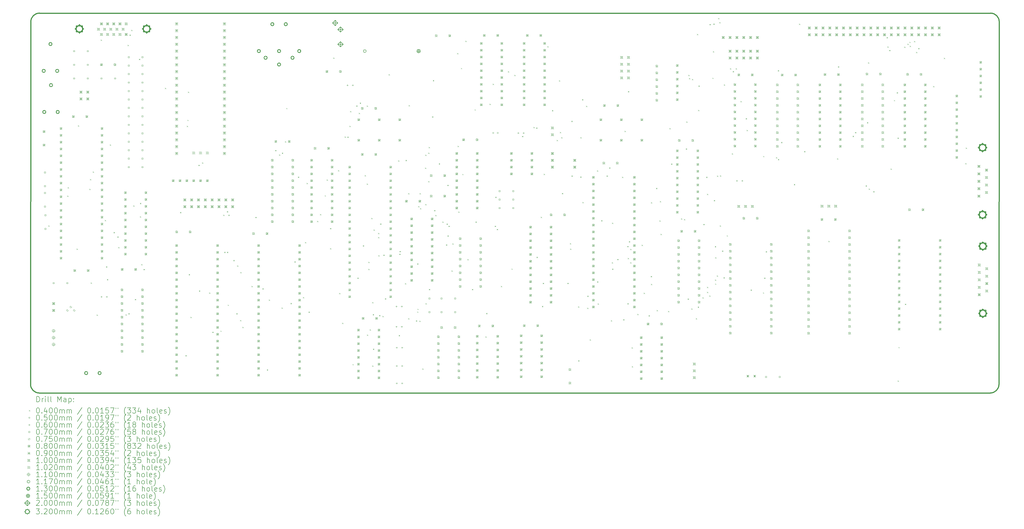
<source format=gbr>
%TF.GenerationSoftware,KiCad,Pcbnew,7.0.1*%
%TF.CreationDate,2024-09-02T16:20:09-05:00*%
%TF.ProjectId,we816mark2,77653831-366d-4617-926b-322e6b696361,.8*%
%TF.SameCoordinates,Original*%
%TF.FileFunction,Drillmap*%
%TF.FilePolarity,Positive*%
%FSLAX45Y45*%
G04 Gerber Fmt 4.5, Leading zero omitted, Abs format (unit mm)*
G04 Created by KiCad (PCBNEW 7.0.1) date 2024-09-02 16:20:09*
%MOMM*%
%LPD*%
G01*
G04 APERTURE LIST*
%ADD10C,0.381000*%
%ADD11C,0.200000*%
%ADD12C,0.040000*%
%ADD13C,0.050000*%
%ADD14C,0.060000*%
%ADD15C,0.070000*%
%ADD16C,0.075000*%
%ADD17C,0.080000*%
%ADD18C,0.090000*%
%ADD19C,0.100000*%
%ADD20C,0.102000*%
%ADD21C,0.110000*%
%ADD22C,0.117000*%
%ADD23C,0.130000*%
%ADD24C,0.150000*%
%ADD25C,0.320000*%
G04 APERTURE END LIST*
D10*
X38380000Y-21110000D02*
X3020000Y-21110000D01*
X3030000Y-6970000D02*
X5820000Y-6970000D01*
X38710000Y-7290000D02*
G75*
G03*
X38390000Y-6970000I-320000J0D01*
G01*
X38710000Y-7290000D02*
X38700000Y-20790000D01*
X5820000Y-6970000D02*
X38390000Y-6970000D01*
X38380000Y-21110000D02*
G75*
G03*
X38700000Y-20790000I0J320000D01*
G01*
X2700000Y-20790000D02*
X2710000Y-7290000D01*
X3030000Y-6970000D02*
G75*
G03*
X2710000Y-7290000I0J-320000D01*
G01*
X2700000Y-20790000D02*
G75*
G03*
X3020000Y-21110000I320000J0D01*
G01*
D11*
D12*
X3358800Y-14871280D02*
X3398800Y-14911280D01*
X3398800Y-14871280D02*
X3358800Y-14911280D01*
X4061180Y-13762020D02*
X4101180Y-13802020D01*
X4101180Y-13762020D02*
X4061180Y-13802020D01*
X4083030Y-13447670D02*
X4123030Y-13487670D01*
X4123030Y-13447670D02*
X4083030Y-13487670D01*
X4412530Y-15735060D02*
X4452530Y-15775060D01*
X4452530Y-15735060D02*
X4412530Y-15775060D01*
X4459050Y-11147640D02*
X4499050Y-11187640D01*
X4499050Y-11147640D02*
X4459050Y-11187640D01*
X4881930Y-13511790D02*
X4921930Y-13551790D01*
X4921930Y-13511790D02*
X4881930Y-13551790D01*
X4909450Y-13145780D02*
X4949450Y-13185780D01*
X4949450Y-13145780D02*
X4909450Y-13185780D01*
X4933260Y-16998000D02*
X4973260Y-17038000D01*
X4973260Y-16998000D02*
X4933260Y-17038000D01*
X5009370Y-12867300D02*
X5049370Y-12907300D01*
X5049370Y-12867300D02*
X5009370Y-12907300D01*
X5155160Y-18189620D02*
X5195160Y-18229620D01*
X5195160Y-18189620D02*
X5155160Y-18229620D01*
X5308340Y-7954650D02*
X5348340Y-7994650D01*
X5348340Y-7954650D02*
X5308340Y-7994650D01*
X5458300Y-14672000D02*
X5498300Y-14712000D01*
X5498300Y-14672000D02*
X5458300Y-14712000D01*
X5506480Y-16399790D02*
X5546480Y-16439790D01*
X5546480Y-16399790D02*
X5506480Y-16439790D01*
X5541670Y-16871500D02*
X5581670Y-16911500D01*
X5581670Y-16871500D02*
X5541670Y-16911500D01*
X5646260Y-11856510D02*
X5686260Y-11896510D01*
X5686260Y-11856510D02*
X5646260Y-11896510D01*
X5785080Y-15116730D02*
X5825080Y-15156730D01*
X5825080Y-15116730D02*
X5785080Y-15156730D01*
X5924770Y-15283720D02*
X5964770Y-15323720D01*
X5964770Y-15283720D02*
X5924770Y-15323720D01*
X5959520Y-15678880D02*
X5999520Y-15718880D01*
X5999520Y-15678880D02*
X5959520Y-15718880D01*
X6233180Y-18184260D02*
X6273180Y-18224260D01*
X6273180Y-18184260D02*
X6233180Y-18224260D01*
X6305770Y-8148040D02*
X6345770Y-8188040D01*
X6345770Y-8148040D02*
X6305770Y-8188040D01*
X6335730Y-18141500D02*
X6375730Y-18181500D01*
X6375730Y-18141500D02*
X6335730Y-18181500D01*
X6380010Y-7769930D02*
X6420010Y-7809930D01*
X6420010Y-7769930D02*
X6380010Y-7809930D01*
X6442210Y-7590890D02*
X6482210Y-7630890D01*
X6482210Y-7590890D02*
X6442210Y-7630890D01*
X6519890Y-14126790D02*
X6559890Y-14166790D01*
X6559890Y-14126790D02*
X6519890Y-14166790D01*
X6575180Y-17612690D02*
X6615180Y-17652690D01*
X6615180Y-17612690D02*
X6575180Y-17652690D01*
X6730080Y-8670290D02*
X6770080Y-8710290D01*
X6770080Y-8670290D02*
X6730080Y-8710290D01*
X6761850Y-14536480D02*
X6801850Y-14576480D01*
X6801850Y-14536480D02*
X6761850Y-14576480D01*
X6767240Y-14035820D02*
X6807240Y-14075820D01*
X6807240Y-14035820D02*
X6767240Y-14075820D01*
X6813340Y-16313450D02*
X6853340Y-16353450D01*
X6853340Y-16313450D02*
X6813340Y-16353450D01*
X6899940Y-16493480D02*
X6939940Y-16533480D01*
X6939940Y-16493480D02*
X6899940Y-16533480D01*
X7692450Y-9748540D02*
X7732450Y-9788540D01*
X7732450Y-9748540D02*
X7692450Y-9788540D01*
X8258260Y-14371860D02*
X8298260Y-14411860D01*
X8298260Y-14371860D02*
X8258260Y-14411860D01*
X8454470Y-19703750D02*
X8494470Y-19743750D01*
X8494470Y-19703750D02*
X8454470Y-19743750D01*
X8509000Y-11165330D02*
X8549000Y-11205330D01*
X8549000Y-11165330D02*
X8509000Y-11205330D01*
X8528520Y-10940760D02*
X8568520Y-10980760D01*
X8568520Y-10940760D02*
X8528520Y-10980760D01*
X8549130Y-9895480D02*
X8589130Y-9935480D01*
X8589130Y-9895480D02*
X8549130Y-9935480D01*
X8579430Y-16683880D02*
X8619430Y-16723880D01*
X8619430Y-16683880D02*
X8579430Y-16723880D01*
X8643270Y-18279170D02*
X8683270Y-18319170D01*
X8683270Y-18279170D02*
X8643270Y-18319170D01*
X8939370Y-12616730D02*
X8979370Y-12656730D01*
X8979370Y-12616730D02*
X8939370Y-12656730D01*
X8960220Y-17296650D02*
X9000220Y-17336650D01*
X9000220Y-17296650D02*
X8960220Y-17336650D01*
X9075460Y-12529440D02*
X9115460Y-12569440D01*
X9115460Y-12529440D02*
X9075460Y-12569440D01*
X9337470Y-17370120D02*
X9377470Y-17410120D01*
X9377470Y-17370120D02*
X9337470Y-17410120D01*
X9454780Y-18830110D02*
X9494780Y-18870110D01*
X9494780Y-18830110D02*
X9454780Y-18870110D01*
X9757030Y-18787720D02*
X9797030Y-18827720D01*
X9797030Y-18787720D02*
X9757030Y-18827720D01*
X9862710Y-14473690D02*
X9902710Y-14513690D01*
X9902710Y-14473690D02*
X9862710Y-14513690D01*
X9900850Y-15855680D02*
X9940850Y-15895680D01*
X9940850Y-15855680D02*
X9900850Y-15895680D01*
X9997180Y-14344350D02*
X10037180Y-14384350D01*
X10037180Y-14344350D02*
X9997180Y-14384350D01*
X10003570Y-15855500D02*
X10043570Y-15895500D01*
X10043570Y-15855500D02*
X10003570Y-15895500D01*
X10028650Y-17822360D02*
X10068650Y-17862360D01*
X10068650Y-17822360D02*
X10028650Y-17862360D01*
X10053970Y-14473460D02*
X10093970Y-14513460D01*
X10093970Y-14473460D02*
X10053970Y-14513460D01*
X10238860Y-16161070D02*
X10278860Y-16201070D01*
X10278860Y-16161070D02*
X10238860Y-16201070D01*
X10348610Y-18141500D02*
X10388610Y-18181500D01*
X10388610Y-18141500D02*
X10348610Y-18181500D01*
X10376580Y-16363500D02*
X10416580Y-16403500D01*
X10416580Y-16363500D02*
X10376580Y-16403500D01*
X10491240Y-18395500D02*
X10531240Y-18435500D01*
X10531240Y-18395500D02*
X10491240Y-18435500D01*
X10498580Y-16611220D02*
X10538580Y-16651220D01*
X10538580Y-16611220D02*
X10498580Y-16651220D01*
X10573190Y-18649500D02*
X10613190Y-18689500D01*
X10613190Y-18649500D02*
X10573190Y-18689500D01*
X10911570Y-17125500D02*
X10951570Y-17165500D01*
X10951570Y-17125500D02*
X10911570Y-17165500D01*
X11055700Y-14554250D02*
X11095700Y-14594250D01*
X11095700Y-14554250D02*
X11055700Y-14594250D01*
X11318780Y-17214500D02*
X11358780Y-17254500D01*
X11358780Y-17214500D02*
X11318780Y-17254500D01*
X11484580Y-20232690D02*
X11524580Y-20272690D01*
X11524580Y-20232690D02*
X11484580Y-20272690D01*
X11555680Y-17633500D02*
X11595680Y-17673500D01*
X11595680Y-17633500D02*
X11555680Y-17673500D01*
X11791370Y-12065900D02*
X11831370Y-12105900D01*
X11831370Y-12065900D02*
X11791370Y-12105900D01*
X11937180Y-12233590D02*
X11977180Y-12273590D01*
X11977180Y-12233590D02*
X11937180Y-12273590D01*
X12029800Y-17926640D02*
X12069800Y-17966640D01*
X12069800Y-17926640D02*
X12029800Y-17966640D01*
X12043260Y-12164050D02*
X12083260Y-12204050D01*
X12083260Y-12164050D02*
X12043260Y-12204050D01*
X12154810Y-11740630D02*
X12194810Y-11780630D01*
X12194810Y-11740630D02*
X12154810Y-11780630D01*
X12203920Y-10500080D02*
X12243920Y-10540080D01*
X12243920Y-10500080D02*
X12203920Y-10540080D01*
X12365730Y-17758100D02*
X12405730Y-17798100D01*
X12405730Y-17758100D02*
X12365730Y-17798100D01*
X12509830Y-16210310D02*
X12549830Y-16250310D01*
X12549830Y-16210310D02*
X12509830Y-16250310D01*
X12640440Y-13055780D02*
X12680440Y-13095780D01*
X12680440Y-13055780D02*
X12640440Y-13095780D01*
X12823990Y-17539470D02*
X12863990Y-17579470D01*
X12863990Y-17539470D02*
X12823990Y-17579470D01*
X12904160Y-15490510D02*
X12944160Y-15530510D01*
X12944160Y-15490510D02*
X12904160Y-15530510D01*
X12964160Y-13291340D02*
X13004160Y-13331340D01*
X13004160Y-13291340D02*
X12964160Y-13331340D01*
X13033150Y-18079600D02*
X13073150Y-18119600D01*
X13073150Y-18079600D02*
X13033150Y-18119600D01*
X13352050Y-14702190D02*
X13392050Y-14742190D01*
X13392050Y-14702190D02*
X13352050Y-14742190D01*
X13460580Y-14447850D02*
X13500580Y-14487850D01*
X13500580Y-14447850D02*
X13460580Y-14487850D01*
X13635820Y-13751630D02*
X13675820Y-13791630D01*
X13675820Y-13751630D02*
X13635820Y-13791630D01*
X13706880Y-13160660D02*
X13746880Y-13200660D01*
X13746880Y-13160660D02*
X13706880Y-13200660D01*
X13833030Y-15717190D02*
X13873030Y-15757190D01*
X13873030Y-15717190D02*
X13833030Y-15757190D01*
X13836860Y-14970960D02*
X13876860Y-15010960D01*
X13876860Y-14970960D02*
X13836860Y-15010960D01*
X13954290Y-8621810D02*
X13994290Y-8661810D01*
X13994290Y-8621810D02*
X13954290Y-8661810D01*
X14128190Y-12817520D02*
X14168190Y-12857520D01*
X14168190Y-12817520D02*
X14128190Y-12857520D01*
X14174660Y-17385990D02*
X14214660Y-17425990D01*
X14214660Y-17385990D02*
X14174660Y-17425990D01*
X14283650Y-18493630D02*
X14323650Y-18533630D01*
X14323650Y-18493630D02*
X14283650Y-18533630D01*
X14377830Y-11562010D02*
X14417830Y-11602010D01*
X14417830Y-11562010D02*
X14377830Y-11602010D01*
X14477880Y-11565950D02*
X14517880Y-11605950D01*
X14517880Y-11565950D02*
X14477880Y-11605950D01*
X14552260Y-11164150D02*
X14592260Y-11204150D01*
X14592260Y-11164150D02*
X14552260Y-11204150D01*
X14580830Y-10612370D02*
X14620830Y-10652370D01*
X14620830Y-10612370D02*
X14580830Y-10652370D01*
X14666790Y-20032760D02*
X14706790Y-20072760D01*
X14706790Y-20032760D02*
X14666790Y-20072760D01*
X14808530Y-10407370D02*
X14848530Y-10447370D01*
X14848530Y-10407370D02*
X14808530Y-10447370D01*
X14852200Y-16815780D02*
X14892200Y-16855780D01*
X14892200Y-16815780D02*
X14852200Y-16855780D01*
X14902350Y-10684890D02*
X14942350Y-10724890D01*
X14942350Y-10684890D02*
X14902350Y-10724890D01*
X14938410Y-10301570D02*
X14978410Y-10341570D01*
X14978410Y-10301570D02*
X14938410Y-10341570D01*
X15051650Y-15613350D02*
X15091650Y-15653350D01*
X15091650Y-15613350D02*
X15051650Y-15653350D01*
X15117920Y-13002000D02*
X15157920Y-13042000D01*
X15157920Y-13002000D02*
X15117920Y-13042000D01*
X15193870Y-13315000D02*
X15233870Y-13355000D01*
X15233870Y-13315000D02*
X15193870Y-13355000D01*
X15199570Y-10412410D02*
X15239570Y-10452410D01*
X15239570Y-10412410D02*
X15199570Y-10452410D01*
X15208390Y-18936580D02*
X15248390Y-18976580D01*
X15248390Y-18936580D02*
X15208390Y-18976580D01*
X15256250Y-16225590D02*
X15296250Y-16265590D01*
X15296250Y-16225590D02*
X15256250Y-16265590D01*
X15256260Y-16492460D02*
X15296260Y-16532460D01*
X15296260Y-16492460D02*
X15256260Y-16532460D01*
X15310040Y-18742630D02*
X15350040Y-18782630D01*
X15350040Y-18742630D02*
X15310040Y-18782630D01*
X15368790Y-14594710D02*
X15408790Y-14634710D01*
X15408790Y-14594710D02*
X15368790Y-14634710D01*
X15397070Y-17727070D02*
X15437070Y-17767070D01*
X15437070Y-17727070D02*
X15397070Y-17767070D01*
X15403040Y-20086290D02*
X15443040Y-20126290D01*
X15443040Y-20086290D02*
X15403040Y-20126290D01*
X15420210Y-18174030D02*
X15460210Y-18214030D01*
X15460210Y-18174030D02*
X15420210Y-18214030D01*
X15430500Y-19462260D02*
X15470500Y-19502260D01*
X15470500Y-19462260D02*
X15430500Y-19502260D01*
X15448270Y-15027830D02*
X15488270Y-15067830D01*
X15488270Y-15027830D02*
X15448270Y-15067830D01*
X15622480Y-15149330D02*
X15662480Y-15189330D01*
X15662480Y-15149330D02*
X15622480Y-15189330D01*
X15622480Y-15307140D02*
X15662480Y-15347140D01*
X15662480Y-15307140D02*
X15622480Y-15347140D01*
X15629560Y-15981720D02*
X15669560Y-16021720D01*
X15669560Y-15981720D02*
X15629560Y-16021720D01*
X15659050Y-18210340D02*
X15699050Y-18250340D01*
X15699050Y-18210340D02*
X15659050Y-18250340D01*
X15696020Y-14802000D02*
X15736020Y-14842000D01*
X15736020Y-14802000D02*
X15696020Y-14842000D01*
X15779620Y-18242300D02*
X15819620Y-18282300D01*
X15819620Y-18242300D02*
X15779620Y-18282300D01*
X15817690Y-15959800D02*
X15857690Y-15999800D01*
X15857690Y-15959800D02*
X15817690Y-15999800D01*
X15875880Y-17585710D02*
X15915880Y-17625710D01*
X15915880Y-17585710D02*
X15875880Y-17625710D01*
X16007070Y-9242030D02*
X16047070Y-9282030D01*
X16047070Y-9242030D02*
X16007070Y-9282030D01*
X16366150Y-12452220D02*
X16406150Y-12492220D01*
X16406150Y-12452220D02*
X16366150Y-12492220D01*
X16386430Y-18953200D02*
X16426430Y-18993200D01*
X16426430Y-18953200D02*
X16386430Y-18993200D01*
X16406880Y-15926480D02*
X16446880Y-15966480D01*
X16446880Y-15926480D02*
X16406880Y-15966480D01*
X16417290Y-15826380D02*
X16457290Y-15866380D01*
X16457290Y-15826380D02*
X16417290Y-15866380D01*
X16618720Y-17023670D02*
X16658720Y-17063670D01*
X16658720Y-17023670D02*
X16618720Y-17063670D01*
X16641220Y-12434190D02*
X16681220Y-12474190D01*
X16681220Y-12434190D02*
X16641220Y-12474190D01*
X16736370Y-13669600D02*
X16776370Y-13709600D01*
X16776370Y-13669600D02*
X16736370Y-13709600D01*
X16740930Y-18328390D02*
X16780930Y-18368390D01*
X16780930Y-18328390D02*
X16740930Y-18368390D01*
X16752670Y-10394310D02*
X16792670Y-10434310D01*
X16792670Y-10394310D02*
X16752670Y-10434310D01*
X17024350Y-18407850D02*
X17064350Y-18447850D01*
X17064350Y-18407850D02*
X17024350Y-18447850D01*
X17071770Y-18077580D02*
X17111770Y-18117580D01*
X17111770Y-18077580D02*
X17071770Y-18117580D01*
X17072130Y-16283800D02*
X17112130Y-16323800D01*
X17112130Y-16283800D02*
X17072130Y-16323800D01*
X17080060Y-17974980D02*
X17120060Y-18014980D01*
X17120060Y-17974980D02*
X17080060Y-18014980D01*
X17109080Y-14151080D02*
X17149080Y-14191080D01*
X17149080Y-14151080D02*
X17109080Y-14191080D01*
X17154370Y-18422380D02*
X17194370Y-18462380D01*
X17194370Y-18422380D02*
X17154370Y-18462380D01*
X17158950Y-13669600D02*
X17198950Y-13709600D01*
X17198950Y-13669600D02*
X17158950Y-13709600D01*
X17181150Y-14227950D02*
X17221150Y-14267950D01*
X17221150Y-14227950D02*
X17181150Y-14267950D01*
X17259890Y-20196910D02*
X17299890Y-20236910D01*
X17299890Y-20196910D02*
X17259890Y-20236910D01*
X17362030Y-12724220D02*
X17402030Y-12764220D01*
X17402030Y-12724220D02*
X17362030Y-12764220D01*
X17370000Y-12239680D02*
X17410000Y-12279680D01*
X17410000Y-12239680D02*
X17370000Y-12279680D01*
X17373230Y-14074220D02*
X17413230Y-14114220D01*
X17413230Y-14074220D02*
X17373230Y-14114220D01*
X17380290Y-17765760D02*
X17420290Y-17805760D01*
X17420290Y-17765760D02*
X17380290Y-17805760D01*
X17480860Y-12165050D02*
X17520860Y-12205050D01*
X17520860Y-12165050D02*
X17480860Y-12205050D01*
X17484880Y-13219010D02*
X17524880Y-13259010D01*
X17524880Y-13219010D02*
X17484880Y-13259010D01*
X17501260Y-11950400D02*
X17541260Y-11990400D01*
X17541260Y-11950400D02*
X17501260Y-11990400D01*
X17510460Y-17239960D02*
X17550460Y-17279960D01*
X17550460Y-17239960D02*
X17510460Y-17279960D01*
X17627490Y-10813950D02*
X17667490Y-10853950D01*
X17667490Y-10813950D02*
X17627490Y-10853950D01*
X17656210Y-9464190D02*
X17696210Y-9504190D01*
X17696210Y-9464190D02*
X17656210Y-9504190D01*
X17702740Y-14300470D02*
X17742740Y-14340470D01*
X17742740Y-14300470D02*
X17702740Y-14340470D01*
X17743460Y-14485360D02*
X17783460Y-14525360D01*
X17783460Y-14485360D02*
X17743460Y-14525360D01*
X17877250Y-12561440D02*
X17917250Y-12601440D01*
X17917250Y-12561440D02*
X17877250Y-12601440D01*
X18005350Y-14731650D02*
X18045350Y-14771650D01*
X18045350Y-14731650D02*
X18005350Y-14771650D01*
X18142330Y-15580550D02*
X18182330Y-15620550D01*
X18182330Y-15580550D02*
X18142330Y-15620550D01*
X18163750Y-14804180D02*
X18203750Y-14844180D01*
X18203750Y-14804180D02*
X18163750Y-14844180D01*
X18195420Y-13362700D02*
X18235420Y-13402700D01*
X18235420Y-13362700D02*
X18195420Y-13402700D01*
X18197380Y-15245100D02*
X18237380Y-15285100D01*
X18237380Y-15245100D02*
X18197380Y-15285100D01*
X18238260Y-14884770D02*
X18278260Y-14924770D01*
X18278260Y-14884770D02*
X18238260Y-14924770D01*
X18347370Y-16549440D02*
X18387370Y-16589440D01*
X18387370Y-16549440D02*
X18347370Y-16589440D01*
X18379930Y-15539280D02*
X18419930Y-15579280D01*
X18419930Y-15539280D02*
X18379930Y-15579280D01*
X18560860Y-8457000D02*
X18600860Y-8497000D01*
X18600860Y-8457000D02*
X18560860Y-8497000D01*
X18575910Y-11911530D02*
X18615910Y-11951530D01*
X18615910Y-11911530D02*
X18575910Y-11951530D01*
X18601850Y-14356190D02*
X18641850Y-14396190D01*
X18641850Y-14356190D02*
X18601850Y-14396190D01*
X18696830Y-9010310D02*
X18736830Y-9050310D01*
X18736830Y-9010310D02*
X18696830Y-9050310D01*
X18748240Y-12954140D02*
X18788240Y-12994140D01*
X18788240Y-12954140D02*
X18748240Y-12994140D01*
X18861990Y-7996080D02*
X18901990Y-8036080D01*
X18901990Y-7996080D02*
X18861990Y-8036080D01*
X18941420Y-16124170D02*
X18981420Y-16164170D01*
X18981420Y-16124170D02*
X18941420Y-16164170D01*
X19108940Y-17239960D02*
X19148940Y-17279960D01*
X19148940Y-17239960D02*
X19108940Y-17279960D01*
X19206490Y-10551090D02*
X19246490Y-10591090D01*
X19246490Y-10551090D02*
X19206490Y-10591090D01*
X19238630Y-14731650D02*
X19278630Y-14771650D01*
X19278630Y-14731650D02*
X19238630Y-14771650D01*
X19609240Y-19001810D02*
X19649240Y-19041810D01*
X19649240Y-19001810D02*
X19609240Y-19041810D01*
X19637540Y-18130020D02*
X19677540Y-18170020D01*
X19677540Y-18130020D02*
X19637540Y-18170020D01*
X19759950Y-10342810D02*
X19799950Y-10382810D01*
X19799950Y-10342810D02*
X19759950Y-10382810D01*
X19877480Y-9600000D02*
X19917480Y-9640000D01*
X19917480Y-9600000D02*
X19877480Y-9640000D01*
X19955970Y-14884770D02*
X19995970Y-14924770D01*
X19995970Y-14884770D02*
X19955970Y-14924770D01*
X19977470Y-13808840D02*
X20017470Y-13848840D01*
X20017470Y-13808840D02*
X19977470Y-13848840D01*
X20032590Y-15005210D02*
X20072590Y-15045210D01*
X20072590Y-15005210D02*
X20032590Y-15045210D01*
X20186550Y-17124000D02*
X20226550Y-17164000D01*
X20226550Y-17124000D02*
X20186550Y-17164000D01*
X20446700Y-9132000D02*
X20486700Y-9172000D01*
X20486700Y-9132000D02*
X20446700Y-9172000D01*
X20576450Y-16476400D02*
X20616450Y-16516400D01*
X20616450Y-16476400D02*
X20576450Y-16516400D01*
X20685270Y-9265650D02*
X20725270Y-9305650D01*
X20725270Y-9265650D02*
X20685270Y-9305650D01*
X20970620Y-11542000D02*
X21010620Y-11582000D01*
X21010620Y-11542000D02*
X20970620Y-11582000D01*
X21393630Y-11205360D02*
X21433630Y-11245360D01*
X21433630Y-11205360D02*
X21393630Y-11245360D01*
X21493650Y-11226900D02*
X21533650Y-11266900D01*
X21533650Y-11226900D02*
X21493650Y-11266900D01*
X21509080Y-16043420D02*
X21549080Y-16083420D01*
X21549080Y-16043420D02*
X21509080Y-16083420D01*
X21664770Y-14548210D02*
X21704770Y-14588210D01*
X21704770Y-14548210D02*
X21664770Y-14588210D01*
X21711950Y-17871940D02*
X21751950Y-17911940D01*
X21751950Y-17871940D02*
X21711950Y-17911940D01*
X21744720Y-17010700D02*
X21784720Y-17050700D01*
X21784720Y-17010700D02*
X21744720Y-17050700D01*
X21778430Y-12953590D02*
X21818430Y-12993590D01*
X21818430Y-12953590D02*
X21778430Y-12993590D01*
X21909550Y-8203000D02*
X21949550Y-8243000D01*
X21949550Y-8203000D02*
X21909550Y-8243000D01*
X22083450Y-10578940D02*
X22123450Y-10618940D01*
X22123450Y-10578940D02*
X22083450Y-10618940D01*
X22257540Y-11690230D02*
X22297540Y-11730230D01*
X22297540Y-11690230D02*
X22257540Y-11730230D01*
X22345240Y-9468090D02*
X22385240Y-9508090D01*
X22385240Y-9468090D02*
X22345240Y-9508090D01*
X22377700Y-11394690D02*
X22417700Y-11434690D01*
X22417700Y-11394690D02*
X22377700Y-11434690D01*
X22424820Y-11588740D02*
X22464820Y-11628740D01*
X22464820Y-11588740D02*
X22424820Y-11628740D01*
X22451850Y-13665770D02*
X22491850Y-13705770D01*
X22491850Y-13665770D02*
X22451850Y-13705770D01*
X22658570Y-17010830D02*
X22698570Y-17050830D01*
X22698570Y-17010830D02*
X22658570Y-17050830D01*
X22751460Y-15535720D02*
X22791460Y-15575720D01*
X22791460Y-15535720D02*
X22751460Y-15575720D01*
X22757150Y-15739240D02*
X22797150Y-15779240D01*
X22797150Y-15739240D02*
X22757150Y-15779240D01*
X22804700Y-10976290D02*
X22844700Y-11016290D01*
X22844700Y-10976290D02*
X22804700Y-11016290D01*
X22810490Y-13014610D02*
X22850490Y-13054610D01*
X22850490Y-13014610D02*
X22810490Y-13054610D01*
X23056510Y-17885950D02*
X23096510Y-17925950D01*
X23096510Y-17885950D02*
X23056510Y-17925950D01*
X23057700Y-19896450D02*
X23097700Y-19936450D01*
X23097700Y-19896450D02*
X23057700Y-19936450D01*
X23135190Y-13054000D02*
X23175190Y-13094000D01*
X23175190Y-13054000D02*
X23135190Y-13094000D01*
X23140420Y-11587530D02*
X23180420Y-11627530D01*
X23180420Y-11587530D02*
X23140420Y-11627530D01*
X23201490Y-10171950D02*
X23241490Y-10211950D01*
X23241490Y-10171950D02*
X23201490Y-10211950D01*
X23216580Y-14001480D02*
X23256580Y-14041480D01*
X23256580Y-14001480D02*
X23216580Y-14041480D01*
X23347780Y-10421470D02*
X23387780Y-10461470D01*
X23387780Y-10421470D02*
X23347780Y-10461470D01*
X23393910Y-17935480D02*
X23433910Y-17975480D01*
X23433910Y-17935480D02*
X23393910Y-17975480D01*
X23397370Y-17488970D02*
X23437370Y-17528970D01*
X23437370Y-17488970D02*
X23397370Y-17528970D01*
X23488200Y-19115190D02*
X23528200Y-19155190D01*
X23528200Y-19115190D02*
X23488200Y-19155190D01*
X23754020Y-12824930D02*
X23794020Y-12864930D01*
X23794020Y-12824930D02*
X23754020Y-12864930D01*
X23761730Y-16952610D02*
X23801730Y-16992610D01*
X23801730Y-16952610D02*
X23761730Y-16992610D01*
X23781550Y-17774980D02*
X23821550Y-17814980D01*
X23821550Y-17774980D02*
X23781550Y-17814980D01*
X23913190Y-14679270D02*
X23953190Y-14719270D01*
X23953190Y-14679270D02*
X23913190Y-14719270D01*
X24109340Y-13014970D02*
X24149340Y-13054970D01*
X24149340Y-13014970D02*
X24109340Y-13054970D01*
X24210130Y-12711450D02*
X24250130Y-12751450D01*
X24250130Y-12711450D02*
X24210130Y-12751450D01*
X24274860Y-18405730D02*
X24314860Y-18445730D01*
X24314860Y-18405730D02*
X24274860Y-18445730D01*
X24308000Y-16246500D02*
X24348000Y-16286500D01*
X24348000Y-16246500D02*
X24308000Y-16286500D01*
X24312770Y-14772060D02*
X24352770Y-14812060D01*
X24352770Y-14772060D02*
X24312770Y-14812060D01*
X24319870Y-16482350D02*
X24359870Y-16522350D01*
X24359870Y-16482350D02*
X24319870Y-16522350D01*
X24510360Y-16121310D02*
X24550360Y-16161310D01*
X24550360Y-16121310D02*
X24510360Y-16161310D01*
X24688000Y-13061890D02*
X24728000Y-13101890D01*
X24728000Y-13061890D02*
X24688000Y-13101890D01*
X24732170Y-18364340D02*
X24772170Y-18404340D01*
X24772170Y-18364340D02*
X24732170Y-18404340D01*
X24783660Y-11349690D02*
X24823660Y-11389690D01*
X24823660Y-11349690D02*
X24783660Y-11389690D01*
X24883330Y-15639560D02*
X24923330Y-15679560D01*
X24923330Y-15639560D02*
X24883330Y-15679560D01*
X24887870Y-17766640D02*
X24927870Y-17806640D01*
X24927870Y-17766640D02*
X24887870Y-17806640D01*
X24899520Y-16084250D02*
X24939520Y-16124250D01*
X24939520Y-16084250D02*
X24899520Y-16124250D01*
X24910010Y-9874370D02*
X24950010Y-9914370D01*
X24950010Y-9874370D02*
X24910010Y-9914370D01*
X24943710Y-15461340D02*
X24983710Y-15501340D01*
X24983710Y-15461340D02*
X24943710Y-15501340D01*
X24992210Y-15743050D02*
X25032210Y-15783050D01*
X25032210Y-15743050D02*
X24992210Y-15783050D01*
X24993080Y-16246500D02*
X25033080Y-16286500D01*
X25033080Y-16246500D02*
X24993080Y-16286500D01*
X25044810Y-19409710D02*
X25084810Y-19449710D01*
X25084810Y-19409710D02*
X25044810Y-19449710D01*
X25054280Y-20115980D02*
X25094280Y-20155980D01*
X25094280Y-20115980D02*
X25054280Y-20155980D01*
X25253260Y-18168870D02*
X25293260Y-18208870D01*
X25293260Y-18168870D02*
X25253260Y-18208870D01*
X25413240Y-15589770D02*
X25453240Y-15629770D01*
X25453240Y-15589770D02*
X25413240Y-15629770D01*
X25492760Y-17377090D02*
X25532760Y-17417090D01*
X25532760Y-17377090D02*
X25492760Y-17417090D01*
X25674090Y-18217390D02*
X25714090Y-18257390D01*
X25714090Y-18217390D02*
X25674090Y-18257390D01*
X25754090Y-16756270D02*
X25794090Y-16796270D01*
X25794090Y-16756270D02*
X25754090Y-16796270D01*
X25761220Y-17050910D02*
X25801220Y-17090910D01*
X25801220Y-17050910D02*
X25761220Y-17090910D01*
X25761380Y-14008290D02*
X25801380Y-14048290D01*
X25801380Y-14008290D02*
X25761380Y-14048290D01*
X25953030Y-13476770D02*
X25993030Y-13516770D01*
X25993030Y-13476770D02*
X25953030Y-13516770D01*
X25972950Y-18023350D02*
X26012950Y-18063350D01*
X26012950Y-18023350D02*
X25972950Y-18063350D01*
X26076260Y-14686080D02*
X26116260Y-14726080D01*
X26116260Y-14686080D02*
X26076260Y-14726080D01*
X26090470Y-13967030D02*
X26130470Y-14007030D01*
X26130470Y-13967030D02*
X26090470Y-14007030D01*
X26119470Y-15183490D02*
X26159470Y-15223490D01*
X26159470Y-15183490D02*
X26119470Y-15223490D01*
X26397420Y-18056740D02*
X26437420Y-18096740D01*
X26437420Y-18056740D02*
X26397420Y-18096740D01*
X26448860Y-11251090D02*
X26488860Y-11291090D01*
X26488860Y-11251090D02*
X26448860Y-11291090D01*
X26513700Y-12572730D02*
X26553700Y-12612730D01*
X26553700Y-12572730D02*
X26513700Y-12612730D01*
X26880060Y-14609990D02*
X26920060Y-14649990D01*
X26920060Y-14609990D02*
X26880060Y-14649990D01*
X26992960Y-14637440D02*
X27032960Y-14677440D01*
X27032960Y-14637440D02*
X26992960Y-14677440D01*
X27057250Y-12006690D02*
X27097250Y-12046690D01*
X27097250Y-12006690D02*
X27057250Y-12046690D01*
X27078710Y-11005540D02*
X27118710Y-11045540D01*
X27118710Y-11005540D02*
X27078710Y-11045540D01*
X27124030Y-17593790D02*
X27164030Y-17633790D01*
X27164030Y-17593790D02*
X27124030Y-17633790D01*
X27150510Y-9265980D02*
X27190510Y-9305980D01*
X27190510Y-9265980D02*
X27150510Y-9305980D01*
X27175590Y-9383540D02*
X27215590Y-9423540D01*
X27215590Y-9383540D02*
X27175590Y-9423540D01*
X27259440Y-17965500D02*
X27299440Y-18005500D01*
X27299440Y-17965500D02*
X27259440Y-18005500D01*
X27288780Y-9423120D02*
X27328780Y-9463120D01*
X27328780Y-9423120D02*
X27288780Y-9463120D01*
X27429700Y-18330110D02*
X27469700Y-18370110D01*
X27469700Y-18330110D02*
X27429700Y-18370110D01*
X27472710Y-7741730D02*
X27512710Y-7781730D01*
X27512710Y-7741730D02*
X27472710Y-7781730D01*
X27502540Y-17897450D02*
X27542540Y-17937450D01*
X27542540Y-17897450D02*
X27502540Y-17937450D01*
X27517510Y-10570000D02*
X27557510Y-10610000D01*
X27557510Y-10570000D02*
X27517510Y-10610000D01*
X27527900Y-9664050D02*
X27567900Y-9704050D01*
X27567900Y-9664050D02*
X27527900Y-9704050D01*
X27678070Y-17549040D02*
X27718070Y-17589040D01*
X27718070Y-17549040D02*
X27678070Y-17589040D01*
X27710490Y-14818840D02*
X27750490Y-14858840D01*
X27750490Y-14818840D02*
X27710490Y-14858840D01*
X27817470Y-13058510D02*
X27857470Y-13098510D01*
X27857470Y-13058510D02*
X27817470Y-13098510D01*
X27845520Y-13698400D02*
X27885520Y-13738400D01*
X27885520Y-13698400D02*
X27845520Y-13738400D01*
X27846480Y-17342940D02*
X27886480Y-17382940D01*
X27886480Y-17342940D02*
X27846480Y-17382940D01*
X27848520Y-17160460D02*
X27888520Y-17200460D01*
X27888520Y-17160460D02*
X27848520Y-17200460D01*
X27932570Y-17478860D02*
X27972570Y-17518860D01*
X27972570Y-17478860D02*
X27932570Y-17518860D01*
X27939810Y-7376620D02*
X27979810Y-7416620D01*
X27979810Y-7376620D02*
X27939810Y-7416620D01*
X28044970Y-9374380D02*
X28084970Y-9414380D01*
X28084970Y-9374380D02*
X28044970Y-9414380D01*
X28064640Y-8386110D02*
X28104640Y-8426110D01*
X28104640Y-8386110D02*
X28064640Y-8426110D01*
X28081850Y-7358240D02*
X28121850Y-7398240D01*
X28121850Y-7358240D02*
X28081850Y-7398240D01*
X28097920Y-13929530D02*
X28137920Y-13969530D01*
X28137920Y-13929530D02*
X28097920Y-13969530D01*
X28138460Y-15640710D02*
X28178460Y-15680710D01*
X28178460Y-15640710D02*
X28138460Y-15680710D01*
X28140300Y-16888410D02*
X28180300Y-16928410D01*
X28180300Y-16888410D02*
X28140300Y-16928410D01*
X28147670Y-17037080D02*
X28187670Y-17077080D01*
X28187670Y-17037080D02*
X28147670Y-17077080D01*
X28149380Y-16059290D02*
X28189380Y-16099290D01*
X28189380Y-16059290D02*
X28149380Y-16099290D01*
X28209650Y-16733990D02*
X28249650Y-16773990D01*
X28249650Y-16733990D02*
X28209650Y-16773990D01*
X28215780Y-13015820D02*
X28255780Y-13055820D01*
X28255780Y-13015820D02*
X28215780Y-13055820D01*
X28259980Y-7152780D02*
X28299980Y-7192780D01*
X28299980Y-7152780D02*
X28259980Y-7192780D01*
X28300960Y-7305290D02*
X28340960Y-7345290D01*
X28340960Y-7305290D02*
X28300960Y-7345290D01*
X28317610Y-14875610D02*
X28357610Y-14915610D01*
X28357610Y-14875610D02*
X28317610Y-14915610D01*
X28330940Y-13008010D02*
X28370940Y-13048010D01*
X28370940Y-13008010D02*
X28330940Y-13048010D01*
X28402640Y-15807750D02*
X28442640Y-15847750D01*
X28442640Y-15807750D02*
X28402640Y-15847750D01*
X28459120Y-16804460D02*
X28499120Y-16844460D01*
X28499120Y-16804460D02*
X28459120Y-16844460D01*
X28472920Y-9622460D02*
X28512920Y-9662460D01*
X28512920Y-9622460D02*
X28472920Y-9662460D01*
X28577670Y-15241130D02*
X28617670Y-15281130D01*
X28617670Y-15241130D02*
X28577670Y-15281130D01*
X28699780Y-9020220D02*
X28739780Y-9060220D01*
X28739780Y-9020220D02*
X28699780Y-9060220D01*
X28770360Y-12187990D02*
X28810360Y-12227990D01*
X28810360Y-12187990D02*
X28770360Y-12227990D01*
X28799850Y-9128860D02*
X28839850Y-9168860D01*
X28839850Y-9128860D02*
X28799850Y-9168860D01*
X28913170Y-9024340D02*
X28953170Y-9064340D01*
X28953170Y-9024340D02*
X28913170Y-9064340D01*
X29088990Y-10241840D02*
X29128990Y-10281840D01*
X29128990Y-10241840D02*
X29088990Y-10281840D01*
X29284030Y-10880000D02*
X29324030Y-10920000D01*
X29324030Y-10880000D02*
X29284030Y-10920000D01*
X29320960Y-11319060D02*
X29360960Y-11359060D01*
X29360960Y-11319060D02*
X29320960Y-11359060D01*
X29467200Y-17262890D02*
X29507200Y-17302890D01*
X29507200Y-17262890D02*
X29467200Y-17302890D01*
X29924400Y-17365230D02*
X29964400Y-17405230D01*
X29964400Y-17365230D02*
X29924400Y-17405230D01*
X29933250Y-12287350D02*
X29973250Y-12327350D01*
X29973250Y-12287350D02*
X29933250Y-12327350D01*
X29969910Y-16815310D02*
X30009910Y-16855310D01*
X30009910Y-16815310D02*
X29969910Y-16855310D01*
X30028070Y-15833160D02*
X30068070Y-15873160D01*
X30068070Y-15833160D02*
X30028070Y-15873160D01*
X30409550Y-12331630D02*
X30449550Y-12371630D01*
X30449550Y-12331630D02*
X30409550Y-12371630D01*
X30476650Y-9093880D02*
X30516650Y-9133880D01*
X30516650Y-9093880D02*
X30476650Y-9133880D01*
X30484480Y-12401740D02*
X30524480Y-12441740D01*
X30524480Y-12401740D02*
X30484480Y-12441740D01*
X30602730Y-11766770D02*
X30642730Y-11806770D01*
X30642730Y-11766770D02*
X30602730Y-11806770D01*
X31077190Y-13331490D02*
X31117190Y-13371490D01*
X31117190Y-13331490D02*
X31077190Y-13371490D01*
X31268070Y-7360190D02*
X31308070Y-7400190D01*
X31308070Y-7360190D02*
X31268070Y-7400190D01*
X31456670Y-12106450D02*
X31496670Y-12146450D01*
X31496670Y-12106450D02*
X31456670Y-12146450D01*
X32361910Y-15446500D02*
X32401910Y-15486500D01*
X32401910Y-15446500D02*
X32361910Y-15486500D01*
X32678610Y-12378200D02*
X32718610Y-12418200D01*
X32718610Y-12378200D02*
X32678610Y-12418200D01*
X32713050Y-8951170D02*
X32753050Y-8991170D01*
X32753050Y-8951170D02*
X32713050Y-8991170D01*
X33260630Y-11536960D02*
X33300630Y-11576960D01*
X33300630Y-11536960D02*
X33260630Y-11576960D01*
X33351980Y-11398000D02*
X33391980Y-11438000D01*
X33391980Y-11398000D02*
X33351980Y-11438000D01*
X33742460Y-13384310D02*
X33782460Y-13424310D01*
X33782460Y-13384310D02*
X33742460Y-13424310D01*
X33794210Y-11031480D02*
X33834210Y-11071480D01*
X33834210Y-11031480D02*
X33794210Y-11071480D01*
X33831970Y-8803040D02*
X33871970Y-8843040D01*
X33871970Y-8803040D02*
X33831970Y-8843040D01*
X33857760Y-13503080D02*
X33897760Y-13543080D01*
X33897760Y-13503080D02*
X33857760Y-13543080D01*
X34024880Y-13598990D02*
X34064880Y-13638990D01*
X34064880Y-13598990D02*
X34024880Y-13638990D01*
X34521130Y-7860580D02*
X34561130Y-7900580D01*
X34561130Y-7860580D02*
X34521130Y-7900580D01*
X34549530Y-8207950D02*
X34589530Y-8247950D01*
X34589530Y-8207950D02*
X34549530Y-8247950D01*
X34621860Y-8341670D02*
X34661860Y-8381670D01*
X34661860Y-8341670D02*
X34621860Y-8381670D01*
X34667720Y-12753490D02*
X34707720Y-12793490D01*
X34707720Y-12753490D02*
X34667720Y-12793490D01*
X34793560Y-10202640D02*
X34833560Y-10242640D01*
X34833560Y-10202640D02*
X34793560Y-10242640D01*
X34899320Y-9915740D02*
X34939320Y-9955740D01*
X34939320Y-9915740D02*
X34899320Y-9955740D01*
X34929410Y-11605340D02*
X34969410Y-11645340D01*
X34969410Y-11605340D02*
X34929410Y-11645340D01*
X34929820Y-20649130D02*
X34969820Y-20689130D01*
X34969820Y-20649130D02*
X34929820Y-20689130D01*
X34962600Y-19397640D02*
X35002600Y-19437640D01*
X35002600Y-19397640D02*
X34962600Y-19437640D01*
X35180850Y-8220610D02*
X35220850Y-8260610D01*
X35220850Y-8220610D02*
X35180850Y-8260610D01*
X35203700Y-17789210D02*
X35243700Y-17829210D01*
X35243700Y-17789210D02*
X35203700Y-17829210D01*
X35299390Y-8107460D02*
X35339390Y-8147460D01*
X35339390Y-8107460D02*
X35299390Y-8147460D01*
X35368680Y-8035290D02*
X35408680Y-8075290D01*
X35408680Y-8035290D02*
X35368680Y-8075290D01*
X35381140Y-8186730D02*
X35421140Y-8226730D01*
X35421140Y-8186730D02*
X35381140Y-8226730D01*
X35539920Y-8008290D02*
X35579920Y-8048290D01*
X35579920Y-8008290D02*
X35539920Y-8048290D01*
X35621060Y-8415510D02*
X35661060Y-8455510D01*
X35661060Y-8415510D02*
X35621060Y-8455510D01*
X35699420Y-8267930D02*
X35739420Y-8307930D01*
X35739420Y-8267930D02*
X35699420Y-8307930D01*
X36252210Y-9681570D02*
X36292210Y-9721570D01*
X36292210Y-9681570D02*
X36252210Y-9721570D01*
X36652630Y-8633370D02*
X36692630Y-8673370D01*
X36692630Y-8633370D02*
X36652630Y-8673370D01*
X37448950Y-12554700D02*
X37488950Y-12594700D01*
X37488950Y-12554700D02*
X37448950Y-12594700D01*
X37462350Y-11979410D02*
X37502350Y-12019410D01*
X37502350Y-11979410D02*
X37462350Y-12019410D01*
D13*
X19921000Y-11430000D02*
G75*
G03*
X19921000Y-11430000I-25000J0D01*
G01*
X20091000Y-11430000D02*
G75*
G03*
X20091000Y-11430000I-25000J0D01*
G01*
D14*
X5334000Y-17496000D02*
X5334000Y-17556000D01*
X5304000Y-17526000D02*
X5364000Y-17526000D01*
X5534000Y-17496000D02*
X5534000Y-17556000D01*
X5504000Y-17526000D02*
X5564000Y-17526000D01*
X14478000Y-9622000D02*
X14478000Y-9682000D01*
X14448000Y-9652000D02*
X14508000Y-9652000D01*
X14678000Y-9622000D02*
X14678000Y-9682000D01*
X14648000Y-9652000D02*
X14708000Y-9652000D01*
X16300000Y-17860000D02*
X16300000Y-17920000D01*
X16270000Y-17890000D02*
X16330000Y-17890000D01*
X16300000Y-18610000D02*
X16300000Y-18670000D01*
X16270000Y-18640000D02*
X16330000Y-18640000D01*
X16310000Y-19390000D02*
X16310000Y-19450000D01*
X16280000Y-19420000D02*
X16340000Y-19420000D01*
X16310000Y-20070000D02*
X16310000Y-20130000D01*
X16280000Y-20100000D02*
X16340000Y-20100000D01*
X16310000Y-20720000D02*
X16310000Y-20780000D01*
X16280000Y-20750000D02*
X16340000Y-20750000D01*
X16500000Y-17860000D02*
X16500000Y-17920000D01*
X16470000Y-17890000D02*
X16530000Y-17890000D01*
X16500000Y-18610000D02*
X16500000Y-18670000D01*
X16470000Y-18640000D02*
X16530000Y-18640000D01*
X16510000Y-19390000D02*
X16510000Y-19450000D01*
X16480000Y-19420000D02*
X16540000Y-19420000D01*
X16510000Y-20070000D02*
X16510000Y-20130000D01*
X16480000Y-20100000D02*
X16540000Y-20100000D01*
X16510000Y-20720000D02*
X16510000Y-20780000D01*
X16480000Y-20750000D02*
X16540000Y-20750000D01*
X20828000Y-11400000D02*
X20828000Y-11460000D01*
X20798000Y-11430000D02*
X20858000Y-11430000D01*
X21028000Y-11400000D02*
X21028000Y-11460000D01*
X20998000Y-11430000D02*
X21058000Y-11430000D01*
X28956000Y-13178000D02*
X28956000Y-13238000D01*
X28926000Y-13208000D02*
X28986000Y-13208000D01*
X29156000Y-13178000D02*
X29156000Y-13238000D01*
X29126000Y-13208000D02*
X29186000Y-13208000D01*
D15*
X3254749Y-12924749D02*
X3254749Y-12875251D01*
X3205251Y-12875251D01*
X3205251Y-12924749D01*
X3254749Y-12924749D01*
X3254749Y-13432749D02*
X3254749Y-13383251D01*
X3205251Y-13383251D01*
X3205251Y-13432749D01*
X3254749Y-13432749D01*
X3256249Y-13688249D02*
X3256249Y-13638751D01*
X3206751Y-13638751D01*
X3206751Y-13688249D01*
X3256249Y-13688249D01*
X3256249Y-14196249D02*
X3256249Y-14146751D01*
X3206751Y-14146751D01*
X3206751Y-14196249D01*
X3256249Y-14196249D01*
X3274749Y-14514749D02*
X3274749Y-14465251D01*
X3225251Y-14465251D01*
X3225251Y-14514749D01*
X3274749Y-14514749D01*
X3274749Y-15022749D02*
X3274749Y-14973251D01*
X3225251Y-14973251D01*
X3225251Y-15022749D01*
X3274749Y-15022749D01*
X3580749Y-17042749D02*
X3580749Y-16993251D01*
X3531251Y-16993251D01*
X3531251Y-17042749D01*
X3580749Y-17042749D01*
X4088749Y-17042749D02*
X4088749Y-16993251D01*
X4039251Y-16993251D01*
X4039251Y-17042749D01*
X4088749Y-17042749D01*
X4342749Y-8406749D02*
X4342749Y-8357251D01*
X4293251Y-8357251D01*
X4293251Y-8406749D01*
X4342749Y-8406749D01*
X4342749Y-8914749D02*
X4342749Y-8865251D01*
X4293251Y-8865251D01*
X4293251Y-8914749D01*
X4342749Y-8914749D01*
X4342749Y-9422749D02*
X4342749Y-9373251D01*
X4293251Y-9373251D01*
X4293251Y-9422749D01*
X4342749Y-9422749D01*
X4850749Y-8406749D02*
X4850749Y-8357251D01*
X4801251Y-8357251D01*
X4801251Y-8406749D01*
X4850749Y-8406749D01*
X4850749Y-8914749D02*
X4850749Y-8865251D01*
X4801251Y-8865251D01*
X4801251Y-8914749D01*
X4850749Y-8914749D01*
X4850749Y-9422749D02*
X4850749Y-9373251D01*
X4801251Y-9373251D01*
X4801251Y-9422749D01*
X4850749Y-9422749D01*
X5358749Y-9422749D02*
X5358749Y-9373251D01*
X5309251Y-9373251D01*
X5309251Y-9422749D01*
X5358749Y-9422749D01*
X5866749Y-9422749D02*
X5866749Y-9373251D01*
X5817251Y-9373251D01*
X5817251Y-9422749D01*
X5866749Y-9422749D01*
X6374749Y-8629749D02*
X6374749Y-8580251D01*
X6325251Y-8580251D01*
X6325251Y-8629749D01*
X6374749Y-8629749D01*
X6374749Y-8944749D02*
X6374749Y-8895251D01*
X6325251Y-8895251D01*
X6325251Y-8944749D01*
X6374749Y-8944749D01*
X6374749Y-9259749D02*
X6374749Y-9210251D01*
X6325251Y-9210251D01*
X6325251Y-9259749D01*
X6374749Y-9259749D01*
X6374749Y-9574749D02*
X6374749Y-9525251D01*
X6325251Y-9525251D01*
X6325251Y-9574749D01*
X6374749Y-9574749D01*
X6374749Y-9889749D02*
X6374749Y-9840251D01*
X6325251Y-9840251D01*
X6325251Y-9889749D01*
X6374749Y-9889749D01*
X6374749Y-10204749D02*
X6374749Y-10155251D01*
X6325251Y-10155251D01*
X6325251Y-10204749D01*
X6374749Y-10204749D01*
X6374749Y-10519749D02*
X6374749Y-10470251D01*
X6325251Y-10470251D01*
X6325251Y-10519749D01*
X6374749Y-10519749D01*
X6374749Y-10834749D02*
X6374749Y-10785251D01*
X6325251Y-10785251D01*
X6325251Y-10834749D01*
X6374749Y-10834749D01*
X6374749Y-11149749D02*
X6374749Y-11100251D01*
X6325251Y-11100251D01*
X6325251Y-11149749D01*
X6374749Y-11149749D01*
X6374749Y-11464749D02*
X6374749Y-11415251D01*
X6325251Y-11415251D01*
X6325251Y-11464749D01*
X6374749Y-11464749D01*
X6374749Y-11779749D02*
X6374749Y-11730251D01*
X6325251Y-11730251D01*
X6325251Y-11779749D01*
X6374749Y-11779749D01*
X6374749Y-12094749D02*
X6374749Y-12045251D01*
X6325251Y-12045251D01*
X6325251Y-12094749D01*
X6374749Y-12094749D01*
X6374749Y-12409749D02*
X6374749Y-12360251D01*
X6325251Y-12360251D01*
X6325251Y-12409749D01*
X6374749Y-12409749D01*
X6374749Y-12724749D02*
X6374749Y-12675251D01*
X6325251Y-12675251D01*
X6325251Y-12724749D01*
X6374749Y-12724749D01*
X6882749Y-8629749D02*
X6882749Y-8580251D01*
X6833251Y-8580251D01*
X6833251Y-8629749D01*
X6882749Y-8629749D01*
X6882749Y-8944749D02*
X6882749Y-8895251D01*
X6833251Y-8895251D01*
X6833251Y-8944749D01*
X6882749Y-8944749D01*
X6882749Y-9259749D02*
X6882749Y-9210251D01*
X6833251Y-9210251D01*
X6833251Y-9259749D01*
X6882749Y-9259749D01*
X6882749Y-9574749D02*
X6882749Y-9525251D01*
X6833251Y-9525251D01*
X6833251Y-9574749D01*
X6882749Y-9574749D01*
X6882749Y-9889749D02*
X6882749Y-9840251D01*
X6833251Y-9840251D01*
X6833251Y-9889749D01*
X6882749Y-9889749D01*
X6882749Y-10204749D02*
X6882749Y-10155251D01*
X6833251Y-10155251D01*
X6833251Y-10204749D01*
X6882749Y-10204749D01*
X6882749Y-10519749D02*
X6882749Y-10470251D01*
X6833251Y-10470251D01*
X6833251Y-10519749D01*
X6882749Y-10519749D01*
X6882749Y-10834749D02*
X6882749Y-10785251D01*
X6833251Y-10785251D01*
X6833251Y-10834749D01*
X6882749Y-10834749D01*
X6882749Y-11149749D02*
X6882749Y-11100251D01*
X6833251Y-11100251D01*
X6833251Y-11149749D01*
X6882749Y-11149749D01*
X6882749Y-11464749D02*
X6882749Y-11415251D01*
X6833251Y-11415251D01*
X6833251Y-11464749D01*
X6882749Y-11464749D01*
X6882749Y-11779749D02*
X6882749Y-11730251D01*
X6833251Y-11730251D01*
X6833251Y-11779749D01*
X6882749Y-11779749D01*
X6882749Y-12094749D02*
X6882749Y-12045251D01*
X6833251Y-12045251D01*
X6833251Y-12094749D01*
X6882749Y-12094749D01*
X6882749Y-12409749D02*
X6882749Y-12360251D01*
X6833251Y-12360251D01*
X6833251Y-12409749D01*
X6882749Y-12409749D01*
X6882749Y-12724749D02*
X6882749Y-12675251D01*
X6833251Y-12675251D01*
X6833251Y-12724749D01*
X6882749Y-12724749D01*
X17550749Y-17614249D02*
X17550749Y-17564751D01*
X17501251Y-17564751D01*
X17501251Y-17614249D01*
X17550749Y-17614249D01*
X17550749Y-18122249D02*
X17550749Y-18072751D01*
X17501251Y-18072751D01*
X17501251Y-18122249D01*
X17550749Y-18122249D01*
X17995249Y-17614249D02*
X17995249Y-17564751D01*
X17945751Y-17564751D01*
X17945751Y-17614249D01*
X17995249Y-17614249D01*
X17995249Y-18122249D02*
X17995249Y-18072751D01*
X17945751Y-18072751D01*
X17945751Y-18122249D01*
X17995249Y-18122249D01*
X18503249Y-17614249D02*
X18503249Y-17564751D01*
X18453751Y-17564751D01*
X18453751Y-17614249D01*
X18503249Y-17614249D01*
X18503249Y-18122249D02*
X18503249Y-18072751D01*
X18453751Y-18072751D01*
X18453751Y-18122249D01*
X18503249Y-18122249D01*
X20154249Y-13618749D02*
X20154249Y-13569251D01*
X20104751Y-13569251D01*
X20104751Y-13618749D01*
X20154249Y-13618749D01*
X20154249Y-13933749D02*
X20154249Y-13884251D01*
X20104751Y-13884251D01*
X20104751Y-13933749D01*
X20154249Y-13933749D01*
X20154249Y-14248749D02*
X20154249Y-14199251D01*
X20104751Y-14199251D01*
X20104751Y-14248749D01*
X20154249Y-14248749D01*
X20662249Y-13618749D02*
X20662249Y-13569251D01*
X20612751Y-13569251D01*
X20612751Y-13618749D01*
X20662249Y-13618749D01*
X20662249Y-13933749D02*
X20662249Y-13884251D01*
X20612751Y-13884251D01*
X20612751Y-13933749D01*
X20662249Y-13933749D01*
X20662249Y-14248749D02*
X20662249Y-14199251D01*
X20612751Y-14199251D01*
X20612751Y-14248749D01*
X20662249Y-14248749D01*
X30060249Y-20535249D02*
X30060249Y-20485751D01*
X30010751Y-20485751D01*
X30010751Y-20535249D01*
X30060249Y-20535249D01*
X30568249Y-20535249D02*
X30568249Y-20485751D01*
X30518751Y-20485751D01*
X30518751Y-20535249D01*
X30568249Y-20535249D01*
D16*
X4064000Y-18071500D02*
X4101500Y-18034000D01*
X4064000Y-17996500D01*
X4026500Y-18034000D01*
X4064000Y-18071500D01*
X4191000Y-17944500D02*
X4228500Y-17907000D01*
X4191000Y-17869500D01*
X4153500Y-17907000D01*
X4191000Y-17944500D01*
X4318000Y-18071500D02*
X4355500Y-18034000D01*
X4318000Y-17996500D01*
X4280500Y-18034000D01*
X4318000Y-18071500D01*
D17*
X3160000Y-11340000D02*
X3240000Y-11420000D01*
X3240000Y-11340000D02*
X3160000Y-11420000D01*
X3240000Y-11380000D02*
G75*
G03*
X3240000Y-11380000I-40000J0D01*
G01*
X3160000Y-11840000D02*
X3240000Y-11920000D01*
X3240000Y-11840000D02*
X3160000Y-11920000D01*
X3240000Y-11880000D02*
G75*
G03*
X3240000Y-11880000I-40000J0D01*
G01*
X3791000Y-11223000D02*
X3871000Y-11303000D01*
X3871000Y-11223000D02*
X3791000Y-11303000D01*
X3871000Y-11263000D02*
G75*
G03*
X3871000Y-11263000I-40000J0D01*
G01*
X3791000Y-11477000D02*
X3871000Y-11557000D01*
X3871000Y-11477000D02*
X3791000Y-11557000D01*
X3871000Y-11517000D02*
G75*
G03*
X3871000Y-11517000I-40000J0D01*
G01*
X3791000Y-11731000D02*
X3871000Y-11811000D01*
X3871000Y-11731000D02*
X3791000Y-11811000D01*
X3871000Y-11771000D02*
G75*
G03*
X3871000Y-11771000I-40000J0D01*
G01*
X3791000Y-11985000D02*
X3871000Y-12065000D01*
X3871000Y-11985000D02*
X3791000Y-12065000D01*
X3871000Y-12025000D02*
G75*
G03*
X3871000Y-12025000I-40000J0D01*
G01*
X3791000Y-12239000D02*
X3871000Y-12319000D01*
X3871000Y-12239000D02*
X3791000Y-12319000D01*
X3871000Y-12279000D02*
G75*
G03*
X3871000Y-12279000I-40000J0D01*
G01*
X3791000Y-12493000D02*
X3871000Y-12573000D01*
X3871000Y-12493000D02*
X3791000Y-12573000D01*
X3871000Y-12533000D02*
G75*
G03*
X3871000Y-12533000I-40000J0D01*
G01*
X3791000Y-12747000D02*
X3871000Y-12827000D01*
X3871000Y-12747000D02*
X3791000Y-12827000D01*
X3871000Y-12787000D02*
G75*
G03*
X3871000Y-12787000I-40000J0D01*
G01*
X3791000Y-13001000D02*
X3871000Y-13081000D01*
X3871000Y-13001000D02*
X3791000Y-13081000D01*
X3871000Y-13041000D02*
G75*
G03*
X3871000Y-13041000I-40000J0D01*
G01*
X3791000Y-13255000D02*
X3871000Y-13335000D01*
X3871000Y-13255000D02*
X3791000Y-13335000D01*
X3871000Y-13295000D02*
G75*
G03*
X3871000Y-13295000I-40000J0D01*
G01*
X3791000Y-13509000D02*
X3871000Y-13589000D01*
X3871000Y-13509000D02*
X3791000Y-13589000D01*
X3871000Y-13549000D02*
G75*
G03*
X3871000Y-13549000I-40000J0D01*
G01*
X3791000Y-13763000D02*
X3871000Y-13843000D01*
X3871000Y-13763000D02*
X3791000Y-13843000D01*
X3871000Y-13803000D02*
G75*
G03*
X3871000Y-13803000I-40000J0D01*
G01*
X3791000Y-14017000D02*
X3871000Y-14097000D01*
X3871000Y-14017000D02*
X3791000Y-14097000D01*
X3871000Y-14057000D02*
G75*
G03*
X3871000Y-14057000I-40000J0D01*
G01*
X3791000Y-14271000D02*
X3871000Y-14351000D01*
X3871000Y-14271000D02*
X3791000Y-14351000D01*
X3871000Y-14311000D02*
G75*
G03*
X3871000Y-14311000I-40000J0D01*
G01*
X3791000Y-14525000D02*
X3871000Y-14605000D01*
X3871000Y-14525000D02*
X3791000Y-14605000D01*
X3871000Y-14565000D02*
G75*
G03*
X3871000Y-14565000I-40000J0D01*
G01*
X3791000Y-14779000D02*
X3871000Y-14859000D01*
X3871000Y-14779000D02*
X3791000Y-14859000D01*
X3871000Y-14819000D02*
G75*
G03*
X3871000Y-14819000I-40000J0D01*
G01*
X3791000Y-15033000D02*
X3871000Y-15113000D01*
X3871000Y-15033000D02*
X3791000Y-15113000D01*
X3871000Y-15073000D02*
G75*
G03*
X3871000Y-15073000I-40000J0D01*
G01*
X3791000Y-15287000D02*
X3871000Y-15367000D01*
X3871000Y-15287000D02*
X3791000Y-15367000D01*
X3871000Y-15327000D02*
G75*
G03*
X3871000Y-15327000I-40000J0D01*
G01*
X3791000Y-15541000D02*
X3871000Y-15621000D01*
X3871000Y-15541000D02*
X3791000Y-15621000D01*
X3871000Y-15581000D02*
G75*
G03*
X3871000Y-15581000I-40000J0D01*
G01*
X3791000Y-15795000D02*
X3871000Y-15875000D01*
X3871000Y-15795000D02*
X3791000Y-15875000D01*
X3871000Y-15835000D02*
G75*
G03*
X3871000Y-15835000I-40000J0D01*
G01*
X3791000Y-16049000D02*
X3871000Y-16129000D01*
X3871000Y-16049000D02*
X3791000Y-16129000D01*
X3871000Y-16089000D02*
G75*
G03*
X3871000Y-16089000I-40000J0D01*
G01*
X4250000Y-10780000D02*
X4330000Y-10860000D01*
X4330000Y-10780000D02*
X4250000Y-10860000D01*
X4330000Y-10820000D02*
G75*
G03*
X4330000Y-10820000I-40000J0D01*
G01*
X4300000Y-16510000D02*
X4380000Y-16590000D01*
X4380000Y-16510000D02*
X4300000Y-16590000D01*
X4380000Y-16550000D02*
G75*
G03*
X4380000Y-16550000I-40000J0D01*
G01*
X4750000Y-10780000D02*
X4830000Y-10860000D01*
X4830000Y-10780000D02*
X4750000Y-10860000D01*
X4830000Y-10820000D02*
G75*
G03*
X4830000Y-10820000I-40000J0D01*
G01*
X4800000Y-16510000D02*
X4880000Y-16590000D01*
X4880000Y-16510000D02*
X4800000Y-16590000D01*
X4880000Y-16550000D02*
G75*
G03*
X4880000Y-16550000I-40000J0D01*
G01*
X5294000Y-8850000D02*
X5374000Y-8930000D01*
X5374000Y-8850000D02*
X5294000Y-8930000D01*
X5374000Y-8890000D02*
G75*
G03*
X5374000Y-8890000I-40000J0D01*
G01*
X5315000Y-11223000D02*
X5395000Y-11303000D01*
X5395000Y-11223000D02*
X5315000Y-11303000D01*
X5395000Y-11263000D02*
G75*
G03*
X5395000Y-11263000I-40000J0D01*
G01*
X5315000Y-11477000D02*
X5395000Y-11557000D01*
X5395000Y-11477000D02*
X5315000Y-11557000D01*
X5395000Y-11517000D02*
G75*
G03*
X5395000Y-11517000I-40000J0D01*
G01*
X5315000Y-11731000D02*
X5395000Y-11811000D01*
X5395000Y-11731000D02*
X5315000Y-11811000D01*
X5395000Y-11771000D02*
G75*
G03*
X5395000Y-11771000I-40000J0D01*
G01*
X5315000Y-11985000D02*
X5395000Y-12065000D01*
X5395000Y-11985000D02*
X5315000Y-12065000D01*
X5395000Y-12025000D02*
G75*
G03*
X5395000Y-12025000I-40000J0D01*
G01*
X5315000Y-12239000D02*
X5395000Y-12319000D01*
X5395000Y-12239000D02*
X5315000Y-12319000D01*
X5395000Y-12279000D02*
G75*
G03*
X5395000Y-12279000I-40000J0D01*
G01*
X5315000Y-12493000D02*
X5395000Y-12573000D01*
X5395000Y-12493000D02*
X5315000Y-12573000D01*
X5395000Y-12533000D02*
G75*
G03*
X5395000Y-12533000I-40000J0D01*
G01*
X5315000Y-12747000D02*
X5395000Y-12827000D01*
X5395000Y-12747000D02*
X5315000Y-12827000D01*
X5395000Y-12787000D02*
G75*
G03*
X5395000Y-12787000I-40000J0D01*
G01*
X5315000Y-13001000D02*
X5395000Y-13081000D01*
X5395000Y-13001000D02*
X5315000Y-13081000D01*
X5395000Y-13041000D02*
G75*
G03*
X5395000Y-13041000I-40000J0D01*
G01*
X5315000Y-13255000D02*
X5395000Y-13335000D01*
X5395000Y-13255000D02*
X5315000Y-13335000D01*
X5395000Y-13295000D02*
G75*
G03*
X5395000Y-13295000I-40000J0D01*
G01*
X5315000Y-13509000D02*
X5395000Y-13589000D01*
X5395000Y-13509000D02*
X5315000Y-13589000D01*
X5395000Y-13549000D02*
G75*
G03*
X5395000Y-13549000I-40000J0D01*
G01*
X5315000Y-13763000D02*
X5395000Y-13843000D01*
X5395000Y-13763000D02*
X5315000Y-13843000D01*
X5395000Y-13803000D02*
G75*
G03*
X5395000Y-13803000I-40000J0D01*
G01*
X5315000Y-14017000D02*
X5395000Y-14097000D01*
X5395000Y-14017000D02*
X5315000Y-14097000D01*
X5395000Y-14057000D02*
G75*
G03*
X5395000Y-14057000I-40000J0D01*
G01*
X5315000Y-14271000D02*
X5395000Y-14351000D01*
X5395000Y-14271000D02*
X5315000Y-14351000D01*
X5395000Y-14311000D02*
G75*
G03*
X5395000Y-14311000I-40000J0D01*
G01*
X5315000Y-14525000D02*
X5395000Y-14605000D01*
X5395000Y-14525000D02*
X5315000Y-14605000D01*
X5395000Y-14565000D02*
G75*
G03*
X5395000Y-14565000I-40000J0D01*
G01*
X5315000Y-14779000D02*
X5395000Y-14859000D01*
X5395000Y-14779000D02*
X5315000Y-14859000D01*
X5395000Y-14819000D02*
G75*
G03*
X5395000Y-14819000I-40000J0D01*
G01*
X5315000Y-15033000D02*
X5395000Y-15113000D01*
X5395000Y-15033000D02*
X5315000Y-15113000D01*
X5395000Y-15073000D02*
G75*
G03*
X5395000Y-15073000I-40000J0D01*
G01*
X5315000Y-15287000D02*
X5395000Y-15367000D01*
X5395000Y-15287000D02*
X5315000Y-15367000D01*
X5395000Y-15327000D02*
G75*
G03*
X5395000Y-15327000I-40000J0D01*
G01*
X5315000Y-15541000D02*
X5395000Y-15621000D01*
X5395000Y-15541000D02*
X5315000Y-15621000D01*
X5395000Y-15581000D02*
G75*
G03*
X5395000Y-15581000I-40000J0D01*
G01*
X5315000Y-15795000D02*
X5395000Y-15875000D01*
X5395000Y-15795000D02*
X5315000Y-15875000D01*
X5395000Y-15835000D02*
G75*
G03*
X5395000Y-15835000I-40000J0D01*
G01*
X5315000Y-16049000D02*
X5395000Y-16129000D01*
X5395000Y-16049000D02*
X5315000Y-16129000D01*
X5395000Y-16089000D02*
G75*
G03*
X5395000Y-16089000I-40000J0D01*
G01*
X5794000Y-8850000D02*
X5874000Y-8930000D01*
X5874000Y-8850000D02*
X5794000Y-8930000D01*
X5874000Y-8890000D02*
G75*
G03*
X5874000Y-8890000I-40000J0D01*
G01*
X6057000Y-17232500D02*
X6137000Y-17312500D01*
X6137000Y-17232500D02*
X6057000Y-17312500D01*
X6137000Y-17272500D02*
G75*
G03*
X6137000Y-17272500I-40000J0D01*
G01*
X6057000Y-17486500D02*
X6137000Y-17566500D01*
X6137000Y-17486500D02*
X6057000Y-17566500D01*
X6137000Y-17526500D02*
G75*
G03*
X6137000Y-17526500I-40000J0D01*
G01*
X6057000Y-17740500D02*
X6137000Y-17820500D01*
X6137000Y-17740500D02*
X6057000Y-17820500D01*
X6137000Y-17780500D02*
G75*
G03*
X6137000Y-17780500I-40000J0D01*
G01*
X6057000Y-17994500D02*
X6137000Y-18074500D01*
X6137000Y-17994500D02*
X6057000Y-18074500D01*
X6137000Y-18034500D02*
G75*
G03*
X6137000Y-18034500I-40000J0D01*
G01*
X6057000Y-18248500D02*
X6137000Y-18328500D01*
X6137000Y-18248500D02*
X6057000Y-18328500D01*
X6137000Y-18288500D02*
G75*
G03*
X6137000Y-18288500I-40000J0D01*
G01*
X6057000Y-18502500D02*
X6137000Y-18582500D01*
X6137000Y-18502500D02*
X6057000Y-18582500D01*
X6137000Y-18542500D02*
G75*
G03*
X6137000Y-18542500I-40000J0D01*
G01*
X6057000Y-18756500D02*
X6137000Y-18836500D01*
X6137000Y-18756500D02*
X6057000Y-18836500D01*
X6137000Y-18796500D02*
G75*
G03*
X6137000Y-18796500I-40000J0D01*
G01*
X6057000Y-19010500D02*
X6137000Y-19090500D01*
X6137000Y-19010500D02*
X6057000Y-19090500D01*
X6137000Y-19050500D02*
G75*
G03*
X6137000Y-19050500I-40000J0D01*
G01*
X6057000Y-19264500D02*
X6137000Y-19344500D01*
X6137000Y-19264500D02*
X6057000Y-19344500D01*
X6137000Y-19304500D02*
G75*
G03*
X6137000Y-19304500I-40000J0D01*
G01*
X6057000Y-19518500D02*
X6137000Y-19598500D01*
X6137000Y-19518500D02*
X6057000Y-19598500D01*
X6137000Y-19558500D02*
G75*
G03*
X6137000Y-19558500I-40000J0D01*
G01*
X6064000Y-16470000D02*
X6144000Y-16550000D01*
X6144000Y-16470000D02*
X6064000Y-16550000D01*
X6144000Y-16510000D02*
G75*
G03*
X6144000Y-16510000I-40000J0D01*
G01*
X6184000Y-13613000D02*
X6264000Y-13693000D01*
X6264000Y-13613000D02*
X6184000Y-13693000D01*
X6264000Y-13653000D02*
G75*
G03*
X6264000Y-13653000I-40000J0D01*
G01*
X6184000Y-13867000D02*
X6264000Y-13947000D01*
X6264000Y-13867000D02*
X6184000Y-13947000D01*
X6264000Y-13907000D02*
G75*
G03*
X6264000Y-13907000I-40000J0D01*
G01*
X6184000Y-14121000D02*
X6264000Y-14201000D01*
X6264000Y-14121000D02*
X6184000Y-14201000D01*
X6264000Y-14161000D02*
G75*
G03*
X6264000Y-14161000I-40000J0D01*
G01*
X6184000Y-14375000D02*
X6264000Y-14455000D01*
X6264000Y-14375000D02*
X6184000Y-14455000D01*
X6264000Y-14415000D02*
G75*
G03*
X6264000Y-14415000I-40000J0D01*
G01*
X6184000Y-14629000D02*
X6264000Y-14709000D01*
X6264000Y-14629000D02*
X6184000Y-14709000D01*
X6264000Y-14669000D02*
G75*
G03*
X6264000Y-14669000I-40000J0D01*
G01*
X6184000Y-14883000D02*
X6264000Y-14963000D01*
X6264000Y-14883000D02*
X6184000Y-14963000D01*
X6264000Y-14923000D02*
G75*
G03*
X6264000Y-14923000I-40000J0D01*
G01*
X6184000Y-15137000D02*
X6264000Y-15217000D01*
X6264000Y-15137000D02*
X6184000Y-15217000D01*
X6264000Y-15177000D02*
G75*
G03*
X6264000Y-15177000I-40000J0D01*
G01*
X6184000Y-15391000D02*
X6264000Y-15471000D01*
X6264000Y-15391000D02*
X6184000Y-15471000D01*
X6264000Y-15431000D02*
G75*
G03*
X6264000Y-15431000I-40000J0D01*
G01*
X6184000Y-15645000D02*
X6264000Y-15725000D01*
X6264000Y-15645000D02*
X6184000Y-15725000D01*
X6264000Y-15685000D02*
G75*
G03*
X6264000Y-15685000I-40000J0D01*
G01*
X6184000Y-15899000D02*
X6264000Y-15979000D01*
X6264000Y-15899000D02*
X6184000Y-15979000D01*
X6264000Y-15939000D02*
G75*
G03*
X6264000Y-15939000I-40000J0D01*
G01*
X6564000Y-16470000D02*
X6644000Y-16550000D01*
X6644000Y-16470000D02*
X6564000Y-16550000D01*
X6644000Y-16510000D02*
G75*
G03*
X6644000Y-16510000I-40000J0D01*
G01*
X6819000Y-17232500D02*
X6899000Y-17312500D01*
X6899000Y-17232500D02*
X6819000Y-17312500D01*
X6899000Y-17272500D02*
G75*
G03*
X6899000Y-17272500I-40000J0D01*
G01*
X6819000Y-17486500D02*
X6899000Y-17566500D01*
X6899000Y-17486500D02*
X6819000Y-17566500D01*
X6899000Y-17526500D02*
G75*
G03*
X6899000Y-17526500I-40000J0D01*
G01*
X6819000Y-17740500D02*
X6899000Y-17820500D01*
X6899000Y-17740500D02*
X6819000Y-17820500D01*
X6899000Y-17780500D02*
G75*
G03*
X6899000Y-17780500I-40000J0D01*
G01*
X6819000Y-17994500D02*
X6899000Y-18074500D01*
X6899000Y-17994500D02*
X6819000Y-18074500D01*
X6899000Y-18034500D02*
G75*
G03*
X6899000Y-18034500I-40000J0D01*
G01*
X6819000Y-18248500D02*
X6899000Y-18328500D01*
X6899000Y-18248500D02*
X6819000Y-18328500D01*
X6899000Y-18288500D02*
G75*
G03*
X6899000Y-18288500I-40000J0D01*
G01*
X6819000Y-18502500D02*
X6899000Y-18582500D01*
X6899000Y-18502500D02*
X6819000Y-18582500D01*
X6899000Y-18542500D02*
G75*
G03*
X6899000Y-18542500I-40000J0D01*
G01*
X6819000Y-18756500D02*
X6899000Y-18836500D01*
X6899000Y-18756500D02*
X6819000Y-18836500D01*
X6899000Y-18796500D02*
G75*
G03*
X6899000Y-18796500I-40000J0D01*
G01*
X6819000Y-19010500D02*
X6899000Y-19090500D01*
X6899000Y-19010500D02*
X6819000Y-19090500D01*
X6899000Y-19050500D02*
G75*
G03*
X6899000Y-19050500I-40000J0D01*
G01*
X6819000Y-19264500D02*
X6899000Y-19344500D01*
X6899000Y-19264500D02*
X6819000Y-19344500D01*
X6899000Y-19304500D02*
G75*
G03*
X6899000Y-19304500I-40000J0D01*
G01*
X6819000Y-19518500D02*
X6899000Y-19598500D01*
X6899000Y-19518500D02*
X6819000Y-19598500D01*
X6899000Y-19558500D02*
G75*
G03*
X6899000Y-19558500I-40000J0D01*
G01*
X6946000Y-13613000D02*
X7026000Y-13693000D01*
X7026000Y-13613000D02*
X6946000Y-13693000D01*
X7026000Y-13653000D02*
G75*
G03*
X7026000Y-13653000I-40000J0D01*
G01*
X6946000Y-13867000D02*
X7026000Y-13947000D01*
X7026000Y-13867000D02*
X6946000Y-13947000D01*
X7026000Y-13907000D02*
G75*
G03*
X7026000Y-13907000I-40000J0D01*
G01*
X6946000Y-14121000D02*
X7026000Y-14201000D01*
X7026000Y-14121000D02*
X6946000Y-14201000D01*
X7026000Y-14161000D02*
G75*
G03*
X7026000Y-14161000I-40000J0D01*
G01*
X6946000Y-14375000D02*
X7026000Y-14455000D01*
X7026000Y-14375000D02*
X6946000Y-14455000D01*
X7026000Y-14415000D02*
G75*
G03*
X7026000Y-14415000I-40000J0D01*
G01*
X6946000Y-14629000D02*
X7026000Y-14709000D01*
X7026000Y-14629000D02*
X6946000Y-14709000D01*
X7026000Y-14669000D02*
G75*
G03*
X7026000Y-14669000I-40000J0D01*
G01*
X6946000Y-14883000D02*
X7026000Y-14963000D01*
X7026000Y-14883000D02*
X6946000Y-14963000D01*
X7026000Y-14923000D02*
G75*
G03*
X7026000Y-14923000I-40000J0D01*
G01*
X6946000Y-15137000D02*
X7026000Y-15217000D01*
X7026000Y-15137000D02*
X6946000Y-15217000D01*
X7026000Y-15177000D02*
G75*
G03*
X7026000Y-15177000I-40000J0D01*
G01*
X6946000Y-15391000D02*
X7026000Y-15471000D01*
X7026000Y-15391000D02*
X6946000Y-15471000D01*
X7026000Y-15431000D02*
G75*
G03*
X7026000Y-15431000I-40000J0D01*
G01*
X6946000Y-15645000D02*
X7026000Y-15725000D01*
X7026000Y-15645000D02*
X6946000Y-15725000D01*
X7026000Y-15685000D02*
G75*
G03*
X7026000Y-15685000I-40000J0D01*
G01*
X6946000Y-15899000D02*
X7026000Y-15979000D01*
X7026000Y-15899000D02*
X6946000Y-15979000D01*
X7026000Y-15939000D02*
G75*
G03*
X7026000Y-15939000I-40000J0D01*
G01*
X7961000Y-13168000D02*
X8041000Y-13248000D01*
X8041000Y-13168000D02*
X7961000Y-13248000D01*
X8041000Y-13208000D02*
G75*
G03*
X8041000Y-13208000I-40000J0D01*
G01*
X8088000Y-15581500D02*
X8168000Y-15661500D01*
X8168000Y-15581500D02*
X8088000Y-15661500D01*
X8168000Y-15621500D02*
G75*
G03*
X8168000Y-15621500I-40000J0D01*
G01*
X8088000Y-15835500D02*
X8168000Y-15915500D01*
X8168000Y-15835500D02*
X8088000Y-15915500D01*
X8168000Y-15875500D02*
G75*
G03*
X8168000Y-15875500I-40000J0D01*
G01*
X8088000Y-16089500D02*
X8168000Y-16169500D01*
X8168000Y-16089500D02*
X8088000Y-16169500D01*
X8168000Y-16129500D02*
G75*
G03*
X8168000Y-16129500I-40000J0D01*
G01*
X8088000Y-16343500D02*
X8168000Y-16423500D01*
X8168000Y-16343500D02*
X8088000Y-16423500D01*
X8168000Y-16383500D02*
G75*
G03*
X8168000Y-16383500I-40000J0D01*
G01*
X8088000Y-16597500D02*
X8168000Y-16677500D01*
X8168000Y-16597500D02*
X8088000Y-16677500D01*
X8168000Y-16637500D02*
G75*
G03*
X8168000Y-16637500I-40000J0D01*
G01*
X8088000Y-16851500D02*
X8168000Y-16931500D01*
X8168000Y-16851500D02*
X8088000Y-16931500D01*
X8168000Y-16891500D02*
G75*
G03*
X8168000Y-16891500I-40000J0D01*
G01*
X8088000Y-17105500D02*
X8168000Y-17185500D01*
X8168000Y-17105500D02*
X8088000Y-17185500D01*
X8168000Y-17145500D02*
G75*
G03*
X8168000Y-17145500I-40000J0D01*
G01*
X8088000Y-17359500D02*
X8168000Y-17439500D01*
X8168000Y-17359500D02*
X8088000Y-17439500D01*
X8168000Y-17399500D02*
G75*
G03*
X8168000Y-17399500I-40000J0D01*
G01*
X8088000Y-17613500D02*
X8168000Y-17693500D01*
X8168000Y-17613500D02*
X8088000Y-17693500D01*
X8168000Y-17653500D02*
G75*
G03*
X8168000Y-17653500I-40000J0D01*
G01*
X8088000Y-17867500D02*
X8168000Y-17947500D01*
X8168000Y-17867500D02*
X8088000Y-17947500D01*
X8168000Y-17907500D02*
G75*
G03*
X8168000Y-17907500I-40000J0D01*
G01*
X8088000Y-18121500D02*
X8168000Y-18201500D01*
X8168000Y-18121500D02*
X8088000Y-18201500D01*
X8168000Y-18161500D02*
G75*
G03*
X8168000Y-18161500I-40000J0D01*
G01*
X8088000Y-18375500D02*
X8168000Y-18455500D01*
X8168000Y-18375500D02*
X8088000Y-18455500D01*
X8168000Y-18415500D02*
G75*
G03*
X8168000Y-18415500I-40000J0D01*
G01*
X8088000Y-18629500D02*
X8168000Y-18709500D01*
X8168000Y-18629500D02*
X8088000Y-18709500D01*
X8168000Y-18669500D02*
G75*
G03*
X8168000Y-18669500I-40000J0D01*
G01*
X8088000Y-18883500D02*
X8168000Y-18963500D01*
X8168000Y-18883500D02*
X8088000Y-18963500D01*
X8168000Y-18923500D02*
G75*
G03*
X8168000Y-18923500I-40000J0D01*
G01*
X8088000Y-19137500D02*
X8168000Y-19217500D01*
X8168000Y-19137500D02*
X8088000Y-19217500D01*
X8168000Y-19177500D02*
G75*
G03*
X8168000Y-19177500I-40000J0D01*
G01*
X8088000Y-19391500D02*
X8168000Y-19471500D01*
X8168000Y-19391500D02*
X8088000Y-19471500D01*
X8168000Y-19431500D02*
G75*
G03*
X8168000Y-19431500I-40000J0D01*
G01*
X8088000Y-19645500D02*
X8168000Y-19725500D01*
X8168000Y-19645500D02*
X8088000Y-19725500D01*
X8168000Y-19685500D02*
G75*
G03*
X8168000Y-19685500I-40000J0D01*
G01*
X8088000Y-19899500D02*
X8168000Y-19979500D01*
X8168000Y-19899500D02*
X8088000Y-19979500D01*
X8168000Y-19939500D02*
G75*
G03*
X8168000Y-19939500I-40000J0D01*
G01*
X8088000Y-20153500D02*
X8168000Y-20233500D01*
X8168000Y-20153500D02*
X8088000Y-20233500D01*
X8168000Y-20193500D02*
G75*
G03*
X8168000Y-20193500I-40000J0D01*
G01*
X8088000Y-20407500D02*
X8168000Y-20487500D01*
X8168000Y-20407500D02*
X8088000Y-20487500D01*
X8168000Y-20447500D02*
G75*
G03*
X8168000Y-20447500I-40000J0D01*
G01*
X8092000Y-15073000D02*
X8172000Y-15153000D01*
X8172000Y-15073000D02*
X8092000Y-15153000D01*
X8172000Y-15113000D02*
G75*
G03*
X8172000Y-15113000I-40000J0D01*
G01*
X8215000Y-13168000D02*
X8295000Y-13248000D01*
X8295000Y-13168000D02*
X8215000Y-13248000D01*
X8295000Y-13208000D02*
G75*
G03*
X8295000Y-13208000I-40000J0D01*
G01*
X8469000Y-13168000D02*
X8549000Y-13248000D01*
X8549000Y-13168000D02*
X8469000Y-13248000D01*
X8549000Y-13208000D02*
G75*
G03*
X8549000Y-13208000I-40000J0D01*
G01*
X8592000Y-15073000D02*
X8672000Y-15153000D01*
X8672000Y-15073000D02*
X8592000Y-15153000D01*
X8672000Y-15113000D02*
G75*
G03*
X8672000Y-15113000I-40000J0D01*
G01*
X8723000Y-13168000D02*
X8803000Y-13248000D01*
X8803000Y-13168000D02*
X8723000Y-13248000D01*
X8803000Y-13208000D02*
G75*
G03*
X8803000Y-13208000I-40000J0D01*
G01*
X8977000Y-13168000D02*
X9057000Y-13248000D01*
X9057000Y-13168000D02*
X8977000Y-13248000D01*
X9057000Y-13208000D02*
G75*
G03*
X9057000Y-13208000I-40000J0D01*
G01*
X9231000Y-13168000D02*
X9311000Y-13248000D01*
X9311000Y-13168000D02*
X9231000Y-13248000D01*
X9311000Y-13208000D02*
G75*
G03*
X9311000Y-13208000I-40000J0D01*
G01*
X9612000Y-15581500D02*
X9692000Y-15661500D01*
X9692000Y-15581500D02*
X9612000Y-15661500D01*
X9692000Y-15621500D02*
G75*
G03*
X9692000Y-15621500I-40000J0D01*
G01*
X9612000Y-15835500D02*
X9692000Y-15915500D01*
X9692000Y-15835500D02*
X9612000Y-15915500D01*
X9692000Y-15875500D02*
G75*
G03*
X9692000Y-15875500I-40000J0D01*
G01*
X9612000Y-16089500D02*
X9692000Y-16169500D01*
X9692000Y-16089500D02*
X9612000Y-16169500D01*
X9692000Y-16129500D02*
G75*
G03*
X9692000Y-16129500I-40000J0D01*
G01*
X9612000Y-16343500D02*
X9692000Y-16423500D01*
X9692000Y-16343500D02*
X9612000Y-16423500D01*
X9692000Y-16383500D02*
G75*
G03*
X9692000Y-16383500I-40000J0D01*
G01*
X9612000Y-16597500D02*
X9692000Y-16677500D01*
X9692000Y-16597500D02*
X9612000Y-16677500D01*
X9692000Y-16637500D02*
G75*
G03*
X9692000Y-16637500I-40000J0D01*
G01*
X9612000Y-16851500D02*
X9692000Y-16931500D01*
X9692000Y-16851500D02*
X9612000Y-16931500D01*
X9692000Y-16891500D02*
G75*
G03*
X9692000Y-16891500I-40000J0D01*
G01*
X9612000Y-17105500D02*
X9692000Y-17185500D01*
X9692000Y-17105500D02*
X9612000Y-17185500D01*
X9692000Y-17145500D02*
G75*
G03*
X9692000Y-17145500I-40000J0D01*
G01*
X9612000Y-17359500D02*
X9692000Y-17439500D01*
X9692000Y-17359500D02*
X9612000Y-17439500D01*
X9692000Y-17399500D02*
G75*
G03*
X9692000Y-17399500I-40000J0D01*
G01*
X9612000Y-17613500D02*
X9692000Y-17693500D01*
X9692000Y-17613500D02*
X9612000Y-17693500D01*
X9692000Y-17653500D02*
G75*
G03*
X9692000Y-17653500I-40000J0D01*
G01*
X9612000Y-17867500D02*
X9692000Y-17947500D01*
X9692000Y-17867500D02*
X9612000Y-17947500D01*
X9692000Y-17907500D02*
G75*
G03*
X9692000Y-17907500I-40000J0D01*
G01*
X9612000Y-18121500D02*
X9692000Y-18201500D01*
X9692000Y-18121500D02*
X9612000Y-18201500D01*
X9692000Y-18161500D02*
G75*
G03*
X9692000Y-18161500I-40000J0D01*
G01*
X9612000Y-18375500D02*
X9692000Y-18455500D01*
X9692000Y-18375500D02*
X9612000Y-18455500D01*
X9692000Y-18415500D02*
G75*
G03*
X9692000Y-18415500I-40000J0D01*
G01*
X9612000Y-18629500D02*
X9692000Y-18709500D01*
X9692000Y-18629500D02*
X9612000Y-18709500D01*
X9692000Y-18669500D02*
G75*
G03*
X9692000Y-18669500I-40000J0D01*
G01*
X9612000Y-18883500D02*
X9692000Y-18963500D01*
X9692000Y-18883500D02*
X9612000Y-18963500D01*
X9692000Y-18923500D02*
G75*
G03*
X9692000Y-18923500I-40000J0D01*
G01*
X9612000Y-19137500D02*
X9692000Y-19217500D01*
X9692000Y-19137500D02*
X9612000Y-19217500D01*
X9692000Y-19177500D02*
G75*
G03*
X9692000Y-19177500I-40000J0D01*
G01*
X9612000Y-19391500D02*
X9692000Y-19471500D01*
X9692000Y-19391500D02*
X9612000Y-19471500D01*
X9692000Y-19431500D02*
G75*
G03*
X9692000Y-19431500I-40000J0D01*
G01*
X9612000Y-19645500D02*
X9692000Y-19725500D01*
X9692000Y-19645500D02*
X9612000Y-19725500D01*
X9692000Y-19685500D02*
G75*
G03*
X9692000Y-19685500I-40000J0D01*
G01*
X9612000Y-19899500D02*
X9692000Y-19979500D01*
X9692000Y-19899500D02*
X9612000Y-19979500D01*
X9692000Y-19939500D02*
G75*
G03*
X9692000Y-19939500I-40000J0D01*
G01*
X9612000Y-20153500D02*
X9692000Y-20233500D01*
X9692000Y-20153500D02*
X9612000Y-20233500D01*
X9692000Y-20193500D02*
G75*
G03*
X9692000Y-20193500I-40000J0D01*
G01*
X9612000Y-20407500D02*
X9692000Y-20487500D01*
X9692000Y-20407500D02*
X9612000Y-20487500D01*
X9692000Y-20447500D02*
G75*
G03*
X9692000Y-20447500I-40000J0D01*
G01*
X10949500Y-15136500D02*
X11029500Y-15216500D01*
X11029500Y-15136500D02*
X10949500Y-15216500D01*
X11029500Y-15176500D02*
G75*
G03*
X11029500Y-15176500I-40000J0D01*
G01*
X11136000Y-15581500D02*
X11216000Y-15661500D01*
X11216000Y-15581500D02*
X11136000Y-15661500D01*
X11216000Y-15621500D02*
G75*
G03*
X11216000Y-15621500I-40000J0D01*
G01*
X11136000Y-15835500D02*
X11216000Y-15915500D01*
X11216000Y-15835500D02*
X11136000Y-15915500D01*
X11216000Y-15875500D02*
G75*
G03*
X11216000Y-15875500I-40000J0D01*
G01*
X11136000Y-16089500D02*
X11216000Y-16169500D01*
X11216000Y-16089500D02*
X11136000Y-16169500D01*
X11216000Y-16129500D02*
G75*
G03*
X11216000Y-16129500I-40000J0D01*
G01*
X11136000Y-16343500D02*
X11216000Y-16423500D01*
X11216000Y-16343500D02*
X11136000Y-16423500D01*
X11216000Y-16383500D02*
G75*
G03*
X11216000Y-16383500I-40000J0D01*
G01*
X11136000Y-16597500D02*
X11216000Y-16677500D01*
X11216000Y-16597500D02*
X11136000Y-16677500D01*
X11216000Y-16637500D02*
G75*
G03*
X11216000Y-16637500I-40000J0D01*
G01*
X11136000Y-16851500D02*
X11216000Y-16931500D01*
X11216000Y-16851500D02*
X11136000Y-16931500D01*
X11216000Y-16891500D02*
G75*
G03*
X11216000Y-16891500I-40000J0D01*
G01*
X11136000Y-17105500D02*
X11216000Y-17185500D01*
X11216000Y-17105500D02*
X11136000Y-17185500D01*
X11216000Y-17145500D02*
G75*
G03*
X11216000Y-17145500I-40000J0D01*
G01*
X11136000Y-17359500D02*
X11216000Y-17439500D01*
X11216000Y-17359500D02*
X11136000Y-17439500D01*
X11216000Y-17399500D02*
G75*
G03*
X11216000Y-17399500I-40000J0D01*
G01*
X11136000Y-17613500D02*
X11216000Y-17693500D01*
X11216000Y-17613500D02*
X11136000Y-17693500D01*
X11216000Y-17653500D02*
G75*
G03*
X11216000Y-17653500I-40000J0D01*
G01*
X11136000Y-17867500D02*
X11216000Y-17947500D01*
X11216000Y-17867500D02*
X11136000Y-17947500D01*
X11216000Y-17907500D02*
G75*
G03*
X11216000Y-17907500I-40000J0D01*
G01*
X11136000Y-18121500D02*
X11216000Y-18201500D01*
X11216000Y-18121500D02*
X11136000Y-18201500D01*
X11216000Y-18161500D02*
G75*
G03*
X11216000Y-18161500I-40000J0D01*
G01*
X11136000Y-18375500D02*
X11216000Y-18455500D01*
X11216000Y-18375500D02*
X11136000Y-18455500D01*
X11216000Y-18415500D02*
G75*
G03*
X11216000Y-18415500I-40000J0D01*
G01*
X11136000Y-18629500D02*
X11216000Y-18709500D01*
X11216000Y-18629500D02*
X11136000Y-18709500D01*
X11216000Y-18669500D02*
G75*
G03*
X11216000Y-18669500I-40000J0D01*
G01*
X11136000Y-18883500D02*
X11216000Y-18963500D01*
X11216000Y-18883500D02*
X11136000Y-18963500D01*
X11216000Y-18923500D02*
G75*
G03*
X11216000Y-18923500I-40000J0D01*
G01*
X11136000Y-19137500D02*
X11216000Y-19217500D01*
X11216000Y-19137500D02*
X11136000Y-19217500D01*
X11216000Y-19177500D02*
G75*
G03*
X11216000Y-19177500I-40000J0D01*
G01*
X11136000Y-19391500D02*
X11216000Y-19471500D01*
X11216000Y-19391500D02*
X11136000Y-19471500D01*
X11216000Y-19431500D02*
G75*
G03*
X11216000Y-19431500I-40000J0D01*
G01*
X11136000Y-19645500D02*
X11216000Y-19725500D01*
X11216000Y-19645500D02*
X11136000Y-19725500D01*
X11216000Y-19685500D02*
G75*
G03*
X11216000Y-19685500I-40000J0D01*
G01*
X11136000Y-19899500D02*
X11216000Y-19979500D01*
X11216000Y-19899500D02*
X11136000Y-19979500D01*
X11216000Y-19939500D02*
G75*
G03*
X11216000Y-19939500I-40000J0D01*
G01*
X11136000Y-20153500D02*
X11216000Y-20233500D01*
X11216000Y-20153500D02*
X11136000Y-20233500D01*
X11216000Y-20193500D02*
G75*
G03*
X11216000Y-20193500I-40000J0D01*
G01*
X11136000Y-20407500D02*
X11216000Y-20487500D01*
X11216000Y-20407500D02*
X11136000Y-20487500D01*
X11216000Y-20447500D02*
G75*
G03*
X11216000Y-20447500I-40000J0D01*
G01*
X11449500Y-15136500D02*
X11529500Y-15216500D01*
X11529500Y-15136500D02*
X11449500Y-15216500D01*
X11529500Y-15176500D02*
G75*
G03*
X11529500Y-15176500I-40000J0D01*
G01*
X11644500Y-12406000D02*
X11724500Y-12486000D01*
X11724500Y-12406000D02*
X11644500Y-12486000D01*
X11724500Y-12446000D02*
G75*
G03*
X11724500Y-12446000I-40000J0D01*
G01*
X11644500Y-12660000D02*
X11724500Y-12740000D01*
X11724500Y-12660000D02*
X11644500Y-12740000D01*
X11724500Y-12700000D02*
G75*
G03*
X11724500Y-12700000I-40000J0D01*
G01*
X11644500Y-12914000D02*
X11724500Y-12994000D01*
X11724500Y-12914000D02*
X11644500Y-12994000D01*
X11724500Y-12954000D02*
G75*
G03*
X11724500Y-12954000I-40000J0D01*
G01*
X11644500Y-13168000D02*
X11724500Y-13248000D01*
X11724500Y-13168000D02*
X11644500Y-13248000D01*
X11724500Y-13208000D02*
G75*
G03*
X11724500Y-13208000I-40000J0D01*
G01*
X11644500Y-13422000D02*
X11724500Y-13502000D01*
X11724500Y-13422000D02*
X11644500Y-13502000D01*
X11724500Y-13462000D02*
G75*
G03*
X11724500Y-13462000I-40000J0D01*
G01*
X11644500Y-13676000D02*
X11724500Y-13756000D01*
X11724500Y-13676000D02*
X11644500Y-13756000D01*
X11724500Y-13716000D02*
G75*
G03*
X11724500Y-13716000I-40000J0D01*
G01*
X11644500Y-13930000D02*
X11724500Y-14010000D01*
X11724500Y-13930000D02*
X11644500Y-14010000D01*
X11724500Y-13970000D02*
G75*
G03*
X11724500Y-13970000I-40000J0D01*
G01*
X11644500Y-14184000D02*
X11724500Y-14264000D01*
X11724500Y-14184000D02*
X11644500Y-14264000D01*
X11724500Y-14224000D02*
G75*
G03*
X11724500Y-14224000I-40000J0D01*
G01*
X11644500Y-14438000D02*
X11724500Y-14518000D01*
X11724500Y-14438000D02*
X11644500Y-14518000D01*
X11724500Y-14478000D02*
G75*
G03*
X11724500Y-14478000I-40000J0D01*
G01*
X11644500Y-14692000D02*
X11724500Y-14772000D01*
X11724500Y-14692000D02*
X11644500Y-14772000D01*
X11724500Y-14732000D02*
G75*
G03*
X11724500Y-14732000I-40000J0D01*
G01*
X11775000Y-11707500D02*
X11855000Y-11787500D01*
X11855000Y-11707500D02*
X11775000Y-11787500D01*
X11855000Y-11747500D02*
G75*
G03*
X11855000Y-11747500I-40000J0D01*
G01*
X12275000Y-11707500D02*
X12355000Y-11787500D01*
X12355000Y-11707500D02*
X12275000Y-11787500D01*
X12355000Y-11747500D02*
G75*
G03*
X12355000Y-11747500I-40000J0D01*
G01*
X12406500Y-12406000D02*
X12486500Y-12486000D01*
X12486500Y-12406000D02*
X12406500Y-12486000D01*
X12486500Y-12446000D02*
G75*
G03*
X12486500Y-12446000I-40000J0D01*
G01*
X12406500Y-12660000D02*
X12486500Y-12740000D01*
X12486500Y-12660000D02*
X12406500Y-12740000D01*
X12486500Y-12700000D02*
G75*
G03*
X12486500Y-12700000I-40000J0D01*
G01*
X12406500Y-12914000D02*
X12486500Y-12994000D01*
X12486500Y-12914000D02*
X12406500Y-12994000D01*
X12486500Y-12954000D02*
G75*
G03*
X12486500Y-12954000I-40000J0D01*
G01*
X12406500Y-13168000D02*
X12486500Y-13248000D01*
X12486500Y-13168000D02*
X12406500Y-13248000D01*
X12486500Y-13208000D02*
G75*
G03*
X12486500Y-13208000I-40000J0D01*
G01*
X12406500Y-13422000D02*
X12486500Y-13502000D01*
X12486500Y-13422000D02*
X12406500Y-13502000D01*
X12486500Y-13462000D02*
G75*
G03*
X12486500Y-13462000I-40000J0D01*
G01*
X12406500Y-13676000D02*
X12486500Y-13756000D01*
X12486500Y-13676000D02*
X12406500Y-13756000D01*
X12486500Y-13716000D02*
G75*
G03*
X12486500Y-13716000I-40000J0D01*
G01*
X12406500Y-13930000D02*
X12486500Y-14010000D01*
X12486500Y-13930000D02*
X12406500Y-14010000D01*
X12486500Y-13970000D02*
G75*
G03*
X12486500Y-13970000I-40000J0D01*
G01*
X12406500Y-14184000D02*
X12486500Y-14264000D01*
X12486500Y-14184000D02*
X12406500Y-14264000D01*
X12486500Y-14224000D02*
G75*
G03*
X12486500Y-14224000I-40000J0D01*
G01*
X12406500Y-14438000D02*
X12486500Y-14518000D01*
X12486500Y-14438000D02*
X12406500Y-14518000D01*
X12486500Y-14478000D02*
G75*
G03*
X12486500Y-14478000I-40000J0D01*
G01*
X12406500Y-14692000D02*
X12486500Y-14772000D01*
X12486500Y-14692000D02*
X12406500Y-14772000D01*
X12486500Y-14732000D02*
G75*
G03*
X12486500Y-14732000I-40000J0D01*
G01*
X12660000Y-15581500D02*
X12740000Y-15661500D01*
X12740000Y-15581500D02*
X12660000Y-15661500D01*
X12740000Y-15621500D02*
G75*
G03*
X12740000Y-15621500I-40000J0D01*
G01*
X12660000Y-15835500D02*
X12740000Y-15915500D01*
X12740000Y-15835500D02*
X12660000Y-15915500D01*
X12740000Y-15875500D02*
G75*
G03*
X12740000Y-15875500I-40000J0D01*
G01*
X12660000Y-16089500D02*
X12740000Y-16169500D01*
X12740000Y-16089500D02*
X12660000Y-16169500D01*
X12740000Y-16129500D02*
G75*
G03*
X12740000Y-16129500I-40000J0D01*
G01*
X12660000Y-16343500D02*
X12740000Y-16423500D01*
X12740000Y-16343500D02*
X12660000Y-16423500D01*
X12740000Y-16383500D02*
G75*
G03*
X12740000Y-16383500I-40000J0D01*
G01*
X12660000Y-16597500D02*
X12740000Y-16677500D01*
X12740000Y-16597500D02*
X12660000Y-16677500D01*
X12740000Y-16637500D02*
G75*
G03*
X12740000Y-16637500I-40000J0D01*
G01*
X12660000Y-16851500D02*
X12740000Y-16931500D01*
X12740000Y-16851500D02*
X12660000Y-16931500D01*
X12740000Y-16891500D02*
G75*
G03*
X12740000Y-16891500I-40000J0D01*
G01*
X12660000Y-17105500D02*
X12740000Y-17185500D01*
X12740000Y-17105500D02*
X12660000Y-17185500D01*
X12740000Y-17145500D02*
G75*
G03*
X12740000Y-17145500I-40000J0D01*
G01*
X12660000Y-17359500D02*
X12740000Y-17439500D01*
X12740000Y-17359500D02*
X12660000Y-17439500D01*
X12740000Y-17399500D02*
G75*
G03*
X12740000Y-17399500I-40000J0D01*
G01*
X12660000Y-17613500D02*
X12740000Y-17693500D01*
X12740000Y-17613500D02*
X12660000Y-17693500D01*
X12740000Y-17653500D02*
G75*
G03*
X12740000Y-17653500I-40000J0D01*
G01*
X12660000Y-17867500D02*
X12740000Y-17947500D01*
X12740000Y-17867500D02*
X12660000Y-17947500D01*
X12740000Y-17907500D02*
G75*
G03*
X12740000Y-17907500I-40000J0D01*
G01*
X12660000Y-18121500D02*
X12740000Y-18201500D01*
X12740000Y-18121500D02*
X12660000Y-18201500D01*
X12740000Y-18161500D02*
G75*
G03*
X12740000Y-18161500I-40000J0D01*
G01*
X12660000Y-18375500D02*
X12740000Y-18455500D01*
X12740000Y-18375500D02*
X12660000Y-18455500D01*
X12740000Y-18415500D02*
G75*
G03*
X12740000Y-18415500I-40000J0D01*
G01*
X12660000Y-18629500D02*
X12740000Y-18709500D01*
X12740000Y-18629500D02*
X12660000Y-18709500D01*
X12740000Y-18669500D02*
G75*
G03*
X12740000Y-18669500I-40000J0D01*
G01*
X12660000Y-18883500D02*
X12740000Y-18963500D01*
X12740000Y-18883500D02*
X12660000Y-18963500D01*
X12740000Y-18923500D02*
G75*
G03*
X12740000Y-18923500I-40000J0D01*
G01*
X12660000Y-19137500D02*
X12740000Y-19217500D01*
X12740000Y-19137500D02*
X12660000Y-19217500D01*
X12740000Y-19177500D02*
G75*
G03*
X12740000Y-19177500I-40000J0D01*
G01*
X12660000Y-19391500D02*
X12740000Y-19471500D01*
X12740000Y-19391500D02*
X12660000Y-19471500D01*
X12740000Y-19431500D02*
G75*
G03*
X12740000Y-19431500I-40000J0D01*
G01*
X12660000Y-19645500D02*
X12740000Y-19725500D01*
X12740000Y-19645500D02*
X12660000Y-19725500D01*
X12740000Y-19685500D02*
G75*
G03*
X12740000Y-19685500I-40000J0D01*
G01*
X12660000Y-19899500D02*
X12740000Y-19979500D01*
X12740000Y-19899500D02*
X12660000Y-19979500D01*
X12740000Y-19939500D02*
G75*
G03*
X12740000Y-19939500I-40000J0D01*
G01*
X12660000Y-20153500D02*
X12740000Y-20233500D01*
X12740000Y-20153500D02*
X12660000Y-20233500D01*
X12740000Y-20193500D02*
G75*
G03*
X12740000Y-20193500I-40000J0D01*
G01*
X12660000Y-20407500D02*
X12740000Y-20487500D01*
X12740000Y-20407500D02*
X12660000Y-20487500D01*
X12740000Y-20447500D02*
G75*
G03*
X12740000Y-20447500I-40000J0D01*
G01*
X13105500Y-12406500D02*
X13185500Y-12486500D01*
X13185500Y-12406500D02*
X13105500Y-12486500D01*
X13185500Y-12446500D02*
G75*
G03*
X13185500Y-12446500I-40000J0D01*
G01*
X13105500Y-12660500D02*
X13185500Y-12740500D01*
X13185500Y-12660500D02*
X13105500Y-12740500D01*
X13185500Y-12700500D02*
G75*
G03*
X13185500Y-12700500I-40000J0D01*
G01*
X13105500Y-12914500D02*
X13185500Y-12994500D01*
X13185500Y-12914500D02*
X13105500Y-12994500D01*
X13185500Y-12954500D02*
G75*
G03*
X13185500Y-12954500I-40000J0D01*
G01*
X13105500Y-13168500D02*
X13185500Y-13248500D01*
X13185500Y-13168500D02*
X13105500Y-13248500D01*
X13185500Y-13208500D02*
G75*
G03*
X13185500Y-13208500I-40000J0D01*
G01*
X13105500Y-13422500D02*
X13185500Y-13502500D01*
X13185500Y-13422500D02*
X13105500Y-13502500D01*
X13185500Y-13462500D02*
G75*
G03*
X13185500Y-13462500I-40000J0D01*
G01*
X13105500Y-13676500D02*
X13185500Y-13756500D01*
X13185500Y-13676500D02*
X13105500Y-13756500D01*
X13185500Y-13716500D02*
G75*
G03*
X13185500Y-13716500I-40000J0D01*
G01*
X13105500Y-13930500D02*
X13185500Y-14010500D01*
X13185500Y-13930500D02*
X13105500Y-14010500D01*
X13185500Y-13970500D02*
G75*
G03*
X13185500Y-13970500I-40000J0D01*
G01*
X13105500Y-14184500D02*
X13185500Y-14264500D01*
X13185500Y-14184500D02*
X13105500Y-14264500D01*
X13185500Y-14224500D02*
G75*
G03*
X13185500Y-14224500I-40000J0D01*
G01*
X13105500Y-14438500D02*
X13185500Y-14518500D01*
X13185500Y-14438500D02*
X13105500Y-14518500D01*
X13185500Y-14478500D02*
G75*
G03*
X13185500Y-14478500I-40000J0D01*
G01*
X13105500Y-14692500D02*
X13185500Y-14772500D01*
X13185500Y-14692500D02*
X13105500Y-14772500D01*
X13185500Y-14732500D02*
G75*
G03*
X13185500Y-14732500I-40000J0D01*
G01*
X13235500Y-11961500D02*
X13315500Y-12041500D01*
X13315500Y-11961500D02*
X13235500Y-12041500D01*
X13315500Y-12001500D02*
G75*
G03*
X13315500Y-12001500I-40000J0D01*
G01*
X13676000Y-9104000D02*
X13756000Y-9184000D01*
X13756000Y-9104000D02*
X13676000Y-9184000D01*
X13756000Y-9144000D02*
G75*
G03*
X13756000Y-9144000I-40000J0D01*
G01*
X13735500Y-11961500D02*
X13815500Y-12041500D01*
X13815500Y-11961500D02*
X13735500Y-12041500D01*
X13815500Y-12001500D02*
G75*
G03*
X13815500Y-12001500I-40000J0D01*
G01*
X13867500Y-12406500D02*
X13947500Y-12486500D01*
X13947500Y-12406500D02*
X13867500Y-12486500D01*
X13947500Y-12446500D02*
G75*
G03*
X13947500Y-12446500I-40000J0D01*
G01*
X13867500Y-12660500D02*
X13947500Y-12740500D01*
X13947500Y-12660500D02*
X13867500Y-12740500D01*
X13947500Y-12700500D02*
G75*
G03*
X13947500Y-12700500I-40000J0D01*
G01*
X13867500Y-12914500D02*
X13947500Y-12994500D01*
X13947500Y-12914500D02*
X13867500Y-12994500D01*
X13947500Y-12954500D02*
G75*
G03*
X13947500Y-12954500I-40000J0D01*
G01*
X13867500Y-13168500D02*
X13947500Y-13248500D01*
X13947500Y-13168500D02*
X13867500Y-13248500D01*
X13947500Y-13208500D02*
G75*
G03*
X13947500Y-13208500I-40000J0D01*
G01*
X13867500Y-13422500D02*
X13947500Y-13502500D01*
X13947500Y-13422500D02*
X13867500Y-13502500D01*
X13947500Y-13462500D02*
G75*
G03*
X13947500Y-13462500I-40000J0D01*
G01*
X13867500Y-13676500D02*
X13947500Y-13756500D01*
X13947500Y-13676500D02*
X13867500Y-13756500D01*
X13947500Y-13716500D02*
G75*
G03*
X13947500Y-13716500I-40000J0D01*
G01*
X13867500Y-13930500D02*
X13947500Y-14010500D01*
X13947500Y-13930500D02*
X13867500Y-14010500D01*
X13947500Y-13970500D02*
G75*
G03*
X13947500Y-13970500I-40000J0D01*
G01*
X13867500Y-14184500D02*
X13947500Y-14264500D01*
X13947500Y-14184500D02*
X13867500Y-14264500D01*
X13947500Y-14224500D02*
G75*
G03*
X13947500Y-14224500I-40000J0D01*
G01*
X13867500Y-14438500D02*
X13947500Y-14518500D01*
X13947500Y-14438500D02*
X13867500Y-14518500D01*
X13947500Y-14478500D02*
G75*
G03*
X13947500Y-14478500I-40000J0D01*
G01*
X13867500Y-14692500D02*
X13947500Y-14772500D01*
X13947500Y-14692500D02*
X13867500Y-14772500D01*
X13947500Y-14732500D02*
G75*
G03*
X13947500Y-14732500I-40000J0D01*
G01*
X14176000Y-9104000D02*
X14256000Y-9184000D01*
X14256000Y-9104000D02*
X14176000Y-9184000D01*
X14256000Y-9144000D02*
G75*
G03*
X14256000Y-9144000I-40000J0D01*
G01*
X14520000Y-12660000D02*
X14600000Y-12740000D01*
X14600000Y-12660000D02*
X14520000Y-12740000D01*
X14600000Y-12700000D02*
G75*
G03*
X14600000Y-12700000I-40000J0D01*
G01*
X14520000Y-12914000D02*
X14600000Y-12994000D01*
X14600000Y-12914000D02*
X14520000Y-12994000D01*
X14600000Y-12954000D02*
G75*
G03*
X14600000Y-12954000I-40000J0D01*
G01*
X14520000Y-13168000D02*
X14600000Y-13248000D01*
X14600000Y-13168000D02*
X14520000Y-13248000D01*
X14600000Y-13208000D02*
G75*
G03*
X14600000Y-13208000I-40000J0D01*
G01*
X14520000Y-13422000D02*
X14600000Y-13502000D01*
X14600000Y-13422000D02*
X14520000Y-13502000D01*
X14600000Y-13462000D02*
G75*
G03*
X14600000Y-13462000I-40000J0D01*
G01*
X14520000Y-13676000D02*
X14600000Y-13756000D01*
X14600000Y-13676000D02*
X14520000Y-13756000D01*
X14600000Y-13716000D02*
G75*
G03*
X14600000Y-13716000I-40000J0D01*
G01*
X14520000Y-13930000D02*
X14600000Y-14010000D01*
X14600000Y-13930000D02*
X14520000Y-14010000D01*
X14600000Y-13970000D02*
G75*
G03*
X14600000Y-13970000I-40000J0D01*
G01*
X14520000Y-14184000D02*
X14600000Y-14264000D01*
X14600000Y-14184000D02*
X14520000Y-14264000D01*
X14600000Y-14224000D02*
G75*
G03*
X14600000Y-14224000I-40000J0D01*
G01*
X14520000Y-14438000D02*
X14600000Y-14518000D01*
X14600000Y-14438000D02*
X14520000Y-14518000D01*
X14600000Y-14478000D02*
G75*
G03*
X14600000Y-14478000I-40000J0D01*
G01*
X14520000Y-14692000D02*
X14600000Y-14772000D01*
X14600000Y-14692000D02*
X14520000Y-14772000D01*
X14600000Y-14732000D02*
G75*
G03*
X14600000Y-14732000I-40000J0D01*
G01*
X14520000Y-14946000D02*
X14600000Y-15026000D01*
X14600000Y-14946000D02*
X14520000Y-15026000D01*
X14600000Y-14986000D02*
G75*
G03*
X14600000Y-14986000I-40000J0D01*
G01*
X14520000Y-15200000D02*
X14600000Y-15280000D01*
X14600000Y-15200000D02*
X14520000Y-15280000D01*
X14600000Y-15240000D02*
G75*
G03*
X14600000Y-15240000I-40000J0D01*
G01*
X14520000Y-15454000D02*
X14600000Y-15534000D01*
X14600000Y-15454000D02*
X14520000Y-15534000D01*
X14600000Y-15494000D02*
G75*
G03*
X14600000Y-15494000I-40000J0D01*
G01*
X14520000Y-15708000D02*
X14600000Y-15788000D01*
X14600000Y-15708000D02*
X14520000Y-15788000D01*
X14600000Y-15748000D02*
G75*
G03*
X14600000Y-15748000I-40000J0D01*
G01*
X14520000Y-15962000D02*
X14600000Y-16042000D01*
X14600000Y-15962000D02*
X14520000Y-16042000D01*
X14600000Y-16002000D02*
G75*
G03*
X14600000Y-16002000I-40000J0D01*
G01*
X14520000Y-16216000D02*
X14600000Y-16296000D01*
X14600000Y-16216000D02*
X14520000Y-16296000D01*
X14600000Y-16256000D02*
G75*
G03*
X14600000Y-16256000I-40000J0D01*
G01*
X14520000Y-16470000D02*
X14600000Y-16550000D01*
X14600000Y-16470000D02*
X14520000Y-16550000D01*
X14600000Y-16510000D02*
G75*
G03*
X14600000Y-16510000I-40000J0D01*
G01*
X14520000Y-16724000D02*
X14600000Y-16804000D01*
X14600000Y-16724000D02*
X14520000Y-16804000D01*
X14600000Y-16764000D02*
G75*
G03*
X14600000Y-16764000I-40000J0D01*
G01*
X14520000Y-16978000D02*
X14600000Y-17058000D01*
X14600000Y-16978000D02*
X14520000Y-17058000D01*
X14600000Y-17018000D02*
G75*
G03*
X14600000Y-17018000I-40000J0D01*
G01*
X14520000Y-17232000D02*
X14600000Y-17312000D01*
X14600000Y-17232000D02*
X14520000Y-17312000D01*
X14600000Y-17272000D02*
G75*
G03*
X14600000Y-17272000I-40000J0D01*
G01*
X14520000Y-17486000D02*
X14600000Y-17566000D01*
X14600000Y-17486000D02*
X14520000Y-17566000D01*
X14600000Y-17526000D02*
G75*
G03*
X14600000Y-17526000I-40000J0D01*
G01*
X14849000Y-18728000D02*
X14929000Y-18808000D01*
X14929000Y-18728000D02*
X14849000Y-18808000D01*
X14929000Y-18768000D02*
G75*
G03*
X14929000Y-18768000I-40000J0D01*
G01*
X14849000Y-18982000D02*
X14929000Y-19062000D01*
X14929000Y-18982000D02*
X14849000Y-19062000D01*
X14929000Y-19022000D02*
G75*
G03*
X14929000Y-19022000I-40000J0D01*
G01*
X14849000Y-19236000D02*
X14929000Y-19316000D01*
X14929000Y-19236000D02*
X14849000Y-19316000D01*
X14929000Y-19276000D02*
G75*
G03*
X14929000Y-19276000I-40000J0D01*
G01*
X14849000Y-19490000D02*
X14929000Y-19570000D01*
X14929000Y-19490000D02*
X14849000Y-19570000D01*
X14929000Y-19530000D02*
G75*
G03*
X14929000Y-19530000I-40000J0D01*
G01*
X14849000Y-19744000D02*
X14929000Y-19824000D01*
X14929000Y-19744000D02*
X14849000Y-19824000D01*
X14929000Y-19784000D02*
G75*
G03*
X14929000Y-19784000I-40000J0D01*
G01*
X14849000Y-19998000D02*
X14929000Y-20078000D01*
X14929000Y-19998000D02*
X14849000Y-20078000D01*
X14929000Y-20038000D02*
G75*
G03*
X14929000Y-20038000I-40000J0D01*
G01*
X14849000Y-20252000D02*
X14929000Y-20332000D01*
X14929000Y-20252000D02*
X14849000Y-20332000D01*
X14929000Y-20292000D02*
G75*
G03*
X14929000Y-20292000I-40000J0D01*
G01*
X14849000Y-20506000D02*
X14929000Y-20586000D01*
X14929000Y-20506000D02*
X14849000Y-20586000D01*
X14929000Y-20546000D02*
G75*
G03*
X14929000Y-20546000I-40000J0D01*
G01*
X14860000Y-10898000D02*
X14940000Y-10978000D01*
X14940000Y-10898000D02*
X14860000Y-10978000D01*
X14940000Y-10938000D02*
G75*
G03*
X14940000Y-10938000I-40000J0D01*
G01*
X14860000Y-10898000D02*
X14940000Y-10978000D01*
X14940000Y-10898000D02*
X14860000Y-10978000D01*
X14940000Y-10938000D02*
G75*
G03*
X14940000Y-10938000I-40000J0D01*
G01*
X14860000Y-11660000D02*
X14940000Y-11740000D01*
X14940000Y-11660000D02*
X14860000Y-11740000D01*
X14940000Y-11700000D02*
G75*
G03*
X14940000Y-11700000I-40000J0D01*
G01*
X14860000Y-11660000D02*
X14940000Y-11740000D01*
X14940000Y-11660000D02*
X14860000Y-11740000D01*
X14940000Y-11700000D02*
G75*
G03*
X14940000Y-11700000I-40000J0D01*
G01*
X14990000Y-10475600D02*
X15070000Y-10555600D01*
X15070000Y-10475600D02*
X14990000Y-10555600D01*
X15070000Y-10515600D02*
G75*
G03*
X15070000Y-10515600I-40000J0D01*
G01*
X14990000Y-12189000D02*
X15070000Y-12269000D01*
X15070000Y-12189000D02*
X14990000Y-12269000D01*
X15070000Y-12229000D02*
G75*
G03*
X15070000Y-12229000I-40000J0D01*
G01*
X15020000Y-18292500D02*
X15100000Y-18372500D01*
X15100000Y-18292500D02*
X15020000Y-18372500D01*
X15100000Y-18332500D02*
G75*
G03*
X15100000Y-18332500I-40000J0D01*
G01*
X15490000Y-10475600D02*
X15570000Y-10555600D01*
X15570000Y-10475600D02*
X15490000Y-10555600D01*
X15570000Y-10515600D02*
G75*
G03*
X15570000Y-10515600I-40000J0D01*
G01*
X15490000Y-12189000D02*
X15570000Y-12269000D01*
X15570000Y-12189000D02*
X15490000Y-12269000D01*
X15570000Y-12229000D02*
G75*
G03*
X15570000Y-12229000I-40000J0D01*
G01*
X15520000Y-18292500D02*
X15600000Y-18372500D01*
X15600000Y-18292500D02*
X15520000Y-18372500D01*
X15600000Y-18332500D02*
G75*
G03*
X15600000Y-18332500I-40000J0D01*
G01*
X15611000Y-18728000D02*
X15691000Y-18808000D01*
X15691000Y-18728000D02*
X15611000Y-18808000D01*
X15691000Y-18768000D02*
G75*
G03*
X15691000Y-18768000I-40000J0D01*
G01*
X15611000Y-18982000D02*
X15691000Y-19062000D01*
X15691000Y-18982000D02*
X15611000Y-19062000D01*
X15691000Y-19022000D02*
G75*
G03*
X15691000Y-19022000I-40000J0D01*
G01*
X15611000Y-19236000D02*
X15691000Y-19316000D01*
X15691000Y-19236000D02*
X15611000Y-19316000D01*
X15691000Y-19276000D02*
G75*
G03*
X15691000Y-19276000I-40000J0D01*
G01*
X15611000Y-19490000D02*
X15691000Y-19570000D01*
X15691000Y-19490000D02*
X15611000Y-19570000D01*
X15691000Y-19530000D02*
G75*
G03*
X15691000Y-19530000I-40000J0D01*
G01*
X15611000Y-19744000D02*
X15691000Y-19824000D01*
X15691000Y-19744000D02*
X15611000Y-19824000D01*
X15691000Y-19784000D02*
G75*
G03*
X15691000Y-19784000I-40000J0D01*
G01*
X15611000Y-19998000D02*
X15691000Y-20078000D01*
X15691000Y-19998000D02*
X15611000Y-20078000D01*
X15691000Y-20038000D02*
G75*
G03*
X15691000Y-20038000I-40000J0D01*
G01*
X15611000Y-20252000D02*
X15691000Y-20332000D01*
X15691000Y-20252000D02*
X15611000Y-20332000D01*
X15691000Y-20292000D02*
G75*
G03*
X15691000Y-20292000I-40000J0D01*
G01*
X15611000Y-20506000D02*
X15691000Y-20586000D01*
X15691000Y-20506000D02*
X15611000Y-20586000D01*
X15691000Y-20546000D02*
G75*
G03*
X15691000Y-20546000I-40000J0D01*
G01*
X15622000Y-10898000D02*
X15702000Y-10978000D01*
X15702000Y-10898000D02*
X15622000Y-10978000D01*
X15702000Y-10938000D02*
G75*
G03*
X15702000Y-10938000I-40000J0D01*
G01*
X15622000Y-11660000D02*
X15702000Y-11740000D01*
X15702000Y-11660000D02*
X15622000Y-11740000D01*
X15702000Y-11700000D02*
G75*
G03*
X15702000Y-11700000I-40000J0D01*
G01*
X16044000Y-12660000D02*
X16124000Y-12740000D01*
X16124000Y-12660000D02*
X16044000Y-12740000D01*
X16124000Y-12700000D02*
G75*
G03*
X16124000Y-12700000I-40000J0D01*
G01*
X16044000Y-12914000D02*
X16124000Y-12994000D01*
X16124000Y-12914000D02*
X16044000Y-12994000D01*
X16124000Y-12954000D02*
G75*
G03*
X16124000Y-12954000I-40000J0D01*
G01*
X16044000Y-13168000D02*
X16124000Y-13248000D01*
X16124000Y-13168000D02*
X16044000Y-13248000D01*
X16124000Y-13208000D02*
G75*
G03*
X16124000Y-13208000I-40000J0D01*
G01*
X16044000Y-13422000D02*
X16124000Y-13502000D01*
X16124000Y-13422000D02*
X16044000Y-13502000D01*
X16124000Y-13462000D02*
G75*
G03*
X16124000Y-13462000I-40000J0D01*
G01*
X16044000Y-13676000D02*
X16124000Y-13756000D01*
X16124000Y-13676000D02*
X16044000Y-13756000D01*
X16124000Y-13716000D02*
G75*
G03*
X16124000Y-13716000I-40000J0D01*
G01*
X16044000Y-13930000D02*
X16124000Y-14010000D01*
X16124000Y-13930000D02*
X16044000Y-14010000D01*
X16124000Y-13970000D02*
G75*
G03*
X16124000Y-13970000I-40000J0D01*
G01*
X16044000Y-14184000D02*
X16124000Y-14264000D01*
X16124000Y-14184000D02*
X16044000Y-14264000D01*
X16124000Y-14224000D02*
G75*
G03*
X16124000Y-14224000I-40000J0D01*
G01*
X16044000Y-14438000D02*
X16124000Y-14518000D01*
X16124000Y-14438000D02*
X16044000Y-14518000D01*
X16124000Y-14478000D02*
G75*
G03*
X16124000Y-14478000I-40000J0D01*
G01*
X16044000Y-14692000D02*
X16124000Y-14772000D01*
X16124000Y-14692000D02*
X16044000Y-14772000D01*
X16124000Y-14732000D02*
G75*
G03*
X16124000Y-14732000I-40000J0D01*
G01*
X16044000Y-14946000D02*
X16124000Y-15026000D01*
X16124000Y-14946000D02*
X16044000Y-15026000D01*
X16124000Y-14986000D02*
G75*
G03*
X16124000Y-14986000I-40000J0D01*
G01*
X16044000Y-15200000D02*
X16124000Y-15280000D01*
X16124000Y-15200000D02*
X16044000Y-15280000D01*
X16124000Y-15240000D02*
G75*
G03*
X16124000Y-15240000I-40000J0D01*
G01*
X16044000Y-15454000D02*
X16124000Y-15534000D01*
X16124000Y-15454000D02*
X16044000Y-15534000D01*
X16124000Y-15494000D02*
G75*
G03*
X16124000Y-15494000I-40000J0D01*
G01*
X16044000Y-15708000D02*
X16124000Y-15788000D01*
X16124000Y-15708000D02*
X16044000Y-15788000D01*
X16124000Y-15748000D02*
G75*
G03*
X16124000Y-15748000I-40000J0D01*
G01*
X16044000Y-15962000D02*
X16124000Y-16042000D01*
X16124000Y-15962000D02*
X16044000Y-16042000D01*
X16124000Y-16002000D02*
G75*
G03*
X16124000Y-16002000I-40000J0D01*
G01*
X16044000Y-16216000D02*
X16124000Y-16296000D01*
X16124000Y-16216000D02*
X16044000Y-16296000D01*
X16124000Y-16256000D02*
G75*
G03*
X16124000Y-16256000I-40000J0D01*
G01*
X16044000Y-16470000D02*
X16124000Y-16550000D01*
X16124000Y-16470000D02*
X16044000Y-16550000D01*
X16124000Y-16510000D02*
G75*
G03*
X16124000Y-16510000I-40000J0D01*
G01*
X16044000Y-16724000D02*
X16124000Y-16804000D01*
X16124000Y-16724000D02*
X16044000Y-16804000D01*
X16124000Y-16764000D02*
G75*
G03*
X16124000Y-16764000I-40000J0D01*
G01*
X16044000Y-16978000D02*
X16124000Y-17058000D01*
X16124000Y-16978000D02*
X16044000Y-17058000D01*
X16124000Y-17018000D02*
G75*
G03*
X16124000Y-17018000I-40000J0D01*
G01*
X16044000Y-17232000D02*
X16124000Y-17312000D01*
X16124000Y-17232000D02*
X16044000Y-17312000D01*
X16124000Y-17272000D02*
G75*
G03*
X16124000Y-17272000I-40000J0D01*
G01*
X16044000Y-17486000D02*
X16124000Y-17566000D01*
X16124000Y-17486000D02*
X16044000Y-17566000D01*
X16124000Y-17526000D02*
G75*
G03*
X16124000Y-17526000I-40000J0D01*
G01*
X16384000Y-10898000D02*
X16464000Y-10978000D01*
X16464000Y-10898000D02*
X16384000Y-10978000D01*
X16464000Y-10938000D02*
G75*
G03*
X16464000Y-10938000I-40000J0D01*
G01*
X16384000Y-11660000D02*
X16464000Y-11740000D01*
X16464000Y-11660000D02*
X16384000Y-11740000D01*
X16464000Y-11700000D02*
G75*
G03*
X16464000Y-11700000I-40000J0D01*
G01*
X16630400Y-13930000D02*
X16710400Y-14010000D01*
X16710400Y-13930000D02*
X16630400Y-14010000D01*
X16710400Y-13970000D02*
G75*
G03*
X16710400Y-13970000I-40000J0D01*
G01*
X16825600Y-14590400D02*
X16905600Y-14670400D01*
X16905600Y-14590400D02*
X16825600Y-14670400D01*
X16905600Y-14630400D02*
G75*
G03*
X16905600Y-14630400I-40000J0D01*
G01*
X16825600Y-14844400D02*
X16905600Y-14924400D01*
X16905600Y-14844400D02*
X16825600Y-14924400D01*
X16905600Y-14884400D02*
G75*
G03*
X16905600Y-14884400I-40000J0D01*
G01*
X16825600Y-15098400D02*
X16905600Y-15178400D01*
X16905600Y-15098400D02*
X16825600Y-15178400D01*
X16905600Y-15138400D02*
G75*
G03*
X16905600Y-15138400I-40000J0D01*
G01*
X16825600Y-15352400D02*
X16905600Y-15432400D01*
X16905600Y-15352400D02*
X16825600Y-15432400D01*
X16905600Y-15392400D02*
G75*
G03*
X16905600Y-15392400I-40000J0D01*
G01*
X16825600Y-15606400D02*
X16905600Y-15686400D01*
X16905600Y-15606400D02*
X16825600Y-15686400D01*
X16905600Y-15646400D02*
G75*
G03*
X16905600Y-15646400I-40000J0D01*
G01*
X16825600Y-15860400D02*
X16905600Y-15940400D01*
X16905600Y-15860400D02*
X16825600Y-15940400D01*
X16905600Y-15900400D02*
G75*
G03*
X16905600Y-15900400I-40000J0D01*
G01*
X16825600Y-16114400D02*
X16905600Y-16194400D01*
X16905600Y-16114400D02*
X16825600Y-16194400D01*
X16905600Y-16154400D02*
G75*
G03*
X16905600Y-16154400I-40000J0D01*
G01*
X16825600Y-16368400D02*
X16905600Y-16448400D01*
X16905600Y-16368400D02*
X16825600Y-16448400D01*
X16905600Y-16408400D02*
G75*
G03*
X16905600Y-16408400I-40000J0D01*
G01*
X16825600Y-16622400D02*
X16905600Y-16702400D01*
X16905600Y-16622400D02*
X16825600Y-16702400D01*
X16905600Y-16662400D02*
G75*
G03*
X16905600Y-16662400I-40000J0D01*
G01*
X16825600Y-16876400D02*
X16905600Y-16956400D01*
X16905600Y-16876400D02*
X16825600Y-16956400D01*
X16905600Y-16916400D02*
G75*
G03*
X16905600Y-16916400I-40000J0D01*
G01*
X17130400Y-13930000D02*
X17210400Y-14010000D01*
X17210400Y-13930000D02*
X17130400Y-14010000D01*
X17210400Y-13970000D02*
G75*
G03*
X17210400Y-13970000I-40000J0D01*
G01*
X17553500Y-12977500D02*
X17633500Y-13057500D01*
X17633500Y-12977500D02*
X17553500Y-13057500D01*
X17633500Y-13017500D02*
G75*
G03*
X17633500Y-13017500I-40000J0D01*
G01*
X17553500Y-13739500D02*
X17633500Y-13819500D01*
X17633500Y-13739500D02*
X17553500Y-13819500D01*
X17633500Y-13779500D02*
G75*
G03*
X17633500Y-13779500I-40000J0D01*
G01*
X17587600Y-14590400D02*
X17667600Y-14670400D01*
X17667600Y-14590400D02*
X17587600Y-14670400D01*
X17667600Y-14630400D02*
G75*
G03*
X17667600Y-14630400I-40000J0D01*
G01*
X17587600Y-14844400D02*
X17667600Y-14924400D01*
X17667600Y-14844400D02*
X17587600Y-14924400D01*
X17667600Y-14884400D02*
G75*
G03*
X17667600Y-14884400I-40000J0D01*
G01*
X17587600Y-15098400D02*
X17667600Y-15178400D01*
X17667600Y-15098400D02*
X17587600Y-15178400D01*
X17667600Y-15138400D02*
G75*
G03*
X17667600Y-15138400I-40000J0D01*
G01*
X17587600Y-15352400D02*
X17667600Y-15432400D01*
X17667600Y-15352400D02*
X17587600Y-15432400D01*
X17667600Y-15392400D02*
G75*
G03*
X17667600Y-15392400I-40000J0D01*
G01*
X17587600Y-15606400D02*
X17667600Y-15686400D01*
X17667600Y-15606400D02*
X17587600Y-15686400D01*
X17667600Y-15646400D02*
G75*
G03*
X17667600Y-15646400I-40000J0D01*
G01*
X17587600Y-15860400D02*
X17667600Y-15940400D01*
X17667600Y-15860400D02*
X17587600Y-15940400D01*
X17667600Y-15900400D02*
G75*
G03*
X17667600Y-15900400I-40000J0D01*
G01*
X17587600Y-16114400D02*
X17667600Y-16194400D01*
X17667600Y-16114400D02*
X17587600Y-16194400D01*
X17667600Y-16154400D02*
G75*
G03*
X17667600Y-16154400I-40000J0D01*
G01*
X17587600Y-16368400D02*
X17667600Y-16448400D01*
X17667600Y-16368400D02*
X17587600Y-16448400D01*
X17667600Y-16408400D02*
G75*
G03*
X17667600Y-16408400I-40000J0D01*
G01*
X17587600Y-16622400D02*
X17667600Y-16702400D01*
X17667600Y-16622400D02*
X17587600Y-16702400D01*
X17667600Y-16662400D02*
G75*
G03*
X17667600Y-16662400I-40000J0D01*
G01*
X17587600Y-16876400D02*
X17667600Y-16956400D01*
X17667600Y-16876400D02*
X17587600Y-16956400D01*
X17667600Y-16916400D02*
G75*
G03*
X17667600Y-16916400I-40000J0D01*
G01*
X17740000Y-7770000D02*
X17820000Y-7850000D01*
X17820000Y-7770000D02*
X17740000Y-7850000D01*
X17820000Y-7810000D02*
G75*
G03*
X17820000Y-7810000I-40000J0D01*
G01*
X17820000Y-18976000D02*
X17900000Y-19056000D01*
X17900000Y-18976000D02*
X17820000Y-19056000D01*
X17900000Y-19016000D02*
G75*
G03*
X17900000Y-19016000I-40000J0D01*
G01*
X17820000Y-19230000D02*
X17900000Y-19310000D01*
X17900000Y-19230000D02*
X17820000Y-19310000D01*
X17900000Y-19270000D02*
G75*
G03*
X17900000Y-19270000I-40000J0D01*
G01*
X17820000Y-19484000D02*
X17900000Y-19564000D01*
X17900000Y-19484000D02*
X17820000Y-19564000D01*
X17900000Y-19524000D02*
G75*
G03*
X17900000Y-19524000I-40000J0D01*
G01*
X17820000Y-19738000D02*
X17900000Y-19818000D01*
X17900000Y-19738000D02*
X17820000Y-19818000D01*
X17900000Y-19778000D02*
G75*
G03*
X17900000Y-19778000I-40000J0D01*
G01*
X17820000Y-19992000D02*
X17900000Y-20072000D01*
X17900000Y-19992000D02*
X17820000Y-20072000D01*
X17900000Y-20032000D02*
G75*
G03*
X17900000Y-20032000I-40000J0D01*
G01*
X17820000Y-20246000D02*
X17900000Y-20326000D01*
X17900000Y-20246000D02*
X17820000Y-20326000D01*
X17900000Y-20286000D02*
G75*
G03*
X17900000Y-20286000I-40000J0D01*
G01*
X17820000Y-20500000D02*
X17900000Y-20580000D01*
X17900000Y-20500000D02*
X17820000Y-20580000D01*
X17900000Y-20540000D02*
G75*
G03*
X17900000Y-20540000I-40000J0D01*
G01*
X17941000Y-18634000D02*
X18021000Y-18714000D01*
X18021000Y-18634000D02*
X17941000Y-18714000D01*
X18021000Y-18674000D02*
G75*
G03*
X18021000Y-18674000I-40000J0D01*
G01*
X18053500Y-12977500D02*
X18133500Y-13057500D01*
X18133500Y-12977500D02*
X18053500Y-13057500D01*
X18133500Y-13017500D02*
G75*
G03*
X18133500Y-13017500I-40000J0D01*
G01*
X18053500Y-13739500D02*
X18133500Y-13819500D01*
X18133500Y-13739500D02*
X18053500Y-13819500D01*
X18133500Y-13779500D02*
G75*
G03*
X18133500Y-13779500I-40000J0D01*
G01*
X18240000Y-7770000D02*
X18320000Y-7850000D01*
X18320000Y-7770000D02*
X18240000Y-7850000D01*
X18320000Y-7810000D02*
G75*
G03*
X18320000Y-7810000I-40000J0D01*
G01*
X18441000Y-18634000D02*
X18521000Y-18714000D01*
X18521000Y-18634000D02*
X18441000Y-18714000D01*
X18521000Y-18674000D02*
G75*
G03*
X18521000Y-18674000I-40000J0D01*
G01*
X18502000Y-12152000D02*
X18582000Y-12232000D01*
X18582000Y-12152000D02*
X18502000Y-12232000D01*
X18582000Y-12192000D02*
G75*
G03*
X18582000Y-12192000I-40000J0D01*
G01*
X18502000Y-12406000D02*
X18582000Y-12486000D01*
X18582000Y-12406000D02*
X18502000Y-12486000D01*
X18582000Y-12446000D02*
G75*
G03*
X18582000Y-12446000I-40000J0D01*
G01*
X18502000Y-12660000D02*
X18582000Y-12740000D01*
X18582000Y-12660000D02*
X18502000Y-12740000D01*
X18582000Y-12700000D02*
G75*
G03*
X18582000Y-12700000I-40000J0D01*
G01*
X18502000Y-12914000D02*
X18582000Y-12994000D01*
X18582000Y-12914000D02*
X18502000Y-12994000D01*
X18582000Y-12954000D02*
G75*
G03*
X18582000Y-12954000I-40000J0D01*
G01*
X18502000Y-13168000D02*
X18582000Y-13248000D01*
X18582000Y-13168000D02*
X18502000Y-13248000D01*
X18582000Y-13208000D02*
G75*
G03*
X18582000Y-13208000I-40000J0D01*
G01*
X18502000Y-13422000D02*
X18582000Y-13502000D01*
X18582000Y-13422000D02*
X18502000Y-13502000D01*
X18582000Y-13462000D02*
G75*
G03*
X18582000Y-13462000I-40000J0D01*
G01*
X18502000Y-13676000D02*
X18582000Y-13756000D01*
X18582000Y-13676000D02*
X18502000Y-13756000D01*
X18582000Y-13716000D02*
G75*
G03*
X18582000Y-13716000I-40000J0D01*
G01*
X18502000Y-13930000D02*
X18582000Y-14010000D01*
X18582000Y-13930000D02*
X18502000Y-14010000D01*
X18582000Y-13970000D02*
G75*
G03*
X18582000Y-13970000I-40000J0D01*
G01*
X18502000Y-14184000D02*
X18582000Y-14264000D01*
X18582000Y-14184000D02*
X18502000Y-14264000D01*
X18582000Y-14224000D02*
G75*
G03*
X18582000Y-14224000I-40000J0D01*
G01*
X18582000Y-18976000D02*
X18662000Y-19056000D01*
X18662000Y-18976000D02*
X18582000Y-19056000D01*
X18662000Y-19016000D02*
G75*
G03*
X18662000Y-19016000I-40000J0D01*
G01*
X18582000Y-19230000D02*
X18662000Y-19310000D01*
X18662000Y-19230000D02*
X18582000Y-19310000D01*
X18662000Y-19270000D02*
G75*
G03*
X18662000Y-19270000I-40000J0D01*
G01*
X18582000Y-19484000D02*
X18662000Y-19564000D01*
X18662000Y-19484000D02*
X18582000Y-19564000D01*
X18662000Y-19524000D02*
G75*
G03*
X18662000Y-19524000I-40000J0D01*
G01*
X18582000Y-19738000D02*
X18662000Y-19818000D01*
X18662000Y-19738000D02*
X18582000Y-19818000D01*
X18662000Y-19778000D02*
G75*
G03*
X18662000Y-19778000I-40000J0D01*
G01*
X18582000Y-19992000D02*
X18662000Y-20072000D01*
X18662000Y-19992000D02*
X18582000Y-20072000D01*
X18662000Y-20032000D02*
G75*
G03*
X18662000Y-20032000I-40000J0D01*
G01*
X18582000Y-20246000D02*
X18662000Y-20326000D01*
X18662000Y-20246000D02*
X18582000Y-20326000D01*
X18662000Y-20286000D02*
G75*
G03*
X18662000Y-20286000I-40000J0D01*
G01*
X18582000Y-20500000D02*
X18662000Y-20580000D01*
X18662000Y-20500000D02*
X18582000Y-20580000D01*
X18662000Y-20540000D02*
G75*
G03*
X18662000Y-20540000I-40000J0D01*
G01*
X18630000Y-15326000D02*
X18710000Y-15406000D01*
X18710000Y-15326000D02*
X18630000Y-15406000D01*
X18710000Y-15366000D02*
G75*
G03*
X18710000Y-15366000I-40000J0D01*
G01*
X18630000Y-15580000D02*
X18710000Y-15660000D01*
X18710000Y-15580000D02*
X18630000Y-15660000D01*
X18710000Y-15620000D02*
G75*
G03*
X18710000Y-15620000I-40000J0D01*
G01*
X18630000Y-15834000D02*
X18710000Y-15914000D01*
X18710000Y-15834000D02*
X18630000Y-15914000D01*
X18710000Y-15874000D02*
G75*
G03*
X18710000Y-15874000I-40000J0D01*
G01*
X18630000Y-16088000D02*
X18710000Y-16168000D01*
X18710000Y-16088000D02*
X18630000Y-16168000D01*
X18710000Y-16128000D02*
G75*
G03*
X18710000Y-16128000I-40000J0D01*
G01*
X18630000Y-16342000D02*
X18710000Y-16422000D01*
X18710000Y-16342000D02*
X18630000Y-16422000D01*
X18710000Y-16382000D02*
G75*
G03*
X18710000Y-16382000I-40000J0D01*
G01*
X18630000Y-16596000D02*
X18710000Y-16676000D01*
X18710000Y-16596000D02*
X18630000Y-16676000D01*
X18710000Y-16636000D02*
G75*
G03*
X18710000Y-16636000I-40000J0D01*
G01*
X18630000Y-16850000D02*
X18710000Y-16930000D01*
X18710000Y-16850000D02*
X18630000Y-16930000D01*
X18710000Y-16890000D02*
G75*
G03*
X18710000Y-16890000I-40000J0D01*
G01*
X18630000Y-17104000D02*
X18710000Y-17184000D01*
X18710000Y-17104000D02*
X18630000Y-17184000D01*
X18710000Y-17144000D02*
G75*
G03*
X18710000Y-17144000I-40000J0D01*
G01*
X18756000Y-11644000D02*
X18836000Y-11724000D01*
X18836000Y-11644000D02*
X18756000Y-11724000D01*
X18836000Y-11684000D02*
G75*
G03*
X18836000Y-11684000I-40000J0D01*
G01*
X19256000Y-11644000D02*
X19336000Y-11724000D01*
X19336000Y-11644000D02*
X19256000Y-11724000D01*
X19336000Y-11684000D02*
G75*
G03*
X19336000Y-11684000I-40000J0D01*
G01*
X19264000Y-12152000D02*
X19344000Y-12232000D01*
X19344000Y-12152000D02*
X19264000Y-12232000D01*
X19344000Y-12192000D02*
G75*
G03*
X19344000Y-12192000I-40000J0D01*
G01*
X19264000Y-12406000D02*
X19344000Y-12486000D01*
X19344000Y-12406000D02*
X19264000Y-12486000D01*
X19344000Y-12446000D02*
G75*
G03*
X19344000Y-12446000I-40000J0D01*
G01*
X19264000Y-12660000D02*
X19344000Y-12740000D01*
X19344000Y-12660000D02*
X19264000Y-12740000D01*
X19344000Y-12700000D02*
G75*
G03*
X19344000Y-12700000I-40000J0D01*
G01*
X19264000Y-12914000D02*
X19344000Y-12994000D01*
X19344000Y-12914000D02*
X19264000Y-12994000D01*
X19344000Y-12954000D02*
G75*
G03*
X19344000Y-12954000I-40000J0D01*
G01*
X19264000Y-13168000D02*
X19344000Y-13248000D01*
X19344000Y-13168000D02*
X19264000Y-13248000D01*
X19344000Y-13208000D02*
G75*
G03*
X19344000Y-13208000I-40000J0D01*
G01*
X19264000Y-13422000D02*
X19344000Y-13502000D01*
X19344000Y-13422000D02*
X19264000Y-13502000D01*
X19344000Y-13462000D02*
G75*
G03*
X19344000Y-13462000I-40000J0D01*
G01*
X19264000Y-13676000D02*
X19344000Y-13756000D01*
X19344000Y-13676000D02*
X19264000Y-13756000D01*
X19344000Y-13716000D02*
G75*
G03*
X19344000Y-13716000I-40000J0D01*
G01*
X19264000Y-13930000D02*
X19344000Y-14010000D01*
X19344000Y-13930000D02*
X19264000Y-14010000D01*
X19344000Y-13970000D02*
G75*
G03*
X19344000Y-13970000I-40000J0D01*
G01*
X19264000Y-14184000D02*
X19344000Y-14264000D01*
X19344000Y-14184000D02*
X19264000Y-14264000D01*
X19344000Y-14224000D02*
G75*
G03*
X19344000Y-14224000I-40000J0D01*
G01*
X19264000Y-18960000D02*
X19344000Y-19040000D01*
X19344000Y-18960000D02*
X19264000Y-19040000D01*
X19344000Y-19000000D02*
G75*
G03*
X19344000Y-19000000I-40000J0D01*
G01*
X19264000Y-19214000D02*
X19344000Y-19294000D01*
X19344000Y-19214000D02*
X19264000Y-19294000D01*
X19344000Y-19254000D02*
G75*
G03*
X19344000Y-19254000I-40000J0D01*
G01*
X19264000Y-19468000D02*
X19344000Y-19548000D01*
X19344000Y-19468000D02*
X19264000Y-19548000D01*
X19344000Y-19508000D02*
G75*
G03*
X19344000Y-19508000I-40000J0D01*
G01*
X19264000Y-19722000D02*
X19344000Y-19802000D01*
X19344000Y-19722000D02*
X19264000Y-19802000D01*
X19344000Y-19762000D02*
G75*
G03*
X19344000Y-19762000I-40000J0D01*
G01*
X19264000Y-19976000D02*
X19344000Y-20056000D01*
X19344000Y-19976000D02*
X19264000Y-20056000D01*
X19344000Y-20016000D02*
G75*
G03*
X19344000Y-20016000I-40000J0D01*
G01*
X19264000Y-20230000D02*
X19344000Y-20310000D01*
X19344000Y-20230000D02*
X19264000Y-20310000D01*
X19344000Y-20270000D02*
G75*
G03*
X19344000Y-20270000I-40000J0D01*
G01*
X19264000Y-20484000D02*
X19344000Y-20564000D01*
X19344000Y-20484000D02*
X19264000Y-20564000D01*
X19344000Y-20524000D02*
G75*
G03*
X19344000Y-20524000I-40000J0D01*
G01*
X19341000Y-18574000D02*
X19421000Y-18654000D01*
X19421000Y-18574000D02*
X19341000Y-18654000D01*
X19421000Y-18614000D02*
G75*
G03*
X19421000Y-18614000I-40000J0D01*
G01*
X19392000Y-15326000D02*
X19472000Y-15406000D01*
X19472000Y-15326000D02*
X19392000Y-15406000D01*
X19472000Y-15366000D02*
G75*
G03*
X19472000Y-15366000I-40000J0D01*
G01*
X19392000Y-15580000D02*
X19472000Y-15660000D01*
X19472000Y-15580000D02*
X19392000Y-15660000D01*
X19472000Y-15620000D02*
G75*
G03*
X19472000Y-15620000I-40000J0D01*
G01*
X19392000Y-15834000D02*
X19472000Y-15914000D01*
X19472000Y-15834000D02*
X19392000Y-15914000D01*
X19472000Y-15874000D02*
G75*
G03*
X19472000Y-15874000I-40000J0D01*
G01*
X19392000Y-16088000D02*
X19472000Y-16168000D01*
X19472000Y-16088000D02*
X19392000Y-16168000D01*
X19472000Y-16128000D02*
G75*
G03*
X19472000Y-16128000I-40000J0D01*
G01*
X19392000Y-16342000D02*
X19472000Y-16422000D01*
X19472000Y-16342000D02*
X19392000Y-16422000D01*
X19472000Y-16382000D02*
G75*
G03*
X19472000Y-16382000I-40000J0D01*
G01*
X19392000Y-16596000D02*
X19472000Y-16676000D01*
X19472000Y-16596000D02*
X19392000Y-16676000D01*
X19472000Y-16636000D02*
G75*
G03*
X19472000Y-16636000I-40000J0D01*
G01*
X19392000Y-16850000D02*
X19472000Y-16930000D01*
X19472000Y-16850000D02*
X19392000Y-16930000D01*
X19472000Y-16890000D02*
G75*
G03*
X19472000Y-16890000I-40000J0D01*
G01*
X19392000Y-17104000D02*
X19472000Y-17184000D01*
X19472000Y-17104000D02*
X19392000Y-17184000D01*
X19472000Y-17144000D02*
G75*
G03*
X19472000Y-17144000I-40000J0D01*
G01*
X19416000Y-8056000D02*
X19496000Y-8136000D01*
X19496000Y-8056000D02*
X19416000Y-8136000D01*
X19496000Y-8096000D02*
G75*
G03*
X19496000Y-8096000I-40000J0D01*
G01*
X19416000Y-8310000D02*
X19496000Y-8390000D01*
X19496000Y-8310000D02*
X19416000Y-8390000D01*
X19496000Y-8350000D02*
G75*
G03*
X19496000Y-8350000I-40000J0D01*
G01*
X19416000Y-8564000D02*
X19496000Y-8644000D01*
X19496000Y-8564000D02*
X19416000Y-8644000D01*
X19496000Y-8604000D02*
G75*
G03*
X19496000Y-8604000I-40000J0D01*
G01*
X19416000Y-8818000D02*
X19496000Y-8898000D01*
X19496000Y-8818000D02*
X19416000Y-8898000D01*
X19496000Y-8858000D02*
G75*
G03*
X19496000Y-8858000I-40000J0D01*
G01*
X19416000Y-9072000D02*
X19496000Y-9152000D01*
X19496000Y-9072000D02*
X19416000Y-9152000D01*
X19496000Y-9112000D02*
G75*
G03*
X19496000Y-9112000I-40000J0D01*
G01*
X19416000Y-9326000D02*
X19496000Y-9406000D01*
X19496000Y-9326000D02*
X19416000Y-9406000D01*
X19496000Y-9366000D02*
G75*
G03*
X19496000Y-9366000I-40000J0D01*
G01*
X19416000Y-9580000D02*
X19496000Y-9660000D01*
X19496000Y-9580000D02*
X19416000Y-9660000D01*
X19496000Y-9620000D02*
G75*
G03*
X19496000Y-9620000I-40000J0D01*
G01*
X19416000Y-9834000D02*
X19496000Y-9914000D01*
X19496000Y-9834000D02*
X19416000Y-9914000D01*
X19496000Y-9874000D02*
G75*
G03*
X19496000Y-9874000I-40000J0D01*
G01*
X19416000Y-10088000D02*
X19496000Y-10168000D01*
X19496000Y-10088000D02*
X19416000Y-10168000D01*
X19496000Y-10128000D02*
G75*
G03*
X19496000Y-10128000I-40000J0D01*
G01*
X19416000Y-10342000D02*
X19496000Y-10422000D01*
X19496000Y-10342000D02*
X19416000Y-10422000D01*
X19496000Y-10382000D02*
G75*
G03*
X19496000Y-10382000I-40000J0D01*
G01*
X19526000Y-7760000D02*
X19606000Y-7840000D01*
X19606000Y-7760000D02*
X19526000Y-7840000D01*
X19606000Y-7800000D02*
G75*
G03*
X19606000Y-7800000I-40000J0D01*
G01*
X19841000Y-18574000D02*
X19921000Y-18654000D01*
X19921000Y-18574000D02*
X19841000Y-18654000D01*
X19921000Y-18614000D02*
G75*
G03*
X19921000Y-18614000I-40000J0D01*
G01*
X20026000Y-7760000D02*
X20106000Y-7840000D01*
X20106000Y-7760000D02*
X20026000Y-7840000D01*
X20106000Y-7800000D02*
G75*
G03*
X20106000Y-7800000I-40000J0D01*
G01*
X20026000Y-18960000D02*
X20106000Y-19040000D01*
X20106000Y-18960000D02*
X20026000Y-19040000D01*
X20106000Y-19000000D02*
G75*
G03*
X20106000Y-19000000I-40000J0D01*
G01*
X20026000Y-19214000D02*
X20106000Y-19294000D01*
X20106000Y-19214000D02*
X20026000Y-19294000D01*
X20106000Y-19254000D02*
G75*
G03*
X20106000Y-19254000I-40000J0D01*
G01*
X20026000Y-19468000D02*
X20106000Y-19548000D01*
X20106000Y-19468000D02*
X20026000Y-19548000D01*
X20106000Y-19508000D02*
G75*
G03*
X20106000Y-19508000I-40000J0D01*
G01*
X20026000Y-19722000D02*
X20106000Y-19802000D01*
X20106000Y-19722000D02*
X20026000Y-19802000D01*
X20106000Y-19762000D02*
G75*
G03*
X20106000Y-19762000I-40000J0D01*
G01*
X20026000Y-19976000D02*
X20106000Y-20056000D01*
X20106000Y-19976000D02*
X20026000Y-20056000D01*
X20106000Y-20016000D02*
G75*
G03*
X20106000Y-20016000I-40000J0D01*
G01*
X20026000Y-20230000D02*
X20106000Y-20310000D01*
X20106000Y-20230000D02*
X20026000Y-20310000D01*
X20106000Y-20270000D02*
G75*
G03*
X20106000Y-20270000I-40000J0D01*
G01*
X20026000Y-20484000D02*
X20106000Y-20564000D01*
X20106000Y-20484000D02*
X20026000Y-20564000D01*
X20106000Y-20524000D02*
G75*
G03*
X20106000Y-20524000I-40000J0D01*
G01*
X20178000Y-8056000D02*
X20258000Y-8136000D01*
X20258000Y-8056000D02*
X20178000Y-8136000D01*
X20258000Y-8096000D02*
G75*
G03*
X20258000Y-8096000I-40000J0D01*
G01*
X20178000Y-8310000D02*
X20258000Y-8390000D01*
X20258000Y-8310000D02*
X20178000Y-8390000D01*
X20258000Y-8350000D02*
G75*
G03*
X20258000Y-8350000I-40000J0D01*
G01*
X20178000Y-8564000D02*
X20258000Y-8644000D01*
X20258000Y-8564000D02*
X20178000Y-8644000D01*
X20258000Y-8604000D02*
G75*
G03*
X20258000Y-8604000I-40000J0D01*
G01*
X20178000Y-8818000D02*
X20258000Y-8898000D01*
X20258000Y-8818000D02*
X20178000Y-8898000D01*
X20258000Y-8858000D02*
G75*
G03*
X20258000Y-8858000I-40000J0D01*
G01*
X20178000Y-9072000D02*
X20258000Y-9152000D01*
X20258000Y-9072000D02*
X20178000Y-9152000D01*
X20258000Y-9112000D02*
G75*
G03*
X20258000Y-9112000I-40000J0D01*
G01*
X20178000Y-9326000D02*
X20258000Y-9406000D01*
X20258000Y-9326000D02*
X20178000Y-9406000D01*
X20258000Y-9366000D02*
G75*
G03*
X20258000Y-9366000I-40000J0D01*
G01*
X20178000Y-9580000D02*
X20258000Y-9660000D01*
X20258000Y-9580000D02*
X20178000Y-9660000D01*
X20258000Y-9620000D02*
G75*
G03*
X20258000Y-9620000I-40000J0D01*
G01*
X20178000Y-9834000D02*
X20258000Y-9914000D01*
X20258000Y-9834000D02*
X20178000Y-9914000D01*
X20258000Y-9874000D02*
G75*
G03*
X20258000Y-9874000I-40000J0D01*
G01*
X20178000Y-10088000D02*
X20258000Y-10168000D01*
X20258000Y-10088000D02*
X20178000Y-10168000D01*
X20258000Y-10128000D02*
G75*
G03*
X20258000Y-10128000I-40000J0D01*
G01*
X20178000Y-10342000D02*
X20258000Y-10422000D01*
X20258000Y-10342000D02*
X20178000Y-10422000D01*
X20258000Y-10382000D02*
G75*
G03*
X20258000Y-10382000I-40000J0D01*
G01*
X20534000Y-12152000D02*
X20614000Y-12232000D01*
X20614000Y-12152000D02*
X20534000Y-12232000D01*
X20614000Y-12192000D02*
G75*
G03*
X20614000Y-12192000I-40000J0D01*
G01*
X20534000Y-12406000D02*
X20614000Y-12486000D01*
X20614000Y-12406000D02*
X20534000Y-12486000D01*
X20614000Y-12446000D02*
G75*
G03*
X20614000Y-12446000I-40000J0D01*
G01*
X20534000Y-12660000D02*
X20614000Y-12740000D01*
X20614000Y-12660000D02*
X20534000Y-12740000D01*
X20614000Y-12700000D02*
G75*
G03*
X20614000Y-12700000I-40000J0D01*
G01*
X20534000Y-12914000D02*
X20614000Y-12994000D01*
X20614000Y-12914000D02*
X20534000Y-12994000D01*
X20614000Y-12954000D02*
G75*
G03*
X20614000Y-12954000I-40000J0D01*
G01*
X20897000Y-18940000D02*
X20977000Y-19020000D01*
X20977000Y-18940000D02*
X20897000Y-19020000D01*
X20977000Y-18980000D02*
G75*
G03*
X20977000Y-18980000I-40000J0D01*
G01*
X20897000Y-19194000D02*
X20977000Y-19274000D01*
X20977000Y-19194000D02*
X20897000Y-19274000D01*
X20977000Y-19234000D02*
G75*
G03*
X20977000Y-19234000I-40000J0D01*
G01*
X20897000Y-19448000D02*
X20977000Y-19528000D01*
X20977000Y-19448000D02*
X20897000Y-19528000D01*
X20977000Y-19488000D02*
G75*
G03*
X20977000Y-19488000I-40000J0D01*
G01*
X20897000Y-19702000D02*
X20977000Y-19782000D01*
X20977000Y-19702000D02*
X20897000Y-19782000D01*
X20977000Y-19742000D02*
G75*
G03*
X20977000Y-19742000I-40000J0D01*
G01*
X20897000Y-19956000D02*
X20977000Y-20036000D01*
X20977000Y-19956000D02*
X20897000Y-20036000D01*
X20977000Y-19996000D02*
G75*
G03*
X20977000Y-19996000I-40000J0D01*
G01*
X20897000Y-20210000D02*
X20977000Y-20290000D01*
X20977000Y-20210000D02*
X20897000Y-20290000D01*
X20977000Y-20250000D02*
G75*
G03*
X20977000Y-20250000I-40000J0D01*
G01*
X20897000Y-20464000D02*
X20977000Y-20544000D01*
X20977000Y-20464000D02*
X20897000Y-20544000D01*
X20977000Y-20504000D02*
G75*
G03*
X20977000Y-20504000I-40000J0D01*
G01*
X21006000Y-8056000D02*
X21086000Y-8136000D01*
X21086000Y-8056000D02*
X21006000Y-8136000D01*
X21086000Y-8096000D02*
G75*
G03*
X21086000Y-8096000I-40000J0D01*
G01*
X21006000Y-8310000D02*
X21086000Y-8390000D01*
X21086000Y-8310000D02*
X21006000Y-8390000D01*
X21086000Y-8350000D02*
G75*
G03*
X21086000Y-8350000I-40000J0D01*
G01*
X21006000Y-8564000D02*
X21086000Y-8644000D01*
X21086000Y-8564000D02*
X21006000Y-8644000D01*
X21086000Y-8604000D02*
G75*
G03*
X21086000Y-8604000I-40000J0D01*
G01*
X21006000Y-8818000D02*
X21086000Y-8898000D01*
X21086000Y-8818000D02*
X21006000Y-8898000D01*
X21086000Y-8858000D02*
G75*
G03*
X21086000Y-8858000I-40000J0D01*
G01*
X21006000Y-9072000D02*
X21086000Y-9152000D01*
X21086000Y-9072000D02*
X21006000Y-9152000D01*
X21086000Y-9112000D02*
G75*
G03*
X21086000Y-9112000I-40000J0D01*
G01*
X21006000Y-9326000D02*
X21086000Y-9406000D01*
X21086000Y-9326000D02*
X21006000Y-9406000D01*
X21086000Y-9366000D02*
G75*
G03*
X21086000Y-9366000I-40000J0D01*
G01*
X21006000Y-9580000D02*
X21086000Y-9660000D01*
X21086000Y-9580000D02*
X21006000Y-9660000D01*
X21086000Y-9620000D02*
G75*
G03*
X21086000Y-9620000I-40000J0D01*
G01*
X21006000Y-9834000D02*
X21086000Y-9914000D01*
X21086000Y-9834000D02*
X21006000Y-9914000D01*
X21086000Y-9874000D02*
G75*
G03*
X21086000Y-9874000I-40000J0D01*
G01*
X21006000Y-10088000D02*
X21086000Y-10168000D01*
X21086000Y-10088000D02*
X21006000Y-10168000D01*
X21086000Y-10128000D02*
G75*
G03*
X21086000Y-10128000I-40000J0D01*
G01*
X21006000Y-10342000D02*
X21086000Y-10422000D01*
X21086000Y-10342000D02*
X21006000Y-10422000D01*
X21086000Y-10382000D02*
G75*
G03*
X21086000Y-10382000I-40000J0D01*
G01*
X21011000Y-18564000D02*
X21091000Y-18644000D01*
X21091000Y-18564000D02*
X21011000Y-18644000D01*
X21091000Y-18604000D02*
G75*
G03*
X21091000Y-18604000I-40000J0D01*
G01*
X21126000Y-7760000D02*
X21206000Y-7840000D01*
X21206000Y-7760000D02*
X21126000Y-7840000D01*
X21206000Y-7800000D02*
G75*
G03*
X21206000Y-7800000I-40000J0D01*
G01*
X21245200Y-14895200D02*
X21325200Y-14975200D01*
X21325200Y-14895200D02*
X21245200Y-14975200D01*
X21325200Y-14935200D02*
G75*
G03*
X21325200Y-14935200I-40000J0D01*
G01*
X21245200Y-15149200D02*
X21325200Y-15229200D01*
X21325200Y-15149200D02*
X21245200Y-15229200D01*
X21325200Y-15189200D02*
G75*
G03*
X21325200Y-15189200I-40000J0D01*
G01*
X21245200Y-15403200D02*
X21325200Y-15483200D01*
X21325200Y-15403200D02*
X21245200Y-15483200D01*
X21325200Y-15443200D02*
G75*
G03*
X21325200Y-15443200I-40000J0D01*
G01*
X21245200Y-15657200D02*
X21325200Y-15737200D01*
X21325200Y-15657200D02*
X21245200Y-15737200D01*
X21325200Y-15697200D02*
G75*
G03*
X21325200Y-15697200I-40000J0D01*
G01*
X21245200Y-15911200D02*
X21325200Y-15991200D01*
X21325200Y-15911200D02*
X21245200Y-15991200D01*
X21325200Y-15951200D02*
G75*
G03*
X21325200Y-15951200I-40000J0D01*
G01*
X21245200Y-16165200D02*
X21325200Y-16245200D01*
X21325200Y-16165200D02*
X21245200Y-16245200D01*
X21325200Y-16205200D02*
G75*
G03*
X21325200Y-16205200I-40000J0D01*
G01*
X21245200Y-16419200D02*
X21325200Y-16499200D01*
X21325200Y-16419200D02*
X21245200Y-16499200D01*
X21325200Y-16459200D02*
G75*
G03*
X21325200Y-16459200I-40000J0D01*
G01*
X21245200Y-16673200D02*
X21325200Y-16753200D01*
X21325200Y-16673200D02*
X21245200Y-16753200D01*
X21325200Y-16713200D02*
G75*
G03*
X21325200Y-16713200I-40000J0D01*
G01*
X21245200Y-16927200D02*
X21325200Y-17007200D01*
X21325200Y-16927200D02*
X21245200Y-17007200D01*
X21325200Y-16967200D02*
G75*
G03*
X21325200Y-16967200I-40000J0D01*
G01*
X21245200Y-17181200D02*
X21325200Y-17261200D01*
X21325200Y-17181200D02*
X21245200Y-17261200D01*
X21325200Y-17221200D02*
G75*
G03*
X21325200Y-17221200I-40000J0D01*
G01*
X21245200Y-17435200D02*
X21325200Y-17515200D01*
X21325200Y-17435200D02*
X21245200Y-17515200D01*
X21325200Y-17475200D02*
G75*
G03*
X21325200Y-17475200I-40000J0D01*
G01*
X21245200Y-17689200D02*
X21325200Y-17769200D01*
X21325200Y-17689200D02*
X21245200Y-17769200D01*
X21325200Y-17729200D02*
G75*
G03*
X21325200Y-17729200I-40000J0D01*
G01*
X21296000Y-12152000D02*
X21376000Y-12232000D01*
X21376000Y-12152000D02*
X21296000Y-12232000D01*
X21376000Y-12192000D02*
G75*
G03*
X21376000Y-12192000I-40000J0D01*
G01*
X21296000Y-12406000D02*
X21376000Y-12486000D01*
X21376000Y-12406000D02*
X21296000Y-12486000D01*
X21376000Y-12446000D02*
G75*
G03*
X21376000Y-12446000I-40000J0D01*
G01*
X21296000Y-12660000D02*
X21376000Y-12740000D01*
X21376000Y-12660000D02*
X21296000Y-12740000D01*
X21376000Y-12700000D02*
G75*
G03*
X21376000Y-12700000I-40000J0D01*
G01*
X21296000Y-12914000D02*
X21376000Y-12994000D01*
X21376000Y-12914000D02*
X21296000Y-12994000D01*
X21376000Y-12954000D02*
G75*
G03*
X21376000Y-12954000I-40000J0D01*
G01*
X21511000Y-18564000D02*
X21591000Y-18644000D01*
X21591000Y-18564000D02*
X21511000Y-18644000D01*
X21591000Y-18604000D02*
G75*
G03*
X21591000Y-18604000I-40000J0D01*
G01*
X21626000Y-7760000D02*
X21706000Y-7840000D01*
X21706000Y-7760000D02*
X21626000Y-7840000D01*
X21706000Y-7800000D02*
G75*
G03*
X21706000Y-7800000I-40000J0D01*
G01*
X21659000Y-18940000D02*
X21739000Y-19020000D01*
X21739000Y-18940000D02*
X21659000Y-19020000D01*
X21739000Y-18980000D02*
G75*
G03*
X21739000Y-18980000I-40000J0D01*
G01*
X21659000Y-19194000D02*
X21739000Y-19274000D01*
X21739000Y-19194000D02*
X21659000Y-19274000D01*
X21739000Y-19234000D02*
G75*
G03*
X21739000Y-19234000I-40000J0D01*
G01*
X21659000Y-19448000D02*
X21739000Y-19528000D01*
X21739000Y-19448000D02*
X21659000Y-19528000D01*
X21739000Y-19488000D02*
G75*
G03*
X21739000Y-19488000I-40000J0D01*
G01*
X21659000Y-19702000D02*
X21739000Y-19782000D01*
X21739000Y-19702000D02*
X21659000Y-19782000D01*
X21739000Y-19742000D02*
G75*
G03*
X21739000Y-19742000I-40000J0D01*
G01*
X21659000Y-19956000D02*
X21739000Y-20036000D01*
X21739000Y-19956000D02*
X21659000Y-20036000D01*
X21739000Y-19996000D02*
G75*
G03*
X21739000Y-19996000I-40000J0D01*
G01*
X21659000Y-20210000D02*
X21739000Y-20290000D01*
X21739000Y-20210000D02*
X21659000Y-20290000D01*
X21739000Y-20250000D02*
G75*
G03*
X21739000Y-20250000I-40000J0D01*
G01*
X21659000Y-20464000D02*
X21739000Y-20544000D01*
X21739000Y-20464000D02*
X21659000Y-20544000D01*
X21739000Y-20504000D02*
G75*
G03*
X21739000Y-20504000I-40000J0D01*
G01*
X21768000Y-8056000D02*
X21848000Y-8136000D01*
X21848000Y-8056000D02*
X21768000Y-8136000D01*
X21848000Y-8096000D02*
G75*
G03*
X21848000Y-8096000I-40000J0D01*
G01*
X21768000Y-8310000D02*
X21848000Y-8390000D01*
X21848000Y-8310000D02*
X21768000Y-8390000D01*
X21848000Y-8350000D02*
G75*
G03*
X21848000Y-8350000I-40000J0D01*
G01*
X21768000Y-8564000D02*
X21848000Y-8644000D01*
X21848000Y-8564000D02*
X21768000Y-8644000D01*
X21848000Y-8604000D02*
G75*
G03*
X21848000Y-8604000I-40000J0D01*
G01*
X21768000Y-8818000D02*
X21848000Y-8898000D01*
X21848000Y-8818000D02*
X21768000Y-8898000D01*
X21848000Y-8858000D02*
G75*
G03*
X21848000Y-8858000I-40000J0D01*
G01*
X21768000Y-9072000D02*
X21848000Y-9152000D01*
X21848000Y-9072000D02*
X21768000Y-9152000D01*
X21848000Y-9112000D02*
G75*
G03*
X21848000Y-9112000I-40000J0D01*
G01*
X21768000Y-9326000D02*
X21848000Y-9406000D01*
X21848000Y-9326000D02*
X21768000Y-9406000D01*
X21848000Y-9366000D02*
G75*
G03*
X21848000Y-9366000I-40000J0D01*
G01*
X21768000Y-9580000D02*
X21848000Y-9660000D01*
X21848000Y-9580000D02*
X21768000Y-9660000D01*
X21848000Y-9620000D02*
G75*
G03*
X21848000Y-9620000I-40000J0D01*
G01*
X21768000Y-9834000D02*
X21848000Y-9914000D01*
X21848000Y-9834000D02*
X21768000Y-9914000D01*
X21848000Y-9874000D02*
G75*
G03*
X21848000Y-9874000I-40000J0D01*
G01*
X21768000Y-10088000D02*
X21848000Y-10168000D01*
X21848000Y-10088000D02*
X21768000Y-10168000D01*
X21848000Y-10128000D02*
G75*
G03*
X21848000Y-10128000I-40000J0D01*
G01*
X21768000Y-10342000D02*
X21848000Y-10422000D01*
X21848000Y-10342000D02*
X21768000Y-10422000D01*
X21848000Y-10382000D02*
G75*
G03*
X21848000Y-10382000I-40000J0D01*
G01*
X22007200Y-14895200D02*
X22087200Y-14975200D01*
X22087200Y-14895200D02*
X22007200Y-14975200D01*
X22087200Y-14935200D02*
G75*
G03*
X22087200Y-14935200I-40000J0D01*
G01*
X22007200Y-15149200D02*
X22087200Y-15229200D01*
X22087200Y-15149200D02*
X22007200Y-15229200D01*
X22087200Y-15189200D02*
G75*
G03*
X22087200Y-15189200I-40000J0D01*
G01*
X22007200Y-15403200D02*
X22087200Y-15483200D01*
X22087200Y-15403200D02*
X22007200Y-15483200D01*
X22087200Y-15443200D02*
G75*
G03*
X22087200Y-15443200I-40000J0D01*
G01*
X22007200Y-15657200D02*
X22087200Y-15737200D01*
X22087200Y-15657200D02*
X22007200Y-15737200D01*
X22087200Y-15697200D02*
G75*
G03*
X22087200Y-15697200I-40000J0D01*
G01*
X22007200Y-15911200D02*
X22087200Y-15991200D01*
X22087200Y-15911200D02*
X22007200Y-15991200D01*
X22087200Y-15951200D02*
G75*
G03*
X22087200Y-15951200I-40000J0D01*
G01*
X22007200Y-16165200D02*
X22087200Y-16245200D01*
X22087200Y-16165200D02*
X22007200Y-16245200D01*
X22087200Y-16205200D02*
G75*
G03*
X22087200Y-16205200I-40000J0D01*
G01*
X22007200Y-16419200D02*
X22087200Y-16499200D01*
X22087200Y-16419200D02*
X22007200Y-16499200D01*
X22087200Y-16459200D02*
G75*
G03*
X22087200Y-16459200I-40000J0D01*
G01*
X22007200Y-16673200D02*
X22087200Y-16753200D01*
X22087200Y-16673200D02*
X22007200Y-16753200D01*
X22087200Y-16713200D02*
G75*
G03*
X22087200Y-16713200I-40000J0D01*
G01*
X22007200Y-16927200D02*
X22087200Y-17007200D01*
X22087200Y-16927200D02*
X22007200Y-17007200D01*
X22087200Y-16967200D02*
G75*
G03*
X22087200Y-16967200I-40000J0D01*
G01*
X22007200Y-17181200D02*
X22087200Y-17261200D01*
X22087200Y-17181200D02*
X22007200Y-17261200D01*
X22087200Y-17221200D02*
G75*
G03*
X22087200Y-17221200I-40000J0D01*
G01*
X22007200Y-17435200D02*
X22087200Y-17515200D01*
X22087200Y-17435200D02*
X22007200Y-17515200D01*
X22087200Y-17475200D02*
G75*
G03*
X22087200Y-17475200I-40000J0D01*
G01*
X22007200Y-17689200D02*
X22087200Y-17769200D01*
X22087200Y-17689200D02*
X22007200Y-17769200D01*
X22087200Y-17729200D02*
G75*
G03*
X22087200Y-17729200I-40000J0D01*
G01*
X22011200Y-14438000D02*
X22091200Y-14518000D01*
X22091200Y-14438000D02*
X22011200Y-14518000D01*
X22091200Y-14478000D02*
G75*
G03*
X22091200Y-14478000I-40000J0D01*
G01*
X22511200Y-14438000D02*
X22591200Y-14518000D01*
X22591200Y-14438000D02*
X22511200Y-14518000D01*
X22591200Y-14478000D02*
G75*
G03*
X22591200Y-14478000I-40000J0D01*
G01*
X22709000Y-20199000D02*
X22789000Y-20279000D01*
X22789000Y-20199000D02*
X22709000Y-20279000D01*
X22789000Y-20239000D02*
G75*
G03*
X22789000Y-20239000I-40000J0D01*
G01*
X22709000Y-20699000D02*
X22789000Y-20779000D01*
X22789000Y-20699000D02*
X22709000Y-20779000D01*
X22789000Y-20739000D02*
G75*
G03*
X22789000Y-20739000I-40000J0D01*
G01*
X23581500Y-13041500D02*
X23661500Y-13121500D01*
X23661500Y-13041500D02*
X23581500Y-13121500D01*
X23661500Y-13081500D02*
G75*
G03*
X23661500Y-13081500I-40000J0D01*
G01*
X23581500Y-13295500D02*
X23661500Y-13375500D01*
X23661500Y-13295500D02*
X23581500Y-13375500D01*
X23661500Y-13335500D02*
G75*
G03*
X23661500Y-13335500I-40000J0D01*
G01*
X23581500Y-13549500D02*
X23661500Y-13629500D01*
X23661500Y-13549500D02*
X23581500Y-13629500D01*
X23661500Y-13589500D02*
G75*
G03*
X23661500Y-13589500I-40000J0D01*
G01*
X23581500Y-13803500D02*
X23661500Y-13883500D01*
X23661500Y-13803500D02*
X23581500Y-13883500D01*
X23661500Y-13843500D02*
G75*
G03*
X23661500Y-13843500I-40000J0D01*
G01*
X23581500Y-14057500D02*
X23661500Y-14137500D01*
X23661500Y-14057500D02*
X23581500Y-14137500D01*
X23661500Y-14097500D02*
G75*
G03*
X23661500Y-14097500I-40000J0D01*
G01*
X23581500Y-14311500D02*
X23661500Y-14391500D01*
X23661500Y-14311500D02*
X23581500Y-14391500D01*
X23661500Y-14351500D02*
G75*
G03*
X23661500Y-14351500I-40000J0D01*
G01*
X23581500Y-14565500D02*
X23661500Y-14645500D01*
X23661500Y-14565500D02*
X23581500Y-14645500D01*
X23661500Y-14605500D02*
G75*
G03*
X23661500Y-14605500I-40000J0D01*
G01*
X23581500Y-14819500D02*
X23661500Y-14899500D01*
X23661500Y-14819500D02*
X23581500Y-14899500D01*
X23661500Y-14859500D02*
G75*
G03*
X23661500Y-14859500I-40000J0D01*
G01*
X23581500Y-15073500D02*
X23661500Y-15153500D01*
X23661500Y-15073500D02*
X23581500Y-15153500D01*
X23661500Y-15113500D02*
G75*
G03*
X23661500Y-15113500I-40000J0D01*
G01*
X23581500Y-15327500D02*
X23661500Y-15407500D01*
X23661500Y-15327500D02*
X23581500Y-15407500D01*
X23661500Y-15367500D02*
G75*
G03*
X23661500Y-15367500I-40000J0D01*
G01*
X23581500Y-15581500D02*
X23661500Y-15661500D01*
X23661500Y-15581500D02*
X23581500Y-15661500D01*
X23661500Y-15621500D02*
G75*
G03*
X23661500Y-15621500I-40000J0D01*
G01*
X23581500Y-15835500D02*
X23661500Y-15915500D01*
X23661500Y-15835500D02*
X23581500Y-15915500D01*
X23661500Y-15875500D02*
G75*
G03*
X23661500Y-15875500I-40000J0D01*
G01*
X23581500Y-16089500D02*
X23661500Y-16169500D01*
X23661500Y-16089500D02*
X23581500Y-16169500D01*
X23661500Y-16129500D02*
G75*
G03*
X23661500Y-16129500I-40000J0D01*
G01*
X23581500Y-16343500D02*
X23661500Y-16423500D01*
X23661500Y-16343500D02*
X23581500Y-16423500D01*
X23661500Y-16383500D02*
G75*
G03*
X23661500Y-16383500I-40000J0D01*
G01*
X23581500Y-16597500D02*
X23661500Y-16677500D01*
X23661500Y-16597500D02*
X23581500Y-16677500D01*
X23661500Y-16637500D02*
G75*
G03*
X23661500Y-16637500I-40000J0D01*
G01*
X23581500Y-16851500D02*
X23661500Y-16931500D01*
X23661500Y-16851500D02*
X23581500Y-16931500D01*
X23661500Y-16891500D02*
G75*
G03*
X23661500Y-16891500I-40000J0D01*
G01*
X23581500Y-17105500D02*
X23661500Y-17185500D01*
X23661500Y-17105500D02*
X23581500Y-17185500D01*
X23661500Y-17145500D02*
G75*
G03*
X23661500Y-17145500I-40000J0D01*
G01*
X23581500Y-17359500D02*
X23661500Y-17439500D01*
X23661500Y-17359500D02*
X23581500Y-17439500D01*
X23661500Y-17399500D02*
G75*
G03*
X23661500Y-17399500I-40000J0D01*
G01*
X23581500Y-17613500D02*
X23661500Y-17693500D01*
X23661500Y-17613500D02*
X23581500Y-17693500D01*
X23661500Y-17653500D02*
G75*
G03*
X23661500Y-17653500I-40000J0D01*
G01*
X23581500Y-17867500D02*
X23661500Y-17947500D01*
X23661500Y-17867500D02*
X23581500Y-17947500D01*
X23661500Y-17907500D02*
G75*
G03*
X23661500Y-17907500I-40000J0D01*
G01*
X23860000Y-10898000D02*
X23940000Y-10978000D01*
X23940000Y-10898000D02*
X23860000Y-10978000D01*
X23940000Y-10938000D02*
G75*
G03*
X23940000Y-10938000I-40000J0D01*
G01*
X23860000Y-10898000D02*
X23940000Y-10978000D01*
X23940000Y-10898000D02*
X23860000Y-10978000D01*
X23940000Y-10938000D02*
G75*
G03*
X23940000Y-10938000I-40000J0D01*
G01*
X23860000Y-11660000D02*
X23940000Y-11740000D01*
X23940000Y-11660000D02*
X23860000Y-11740000D01*
X23940000Y-11700000D02*
G75*
G03*
X23940000Y-11700000I-40000J0D01*
G01*
X23860000Y-11660000D02*
X23940000Y-11740000D01*
X23940000Y-11660000D02*
X23860000Y-11740000D01*
X23940000Y-11700000D02*
G75*
G03*
X23940000Y-11700000I-40000J0D01*
G01*
X23970000Y-12510000D02*
X24050000Y-12590000D01*
X24050000Y-12510000D02*
X23970000Y-12590000D01*
X24050000Y-12550000D02*
G75*
G03*
X24050000Y-12550000I-40000J0D01*
G01*
X23990000Y-10370000D02*
X24070000Y-10450000D01*
X24070000Y-10370000D02*
X23990000Y-10450000D01*
X24070000Y-10410000D02*
G75*
G03*
X24070000Y-10410000I-40000J0D01*
G01*
X24470000Y-12510000D02*
X24550000Y-12590000D01*
X24550000Y-12510000D02*
X24470000Y-12590000D01*
X24550000Y-12550000D02*
G75*
G03*
X24550000Y-12550000I-40000J0D01*
G01*
X24490000Y-10370000D02*
X24570000Y-10450000D01*
X24570000Y-10370000D02*
X24490000Y-10450000D01*
X24570000Y-10410000D02*
G75*
G03*
X24570000Y-10410000I-40000J0D01*
G01*
X24622000Y-10898000D02*
X24702000Y-10978000D01*
X24702000Y-10898000D02*
X24622000Y-10978000D01*
X24702000Y-10938000D02*
G75*
G03*
X24702000Y-10938000I-40000J0D01*
G01*
X24622000Y-11660000D02*
X24702000Y-11740000D01*
X24702000Y-11660000D02*
X24622000Y-11740000D01*
X24702000Y-11700000D02*
G75*
G03*
X24702000Y-11700000I-40000J0D01*
G01*
X25105500Y-13041500D02*
X25185500Y-13121500D01*
X25185500Y-13041500D02*
X25105500Y-13121500D01*
X25185500Y-13081500D02*
G75*
G03*
X25185500Y-13081500I-40000J0D01*
G01*
X25105500Y-13295500D02*
X25185500Y-13375500D01*
X25185500Y-13295500D02*
X25105500Y-13375500D01*
X25185500Y-13335500D02*
G75*
G03*
X25185500Y-13335500I-40000J0D01*
G01*
X25105500Y-13549500D02*
X25185500Y-13629500D01*
X25185500Y-13549500D02*
X25105500Y-13629500D01*
X25185500Y-13589500D02*
G75*
G03*
X25185500Y-13589500I-40000J0D01*
G01*
X25105500Y-13803500D02*
X25185500Y-13883500D01*
X25185500Y-13803500D02*
X25105500Y-13883500D01*
X25185500Y-13843500D02*
G75*
G03*
X25185500Y-13843500I-40000J0D01*
G01*
X25105500Y-14057500D02*
X25185500Y-14137500D01*
X25185500Y-14057500D02*
X25105500Y-14137500D01*
X25185500Y-14097500D02*
G75*
G03*
X25185500Y-14097500I-40000J0D01*
G01*
X25105500Y-14311500D02*
X25185500Y-14391500D01*
X25185500Y-14311500D02*
X25105500Y-14391500D01*
X25185500Y-14351500D02*
G75*
G03*
X25185500Y-14351500I-40000J0D01*
G01*
X25105500Y-14565500D02*
X25185500Y-14645500D01*
X25185500Y-14565500D02*
X25105500Y-14645500D01*
X25185500Y-14605500D02*
G75*
G03*
X25185500Y-14605500I-40000J0D01*
G01*
X25105500Y-14819500D02*
X25185500Y-14899500D01*
X25185500Y-14819500D02*
X25105500Y-14899500D01*
X25185500Y-14859500D02*
G75*
G03*
X25185500Y-14859500I-40000J0D01*
G01*
X25105500Y-15073500D02*
X25185500Y-15153500D01*
X25185500Y-15073500D02*
X25105500Y-15153500D01*
X25185500Y-15113500D02*
G75*
G03*
X25185500Y-15113500I-40000J0D01*
G01*
X25105500Y-15327500D02*
X25185500Y-15407500D01*
X25185500Y-15327500D02*
X25105500Y-15407500D01*
X25185500Y-15367500D02*
G75*
G03*
X25185500Y-15367500I-40000J0D01*
G01*
X25105500Y-15581500D02*
X25185500Y-15661500D01*
X25185500Y-15581500D02*
X25105500Y-15661500D01*
X25185500Y-15621500D02*
G75*
G03*
X25185500Y-15621500I-40000J0D01*
G01*
X25105500Y-15835500D02*
X25185500Y-15915500D01*
X25185500Y-15835500D02*
X25105500Y-15915500D01*
X25185500Y-15875500D02*
G75*
G03*
X25185500Y-15875500I-40000J0D01*
G01*
X25105500Y-16089500D02*
X25185500Y-16169500D01*
X25185500Y-16089500D02*
X25105500Y-16169500D01*
X25185500Y-16129500D02*
G75*
G03*
X25185500Y-16129500I-40000J0D01*
G01*
X25105500Y-16343500D02*
X25185500Y-16423500D01*
X25185500Y-16343500D02*
X25105500Y-16423500D01*
X25185500Y-16383500D02*
G75*
G03*
X25185500Y-16383500I-40000J0D01*
G01*
X25105500Y-16597500D02*
X25185500Y-16677500D01*
X25185500Y-16597500D02*
X25105500Y-16677500D01*
X25185500Y-16637500D02*
G75*
G03*
X25185500Y-16637500I-40000J0D01*
G01*
X25105500Y-16851500D02*
X25185500Y-16931500D01*
X25185500Y-16851500D02*
X25105500Y-16931500D01*
X25185500Y-16891500D02*
G75*
G03*
X25185500Y-16891500I-40000J0D01*
G01*
X25105500Y-17105500D02*
X25185500Y-17185500D01*
X25185500Y-17105500D02*
X25105500Y-17185500D01*
X25185500Y-17145500D02*
G75*
G03*
X25185500Y-17145500I-40000J0D01*
G01*
X25105500Y-17359500D02*
X25185500Y-17439500D01*
X25185500Y-17359500D02*
X25105500Y-17439500D01*
X25185500Y-17399500D02*
G75*
G03*
X25185500Y-17399500I-40000J0D01*
G01*
X25105500Y-17613500D02*
X25185500Y-17693500D01*
X25185500Y-17613500D02*
X25105500Y-17693500D01*
X25185500Y-17653500D02*
G75*
G03*
X25185500Y-17653500I-40000J0D01*
G01*
X25105500Y-17867500D02*
X25185500Y-17947500D01*
X25185500Y-17867500D02*
X25105500Y-17947500D01*
X25185500Y-17907500D02*
G75*
G03*
X25185500Y-17907500I-40000J0D01*
G01*
X25360000Y-19010000D02*
X25440000Y-19090000D01*
X25440000Y-19010000D02*
X25360000Y-19090000D01*
X25440000Y-19050000D02*
G75*
G03*
X25440000Y-19050000I-40000J0D01*
G01*
X25360000Y-19264000D02*
X25440000Y-19344000D01*
X25440000Y-19264000D02*
X25360000Y-19344000D01*
X25440000Y-19304000D02*
G75*
G03*
X25440000Y-19304000I-40000J0D01*
G01*
X25360000Y-19518000D02*
X25440000Y-19598000D01*
X25440000Y-19518000D02*
X25360000Y-19598000D01*
X25440000Y-19558000D02*
G75*
G03*
X25440000Y-19558000I-40000J0D01*
G01*
X25360000Y-19772000D02*
X25440000Y-19852000D01*
X25440000Y-19772000D02*
X25360000Y-19852000D01*
X25440000Y-19812000D02*
G75*
G03*
X25440000Y-19812000I-40000J0D01*
G01*
X25360000Y-20026000D02*
X25440000Y-20106000D01*
X25440000Y-20026000D02*
X25360000Y-20106000D01*
X25440000Y-20066000D02*
G75*
G03*
X25440000Y-20066000I-40000J0D01*
G01*
X25360000Y-20280000D02*
X25440000Y-20360000D01*
X25440000Y-20280000D02*
X25360000Y-20360000D01*
X25440000Y-20320000D02*
G75*
G03*
X25440000Y-20320000I-40000J0D01*
G01*
X25360000Y-20534000D02*
X25440000Y-20614000D01*
X25440000Y-20534000D02*
X25360000Y-20614000D01*
X25440000Y-20574000D02*
G75*
G03*
X25440000Y-20574000I-40000J0D01*
G01*
X25384000Y-10898000D02*
X25464000Y-10978000D01*
X25464000Y-10898000D02*
X25384000Y-10978000D01*
X25464000Y-10938000D02*
G75*
G03*
X25464000Y-10938000I-40000J0D01*
G01*
X25384000Y-11660000D02*
X25464000Y-11740000D01*
X25464000Y-11660000D02*
X25384000Y-11740000D01*
X25464000Y-11700000D02*
G75*
G03*
X25464000Y-11700000I-40000J0D01*
G01*
X25614000Y-18502000D02*
X25694000Y-18582000D01*
X25694000Y-18502000D02*
X25614000Y-18582000D01*
X25694000Y-18542000D02*
G75*
G03*
X25694000Y-18542000I-40000J0D01*
G01*
X25940000Y-8900000D02*
X26020000Y-8980000D01*
X26020000Y-8900000D02*
X25940000Y-8980000D01*
X26020000Y-8940000D02*
G75*
G03*
X26020000Y-8940000I-40000J0D01*
G01*
X25940000Y-9154000D02*
X26020000Y-9234000D01*
X26020000Y-9154000D02*
X25940000Y-9234000D01*
X26020000Y-9194000D02*
G75*
G03*
X26020000Y-9194000I-40000J0D01*
G01*
X25940000Y-9408000D02*
X26020000Y-9488000D01*
X26020000Y-9408000D02*
X25940000Y-9488000D01*
X26020000Y-9448000D02*
G75*
G03*
X26020000Y-9448000I-40000J0D01*
G01*
X25940000Y-9662000D02*
X26020000Y-9742000D01*
X26020000Y-9662000D02*
X25940000Y-9742000D01*
X26020000Y-9702000D02*
G75*
G03*
X26020000Y-9702000I-40000J0D01*
G01*
X25940000Y-9916000D02*
X26020000Y-9996000D01*
X26020000Y-9916000D02*
X25940000Y-9996000D01*
X26020000Y-9956000D02*
G75*
G03*
X26020000Y-9956000I-40000J0D01*
G01*
X25940000Y-10170000D02*
X26020000Y-10250000D01*
X26020000Y-10170000D02*
X25940000Y-10250000D01*
X26020000Y-10210000D02*
G75*
G03*
X26020000Y-10210000I-40000J0D01*
G01*
X26114000Y-18502000D02*
X26194000Y-18582000D01*
X26194000Y-18502000D02*
X26114000Y-18582000D01*
X26194000Y-18542000D02*
G75*
G03*
X26194000Y-18542000I-40000J0D01*
G01*
X26122000Y-19010000D02*
X26202000Y-19090000D01*
X26202000Y-19010000D02*
X26122000Y-19090000D01*
X26202000Y-19050000D02*
G75*
G03*
X26202000Y-19050000I-40000J0D01*
G01*
X26122000Y-19264000D02*
X26202000Y-19344000D01*
X26202000Y-19264000D02*
X26122000Y-19344000D01*
X26202000Y-19304000D02*
G75*
G03*
X26202000Y-19304000I-40000J0D01*
G01*
X26122000Y-19518000D02*
X26202000Y-19598000D01*
X26202000Y-19518000D02*
X26122000Y-19598000D01*
X26202000Y-19558000D02*
G75*
G03*
X26202000Y-19558000I-40000J0D01*
G01*
X26122000Y-19772000D02*
X26202000Y-19852000D01*
X26202000Y-19772000D02*
X26122000Y-19852000D01*
X26202000Y-19812000D02*
G75*
G03*
X26202000Y-19812000I-40000J0D01*
G01*
X26122000Y-20026000D02*
X26202000Y-20106000D01*
X26202000Y-20026000D02*
X26122000Y-20106000D01*
X26202000Y-20066000D02*
G75*
G03*
X26202000Y-20066000I-40000J0D01*
G01*
X26122000Y-20280000D02*
X26202000Y-20360000D01*
X26202000Y-20280000D02*
X26122000Y-20360000D01*
X26202000Y-20320000D02*
G75*
G03*
X26202000Y-20320000I-40000J0D01*
G01*
X26122000Y-20534000D02*
X26202000Y-20614000D01*
X26202000Y-20534000D02*
X26122000Y-20614000D01*
X26202000Y-20574000D02*
G75*
G03*
X26202000Y-20574000I-40000J0D01*
G01*
X26700000Y-8880000D02*
X26780000Y-8960000D01*
X26780000Y-8880000D02*
X26700000Y-8960000D01*
X26780000Y-8920000D02*
G75*
G03*
X26780000Y-8920000I-40000J0D01*
G01*
X26700000Y-9134000D02*
X26780000Y-9214000D01*
X26780000Y-9134000D02*
X26700000Y-9214000D01*
X26780000Y-9174000D02*
G75*
G03*
X26780000Y-9174000I-40000J0D01*
G01*
X26700000Y-9388000D02*
X26780000Y-9468000D01*
X26780000Y-9388000D02*
X26700000Y-9468000D01*
X26780000Y-9428000D02*
G75*
G03*
X26780000Y-9428000I-40000J0D01*
G01*
X26700000Y-9642000D02*
X26780000Y-9722000D01*
X26780000Y-9642000D02*
X26700000Y-9722000D01*
X26780000Y-9682000D02*
G75*
G03*
X26780000Y-9682000I-40000J0D01*
G01*
X26700000Y-9896000D02*
X26780000Y-9976000D01*
X26780000Y-9896000D02*
X26700000Y-9976000D01*
X26780000Y-9936000D02*
G75*
G03*
X26780000Y-9936000I-40000J0D01*
G01*
X26700000Y-10150000D02*
X26780000Y-10230000D01*
X26780000Y-10150000D02*
X26700000Y-10230000D01*
X26780000Y-10190000D02*
G75*
G03*
X26780000Y-10190000I-40000J0D01*
G01*
X26701000Y-12055000D02*
X26781000Y-12135000D01*
X26781000Y-12055000D02*
X26701000Y-12135000D01*
X26781000Y-12095000D02*
G75*
G03*
X26781000Y-12095000I-40000J0D01*
G01*
X26701000Y-12309000D02*
X26781000Y-12389000D01*
X26781000Y-12309000D02*
X26701000Y-12389000D01*
X26781000Y-12349000D02*
G75*
G03*
X26781000Y-12349000I-40000J0D01*
G01*
X26701000Y-12563000D02*
X26781000Y-12643000D01*
X26781000Y-12563000D02*
X26701000Y-12643000D01*
X26781000Y-12603000D02*
G75*
G03*
X26781000Y-12603000I-40000J0D01*
G01*
X26701000Y-12817000D02*
X26781000Y-12897000D01*
X26781000Y-12817000D02*
X26701000Y-12897000D01*
X26781000Y-12857000D02*
G75*
G03*
X26781000Y-12857000I-40000J0D01*
G01*
X26701000Y-13071000D02*
X26781000Y-13151000D01*
X26781000Y-13071000D02*
X26701000Y-13151000D01*
X26781000Y-13111000D02*
G75*
G03*
X26781000Y-13111000I-40000J0D01*
G01*
X26701000Y-13325000D02*
X26781000Y-13405000D01*
X26781000Y-13325000D02*
X26701000Y-13405000D01*
X26781000Y-13365000D02*
G75*
G03*
X26781000Y-13365000I-40000J0D01*
G01*
X26701000Y-13579000D02*
X26781000Y-13659000D01*
X26781000Y-13579000D02*
X26701000Y-13659000D01*
X26781000Y-13619000D02*
G75*
G03*
X26781000Y-13619000I-40000J0D01*
G01*
X26701000Y-13833000D02*
X26781000Y-13913000D01*
X26781000Y-13833000D02*
X26701000Y-13913000D01*
X26781000Y-13873000D02*
G75*
G03*
X26781000Y-13873000I-40000J0D01*
G01*
X26701000Y-14087000D02*
X26781000Y-14167000D01*
X26781000Y-14087000D02*
X26701000Y-14167000D01*
X26781000Y-14127000D02*
G75*
G03*
X26781000Y-14127000I-40000J0D01*
G01*
X26701000Y-14341000D02*
X26781000Y-14421000D01*
X26781000Y-14341000D02*
X26701000Y-14421000D01*
X26781000Y-14381000D02*
G75*
G03*
X26781000Y-14381000I-40000J0D01*
G01*
X26749000Y-15402000D02*
X26829000Y-15482000D01*
X26829000Y-15402000D02*
X26749000Y-15482000D01*
X26829000Y-15442000D02*
G75*
G03*
X26829000Y-15442000I-40000J0D01*
G01*
X26749000Y-15656000D02*
X26829000Y-15736000D01*
X26829000Y-15656000D02*
X26749000Y-15736000D01*
X26829000Y-15696000D02*
G75*
G03*
X26829000Y-15696000I-40000J0D01*
G01*
X26749000Y-15910000D02*
X26829000Y-15990000D01*
X26829000Y-15910000D02*
X26749000Y-15990000D01*
X26829000Y-15950000D02*
G75*
G03*
X26829000Y-15950000I-40000J0D01*
G01*
X26749000Y-16164000D02*
X26829000Y-16244000D01*
X26829000Y-16164000D02*
X26749000Y-16244000D01*
X26829000Y-16204000D02*
G75*
G03*
X26829000Y-16204000I-40000J0D01*
G01*
X26749000Y-16418000D02*
X26829000Y-16498000D01*
X26829000Y-16418000D02*
X26749000Y-16498000D01*
X26829000Y-16458000D02*
G75*
G03*
X26829000Y-16458000I-40000J0D01*
G01*
X26749000Y-16672000D02*
X26829000Y-16752000D01*
X26829000Y-16672000D02*
X26749000Y-16752000D01*
X26829000Y-16712000D02*
G75*
G03*
X26829000Y-16712000I-40000J0D01*
G01*
X26749000Y-16926000D02*
X26829000Y-17006000D01*
X26829000Y-16926000D02*
X26749000Y-17006000D01*
X26829000Y-16966000D02*
G75*
G03*
X26829000Y-16966000I-40000J0D01*
G01*
X26749000Y-17180000D02*
X26829000Y-17260000D01*
X26829000Y-17180000D02*
X26749000Y-17260000D01*
X26829000Y-17220000D02*
G75*
G03*
X26829000Y-17220000I-40000J0D01*
G01*
X26749000Y-17434000D02*
X26829000Y-17514000D01*
X26829000Y-17434000D02*
X26749000Y-17514000D01*
X26829000Y-17474000D02*
G75*
G03*
X26829000Y-17474000I-40000J0D01*
G01*
X26749000Y-17688000D02*
X26829000Y-17768000D01*
X26829000Y-17688000D02*
X26749000Y-17768000D01*
X26829000Y-17728000D02*
G75*
G03*
X26829000Y-17728000I-40000J0D01*
G01*
X26774000Y-11670000D02*
X26854000Y-11750000D01*
X26854000Y-11670000D02*
X26774000Y-11750000D01*
X26854000Y-11710000D02*
G75*
G03*
X26854000Y-11710000I-40000J0D01*
G01*
X26860000Y-15050000D02*
X26940000Y-15130000D01*
X26940000Y-15050000D02*
X26860000Y-15130000D01*
X26940000Y-15090000D02*
G75*
G03*
X26940000Y-15090000I-40000J0D01*
G01*
X27274000Y-11670000D02*
X27354000Y-11750000D01*
X27354000Y-11670000D02*
X27274000Y-11750000D01*
X27354000Y-11710000D02*
G75*
G03*
X27354000Y-11710000I-40000J0D01*
G01*
X27360000Y-15050000D02*
X27440000Y-15130000D01*
X27440000Y-15050000D02*
X27360000Y-15130000D01*
X27440000Y-15090000D02*
G75*
G03*
X27440000Y-15090000I-40000J0D01*
G01*
X27463000Y-12055000D02*
X27543000Y-12135000D01*
X27543000Y-12055000D02*
X27463000Y-12135000D01*
X27543000Y-12095000D02*
G75*
G03*
X27543000Y-12095000I-40000J0D01*
G01*
X27463000Y-12309000D02*
X27543000Y-12389000D01*
X27543000Y-12309000D02*
X27463000Y-12389000D01*
X27543000Y-12349000D02*
G75*
G03*
X27543000Y-12349000I-40000J0D01*
G01*
X27463000Y-12563000D02*
X27543000Y-12643000D01*
X27543000Y-12563000D02*
X27463000Y-12643000D01*
X27543000Y-12603000D02*
G75*
G03*
X27543000Y-12603000I-40000J0D01*
G01*
X27463000Y-12817000D02*
X27543000Y-12897000D01*
X27543000Y-12817000D02*
X27463000Y-12897000D01*
X27543000Y-12857000D02*
G75*
G03*
X27543000Y-12857000I-40000J0D01*
G01*
X27463000Y-13071000D02*
X27543000Y-13151000D01*
X27543000Y-13071000D02*
X27463000Y-13151000D01*
X27543000Y-13111000D02*
G75*
G03*
X27543000Y-13111000I-40000J0D01*
G01*
X27463000Y-13325000D02*
X27543000Y-13405000D01*
X27543000Y-13325000D02*
X27463000Y-13405000D01*
X27543000Y-13365000D02*
G75*
G03*
X27543000Y-13365000I-40000J0D01*
G01*
X27463000Y-13579000D02*
X27543000Y-13659000D01*
X27543000Y-13579000D02*
X27463000Y-13659000D01*
X27543000Y-13619000D02*
G75*
G03*
X27543000Y-13619000I-40000J0D01*
G01*
X27463000Y-13833000D02*
X27543000Y-13913000D01*
X27543000Y-13833000D02*
X27463000Y-13913000D01*
X27543000Y-13873000D02*
G75*
G03*
X27543000Y-13873000I-40000J0D01*
G01*
X27463000Y-14087000D02*
X27543000Y-14167000D01*
X27543000Y-14087000D02*
X27463000Y-14167000D01*
X27543000Y-14127000D02*
G75*
G03*
X27543000Y-14127000I-40000J0D01*
G01*
X27463000Y-14341000D02*
X27543000Y-14421000D01*
X27543000Y-14341000D02*
X27463000Y-14421000D01*
X27543000Y-14381000D02*
G75*
G03*
X27543000Y-14381000I-40000J0D01*
G01*
X27511000Y-15402000D02*
X27591000Y-15482000D01*
X27591000Y-15402000D02*
X27511000Y-15482000D01*
X27591000Y-15442000D02*
G75*
G03*
X27591000Y-15442000I-40000J0D01*
G01*
X27511000Y-15656000D02*
X27591000Y-15736000D01*
X27591000Y-15656000D02*
X27511000Y-15736000D01*
X27591000Y-15696000D02*
G75*
G03*
X27591000Y-15696000I-40000J0D01*
G01*
X27511000Y-15910000D02*
X27591000Y-15990000D01*
X27591000Y-15910000D02*
X27511000Y-15990000D01*
X27591000Y-15950000D02*
G75*
G03*
X27591000Y-15950000I-40000J0D01*
G01*
X27511000Y-16164000D02*
X27591000Y-16244000D01*
X27591000Y-16164000D02*
X27511000Y-16244000D01*
X27591000Y-16204000D02*
G75*
G03*
X27591000Y-16204000I-40000J0D01*
G01*
X27511000Y-16418000D02*
X27591000Y-16498000D01*
X27591000Y-16418000D02*
X27511000Y-16498000D01*
X27591000Y-16458000D02*
G75*
G03*
X27591000Y-16458000I-40000J0D01*
G01*
X27511000Y-16672000D02*
X27591000Y-16752000D01*
X27591000Y-16672000D02*
X27511000Y-16752000D01*
X27591000Y-16712000D02*
G75*
G03*
X27591000Y-16712000I-40000J0D01*
G01*
X27511000Y-16926000D02*
X27591000Y-17006000D01*
X27591000Y-16926000D02*
X27511000Y-17006000D01*
X27591000Y-16966000D02*
G75*
G03*
X27591000Y-16966000I-40000J0D01*
G01*
X27511000Y-17180000D02*
X27591000Y-17260000D01*
X27591000Y-17180000D02*
X27511000Y-17260000D01*
X27591000Y-17220000D02*
G75*
G03*
X27591000Y-17220000I-40000J0D01*
G01*
X27511000Y-17434000D02*
X27591000Y-17514000D01*
X27591000Y-17434000D02*
X27511000Y-17514000D01*
X27591000Y-17474000D02*
G75*
G03*
X27591000Y-17474000I-40000J0D01*
G01*
X27511000Y-17688000D02*
X27591000Y-17768000D01*
X27591000Y-17688000D02*
X27511000Y-17768000D01*
X27591000Y-17728000D02*
G75*
G03*
X27591000Y-17728000I-40000J0D01*
G01*
X28671500Y-15539500D02*
X28751500Y-15619500D01*
X28751500Y-15539500D02*
X28671500Y-15619500D01*
X28751500Y-15579500D02*
G75*
G03*
X28751500Y-15579500I-40000J0D01*
G01*
X28671500Y-15793500D02*
X28751500Y-15873500D01*
X28751500Y-15793500D02*
X28671500Y-15873500D01*
X28751500Y-15833500D02*
G75*
G03*
X28751500Y-15833500I-40000J0D01*
G01*
X28671500Y-16047500D02*
X28751500Y-16127500D01*
X28751500Y-16047500D02*
X28671500Y-16127500D01*
X28751500Y-16087500D02*
G75*
G03*
X28751500Y-16087500I-40000J0D01*
G01*
X28671500Y-16301500D02*
X28751500Y-16381500D01*
X28751500Y-16301500D02*
X28671500Y-16381500D01*
X28751500Y-16341500D02*
G75*
G03*
X28751500Y-16341500I-40000J0D01*
G01*
X28671500Y-16555500D02*
X28751500Y-16635500D01*
X28751500Y-16555500D02*
X28671500Y-16635500D01*
X28751500Y-16595500D02*
G75*
G03*
X28751500Y-16595500I-40000J0D01*
G01*
X28671500Y-16809500D02*
X28751500Y-16889500D01*
X28751500Y-16809500D02*
X28671500Y-16889500D01*
X28751500Y-16849500D02*
G75*
G03*
X28751500Y-16849500I-40000J0D01*
G01*
X28671500Y-17063500D02*
X28751500Y-17143500D01*
X28751500Y-17063500D02*
X28671500Y-17143500D01*
X28751500Y-17103500D02*
G75*
G03*
X28751500Y-17103500I-40000J0D01*
G01*
X28671500Y-17317500D02*
X28751500Y-17397500D01*
X28751500Y-17317500D02*
X28671500Y-17397500D01*
X28751500Y-17357500D02*
G75*
G03*
X28751500Y-17357500I-40000J0D01*
G01*
X28671500Y-17571500D02*
X28751500Y-17651500D01*
X28751500Y-17571500D02*
X28671500Y-17651500D01*
X28751500Y-17611500D02*
G75*
G03*
X28751500Y-17611500I-40000J0D01*
G01*
X28671500Y-17825500D02*
X28751500Y-17905500D01*
X28751500Y-17825500D02*
X28671500Y-17905500D01*
X28751500Y-17865500D02*
G75*
G03*
X28751500Y-17865500I-40000J0D01*
G01*
X28671500Y-18079500D02*
X28751500Y-18159500D01*
X28751500Y-18079500D02*
X28671500Y-18159500D01*
X28751500Y-18119500D02*
G75*
G03*
X28751500Y-18119500I-40000J0D01*
G01*
X28671500Y-18333500D02*
X28751500Y-18413500D01*
X28751500Y-18333500D02*
X28671500Y-18413500D01*
X28751500Y-18373500D02*
G75*
G03*
X28751500Y-18373500I-40000J0D01*
G01*
X28671500Y-18587500D02*
X28751500Y-18667500D01*
X28751500Y-18587500D02*
X28671500Y-18667500D01*
X28751500Y-18627500D02*
G75*
G03*
X28751500Y-18627500I-40000J0D01*
G01*
X28671500Y-18841500D02*
X28751500Y-18921500D01*
X28751500Y-18841500D02*
X28671500Y-18921500D01*
X28751500Y-18881500D02*
G75*
G03*
X28751500Y-18881500I-40000J0D01*
G01*
X28840000Y-9590000D02*
X28920000Y-9670000D01*
X28920000Y-9590000D02*
X28840000Y-9670000D01*
X28920000Y-9630000D02*
G75*
G03*
X28920000Y-9630000I-40000J0D01*
G01*
X28840000Y-9844000D02*
X28920000Y-9924000D01*
X28920000Y-9844000D02*
X28840000Y-9924000D01*
X28920000Y-9884000D02*
G75*
G03*
X28920000Y-9884000I-40000J0D01*
G01*
X28840000Y-10098000D02*
X28920000Y-10178000D01*
X28920000Y-10098000D02*
X28840000Y-10178000D01*
X28920000Y-10138000D02*
G75*
G03*
X28920000Y-10138000I-40000J0D01*
G01*
X28840000Y-10352000D02*
X28920000Y-10432000D01*
X28920000Y-10352000D02*
X28840000Y-10432000D01*
X28920000Y-10392000D02*
G75*
G03*
X28920000Y-10392000I-40000J0D01*
G01*
X28840000Y-10606000D02*
X28920000Y-10686000D01*
X28920000Y-10606000D02*
X28840000Y-10686000D01*
X28920000Y-10646000D02*
G75*
G03*
X28920000Y-10646000I-40000J0D01*
G01*
X28840000Y-10860000D02*
X28920000Y-10940000D01*
X28920000Y-10860000D02*
X28840000Y-10940000D01*
X28920000Y-10900000D02*
G75*
G03*
X28920000Y-10900000I-40000J0D01*
G01*
X28840000Y-11114000D02*
X28920000Y-11194000D01*
X28920000Y-11114000D02*
X28840000Y-11194000D01*
X28920000Y-11154000D02*
G75*
G03*
X28920000Y-11154000I-40000J0D01*
G01*
X28840000Y-11368000D02*
X28920000Y-11448000D01*
X28920000Y-11368000D02*
X28840000Y-11448000D01*
X28920000Y-11408000D02*
G75*
G03*
X28920000Y-11408000I-40000J0D01*
G01*
X28840000Y-11622000D02*
X28920000Y-11702000D01*
X28920000Y-11622000D02*
X28840000Y-11702000D01*
X28920000Y-11662000D02*
G75*
G03*
X28920000Y-11662000I-40000J0D01*
G01*
X28840000Y-11876000D02*
X28920000Y-11956000D01*
X28920000Y-11876000D02*
X28840000Y-11956000D01*
X28920000Y-11916000D02*
G75*
G03*
X28920000Y-11916000I-40000J0D01*
G01*
X28987500Y-9227500D02*
X29067500Y-9307500D01*
X29067500Y-9227500D02*
X28987500Y-9307500D01*
X29067500Y-9267500D02*
G75*
G03*
X29067500Y-9267500I-40000J0D01*
G01*
X29174000Y-14565000D02*
X29254000Y-14645000D01*
X29254000Y-14565000D02*
X29174000Y-14645000D01*
X29254000Y-14605000D02*
G75*
G03*
X29254000Y-14605000I-40000J0D01*
G01*
X29487500Y-9227500D02*
X29567500Y-9307500D01*
X29567500Y-9227500D02*
X29487500Y-9307500D01*
X29567500Y-9267500D02*
G75*
G03*
X29567500Y-9267500I-40000J0D01*
G01*
X29602000Y-9590000D02*
X29682000Y-9670000D01*
X29682000Y-9590000D02*
X29602000Y-9670000D01*
X29682000Y-9630000D02*
G75*
G03*
X29682000Y-9630000I-40000J0D01*
G01*
X29602000Y-9844000D02*
X29682000Y-9924000D01*
X29682000Y-9844000D02*
X29602000Y-9924000D01*
X29682000Y-9884000D02*
G75*
G03*
X29682000Y-9884000I-40000J0D01*
G01*
X29602000Y-10098000D02*
X29682000Y-10178000D01*
X29682000Y-10098000D02*
X29602000Y-10178000D01*
X29682000Y-10138000D02*
G75*
G03*
X29682000Y-10138000I-40000J0D01*
G01*
X29602000Y-10352000D02*
X29682000Y-10432000D01*
X29682000Y-10352000D02*
X29602000Y-10432000D01*
X29682000Y-10392000D02*
G75*
G03*
X29682000Y-10392000I-40000J0D01*
G01*
X29602000Y-10606000D02*
X29682000Y-10686000D01*
X29682000Y-10606000D02*
X29602000Y-10686000D01*
X29682000Y-10646000D02*
G75*
G03*
X29682000Y-10646000I-40000J0D01*
G01*
X29602000Y-10860000D02*
X29682000Y-10940000D01*
X29682000Y-10860000D02*
X29602000Y-10940000D01*
X29682000Y-10900000D02*
G75*
G03*
X29682000Y-10900000I-40000J0D01*
G01*
X29602000Y-11114000D02*
X29682000Y-11194000D01*
X29682000Y-11114000D02*
X29602000Y-11194000D01*
X29682000Y-11154000D02*
G75*
G03*
X29682000Y-11154000I-40000J0D01*
G01*
X29602000Y-11368000D02*
X29682000Y-11448000D01*
X29682000Y-11368000D02*
X29602000Y-11448000D01*
X29682000Y-11408000D02*
G75*
G03*
X29682000Y-11408000I-40000J0D01*
G01*
X29602000Y-11622000D02*
X29682000Y-11702000D01*
X29682000Y-11622000D02*
X29602000Y-11702000D01*
X29682000Y-11662000D02*
G75*
G03*
X29682000Y-11662000I-40000J0D01*
G01*
X29602000Y-11876000D02*
X29682000Y-11956000D01*
X29682000Y-11876000D02*
X29602000Y-11956000D01*
X29682000Y-11916000D02*
G75*
G03*
X29682000Y-11916000I-40000J0D01*
G01*
X29674000Y-14565000D02*
X29754000Y-14645000D01*
X29754000Y-14565000D02*
X29674000Y-14645000D01*
X29754000Y-14605000D02*
G75*
G03*
X29754000Y-14605000I-40000J0D01*
G01*
X30195500Y-15539500D02*
X30275500Y-15619500D01*
X30275500Y-15539500D02*
X30195500Y-15619500D01*
X30275500Y-15579500D02*
G75*
G03*
X30275500Y-15579500I-40000J0D01*
G01*
X30195500Y-15793500D02*
X30275500Y-15873500D01*
X30275500Y-15793500D02*
X30195500Y-15873500D01*
X30275500Y-15833500D02*
G75*
G03*
X30275500Y-15833500I-40000J0D01*
G01*
X30195500Y-16047500D02*
X30275500Y-16127500D01*
X30275500Y-16047500D02*
X30195500Y-16127500D01*
X30275500Y-16087500D02*
G75*
G03*
X30275500Y-16087500I-40000J0D01*
G01*
X30195500Y-16301500D02*
X30275500Y-16381500D01*
X30275500Y-16301500D02*
X30195500Y-16381500D01*
X30275500Y-16341500D02*
G75*
G03*
X30275500Y-16341500I-40000J0D01*
G01*
X30195500Y-16555500D02*
X30275500Y-16635500D01*
X30275500Y-16555500D02*
X30195500Y-16635500D01*
X30275500Y-16595500D02*
G75*
G03*
X30275500Y-16595500I-40000J0D01*
G01*
X30195500Y-16809500D02*
X30275500Y-16889500D01*
X30275500Y-16809500D02*
X30195500Y-16889500D01*
X30275500Y-16849500D02*
G75*
G03*
X30275500Y-16849500I-40000J0D01*
G01*
X30195500Y-17063500D02*
X30275500Y-17143500D01*
X30275500Y-17063500D02*
X30195500Y-17143500D01*
X30275500Y-17103500D02*
G75*
G03*
X30275500Y-17103500I-40000J0D01*
G01*
X30195500Y-17317500D02*
X30275500Y-17397500D01*
X30275500Y-17317500D02*
X30195500Y-17397500D01*
X30275500Y-17357500D02*
G75*
G03*
X30275500Y-17357500I-40000J0D01*
G01*
X30195500Y-17571500D02*
X30275500Y-17651500D01*
X30275500Y-17571500D02*
X30195500Y-17651500D01*
X30275500Y-17611500D02*
G75*
G03*
X30275500Y-17611500I-40000J0D01*
G01*
X30195500Y-17825500D02*
X30275500Y-17905500D01*
X30275500Y-17825500D02*
X30195500Y-17905500D01*
X30275500Y-17865500D02*
G75*
G03*
X30275500Y-17865500I-40000J0D01*
G01*
X30195500Y-18079500D02*
X30275500Y-18159500D01*
X30275500Y-18079500D02*
X30195500Y-18159500D01*
X30275500Y-18119500D02*
G75*
G03*
X30275500Y-18119500I-40000J0D01*
G01*
X30195500Y-18333500D02*
X30275500Y-18413500D01*
X30275500Y-18333500D02*
X30195500Y-18413500D01*
X30275500Y-18373500D02*
G75*
G03*
X30275500Y-18373500I-40000J0D01*
G01*
X30195500Y-18587500D02*
X30275500Y-18667500D01*
X30275500Y-18587500D02*
X30195500Y-18667500D01*
X30275500Y-18627500D02*
G75*
G03*
X30275500Y-18627500I-40000J0D01*
G01*
X30195500Y-18841500D02*
X30275500Y-18921500D01*
X30275500Y-18841500D02*
X30195500Y-18921500D01*
X30275500Y-18881500D02*
G75*
G03*
X30275500Y-18881500I-40000J0D01*
G01*
X30419400Y-9600000D02*
X30499400Y-9680000D01*
X30499400Y-9600000D02*
X30419400Y-9680000D01*
X30499400Y-9640000D02*
G75*
G03*
X30499400Y-9640000I-40000J0D01*
G01*
X30419400Y-9854000D02*
X30499400Y-9934000D01*
X30499400Y-9854000D02*
X30419400Y-9934000D01*
X30499400Y-9894000D02*
G75*
G03*
X30499400Y-9894000I-40000J0D01*
G01*
X30419400Y-10108000D02*
X30499400Y-10188000D01*
X30499400Y-10108000D02*
X30419400Y-10188000D01*
X30499400Y-10148000D02*
G75*
G03*
X30499400Y-10148000I-40000J0D01*
G01*
X30419400Y-10362000D02*
X30499400Y-10442000D01*
X30499400Y-10362000D02*
X30419400Y-10442000D01*
X30499400Y-10402000D02*
G75*
G03*
X30499400Y-10402000I-40000J0D01*
G01*
X30419400Y-10616000D02*
X30499400Y-10696000D01*
X30499400Y-10616000D02*
X30419400Y-10696000D01*
X30499400Y-10656000D02*
G75*
G03*
X30499400Y-10656000I-40000J0D01*
G01*
X30419400Y-10870000D02*
X30499400Y-10950000D01*
X30499400Y-10870000D02*
X30419400Y-10950000D01*
X30499400Y-10910000D02*
G75*
G03*
X30499400Y-10910000I-40000J0D01*
G01*
X30419400Y-11124000D02*
X30499400Y-11204000D01*
X30499400Y-11124000D02*
X30419400Y-11204000D01*
X30499400Y-11164000D02*
G75*
G03*
X30499400Y-11164000I-40000J0D01*
G01*
X30419400Y-11378000D02*
X30499400Y-11458000D01*
X30499400Y-11378000D02*
X30419400Y-11458000D01*
X30499400Y-11418000D02*
G75*
G03*
X30499400Y-11418000I-40000J0D01*
G01*
X30419400Y-11632000D02*
X30499400Y-11712000D01*
X30499400Y-11632000D02*
X30419400Y-11712000D01*
X30499400Y-11672000D02*
G75*
G03*
X30499400Y-11672000I-40000J0D01*
G01*
X30419400Y-11886000D02*
X30499400Y-11966000D01*
X30499400Y-11886000D02*
X30419400Y-11966000D01*
X30499400Y-11926000D02*
G75*
G03*
X30499400Y-11926000I-40000J0D01*
G01*
X30597500Y-9232500D02*
X30677500Y-9312500D01*
X30677500Y-9232500D02*
X30597500Y-9312500D01*
X30677500Y-9272500D02*
G75*
G03*
X30677500Y-9272500I-40000J0D01*
G01*
X31097500Y-9232500D02*
X31177500Y-9312500D01*
X31177500Y-9232500D02*
X31097500Y-9312500D01*
X31177500Y-9272500D02*
G75*
G03*
X31177500Y-9272500I-40000J0D01*
G01*
X31181400Y-9600000D02*
X31261400Y-9680000D01*
X31261400Y-9600000D02*
X31181400Y-9680000D01*
X31261400Y-9640000D02*
G75*
G03*
X31261400Y-9640000I-40000J0D01*
G01*
X31181400Y-9854000D02*
X31261400Y-9934000D01*
X31261400Y-9854000D02*
X31181400Y-9934000D01*
X31261400Y-9894000D02*
G75*
G03*
X31261400Y-9894000I-40000J0D01*
G01*
X31181400Y-10108000D02*
X31261400Y-10188000D01*
X31261400Y-10108000D02*
X31181400Y-10188000D01*
X31261400Y-10148000D02*
G75*
G03*
X31261400Y-10148000I-40000J0D01*
G01*
X31181400Y-10362000D02*
X31261400Y-10442000D01*
X31261400Y-10362000D02*
X31181400Y-10442000D01*
X31261400Y-10402000D02*
G75*
G03*
X31261400Y-10402000I-40000J0D01*
G01*
X31181400Y-10616000D02*
X31261400Y-10696000D01*
X31261400Y-10616000D02*
X31181400Y-10696000D01*
X31261400Y-10656000D02*
G75*
G03*
X31261400Y-10656000I-40000J0D01*
G01*
X31181400Y-10870000D02*
X31261400Y-10950000D01*
X31261400Y-10870000D02*
X31181400Y-10950000D01*
X31261400Y-10910000D02*
G75*
G03*
X31261400Y-10910000I-40000J0D01*
G01*
X31181400Y-11124000D02*
X31261400Y-11204000D01*
X31261400Y-11124000D02*
X31181400Y-11204000D01*
X31261400Y-11164000D02*
G75*
G03*
X31261400Y-11164000I-40000J0D01*
G01*
X31181400Y-11378000D02*
X31261400Y-11458000D01*
X31261400Y-11378000D02*
X31181400Y-11458000D01*
X31261400Y-11418000D02*
G75*
G03*
X31261400Y-11418000I-40000J0D01*
G01*
X31181400Y-11632000D02*
X31261400Y-11712000D01*
X31261400Y-11632000D02*
X31181400Y-11712000D01*
X31261400Y-11672000D02*
G75*
G03*
X31261400Y-11672000I-40000J0D01*
G01*
X31181400Y-11886000D02*
X31261400Y-11966000D01*
X31261400Y-11886000D02*
X31181400Y-11966000D01*
X31261400Y-11926000D02*
G75*
G03*
X31261400Y-11926000I-40000J0D01*
G01*
X31582500Y-15034500D02*
X31662500Y-15114500D01*
X31662500Y-15034500D02*
X31582500Y-15114500D01*
X31662500Y-15074500D02*
G75*
G03*
X31662500Y-15074500I-40000J0D01*
G01*
X31582500Y-15288500D02*
X31662500Y-15368500D01*
X31662500Y-15288500D02*
X31582500Y-15368500D01*
X31662500Y-15328500D02*
G75*
G03*
X31662500Y-15328500I-40000J0D01*
G01*
X31582500Y-15542500D02*
X31662500Y-15622500D01*
X31662500Y-15542500D02*
X31582500Y-15622500D01*
X31662500Y-15582500D02*
G75*
G03*
X31662500Y-15582500I-40000J0D01*
G01*
X31582500Y-15796500D02*
X31662500Y-15876500D01*
X31662500Y-15796500D02*
X31582500Y-15876500D01*
X31662500Y-15836500D02*
G75*
G03*
X31662500Y-15836500I-40000J0D01*
G01*
X31582500Y-16050500D02*
X31662500Y-16130500D01*
X31662500Y-16050500D02*
X31582500Y-16130500D01*
X31662500Y-16090500D02*
G75*
G03*
X31662500Y-16090500I-40000J0D01*
G01*
X31582500Y-16304500D02*
X31662500Y-16384500D01*
X31662500Y-16304500D02*
X31582500Y-16384500D01*
X31662500Y-16344500D02*
G75*
G03*
X31662500Y-16344500I-40000J0D01*
G01*
X31582500Y-16558500D02*
X31662500Y-16638500D01*
X31662500Y-16558500D02*
X31582500Y-16638500D01*
X31662500Y-16598500D02*
G75*
G03*
X31662500Y-16598500I-40000J0D01*
G01*
X31582500Y-16812500D02*
X31662500Y-16892500D01*
X31662500Y-16812500D02*
X31582500Y-16892500D01*
X31662500Y-16852500D02*
G75*
G03*
X31662500Y-16852500I-40000J0D01*
G01*
X31582500Y-17066500D02*
X31662500Y-17146500D01*
X31662500Y-17066500D02*
X31582500Y-17146500D01*
X31662500Y-17106500D02*
G75*
G03*
X31662500Y-17106500I-40000J0D01*
G01*
X31582500Y-17320500D02*
X31662500Y-17400500D01*
X31662500Y-17320500D02*
X31582500Y-17400500D01*
X31662500Y-17360500D02*
G75*
G03*
X31662500Y-17360500I-40000J0D01*
G01*
X31582500Y-17574500D02*
X31662500Y-17654500D01*
X31662500Y-17574500D02*
X31582500Y-17654500D01*
X31662500Y-17614500D02*
G75*
G03*
X31662500Y-17614500I-40000J0D01*
G01*
X31582500Y-17828500D02*
X31662500Y-17908500D01*
X31662500Y-17828500D02*
X31582500Y-17908500D01*
X31662500Y-17868500D02*
G75*
G03*
X31662500Y-17868500I-40000J0D01*
G01*
X31582500Y-18082500D02*
X31662500Y-18162500D01*
X31662500Y-18082500D02*
X31582500Y-18162500D01*
X31662500Y-18122500D02*
G75*
G03*
X31662500Y-18122500I-40000J0D01*
G01*
X31582500Y-18336500D02*
X31662500Y-18416500D01*
X31662500Y-18336500D02*
X31582500Y-18416500D01*
X31662500Y-18376500D02*
G75*
G03*
X31662500Y-18376500I-40000J0D01*
G01*
X31582500Y-18590500D02*
X31662500Y-18670500D01*
X31662500Y-18590500D02*
X31582500Y-18670500D01*
X31662500Y-18630500D02*
G75*
G03*
X31662500Y-18630500I-40000J0D01*
G01*
X31582500Y-18844500D02*
X31662500Y-18924500D01*
X31662500Y-18844500D02*
X31582500Y-18924500D01*
X31662500Y-18884500D02*
G75*
G03*
X31662500Y-18884500I-40000J0D01*
G01*
X31998800Y-9600000D02*
X32078800Y-9680000D01*
X32078800Y-9600000D02*
X31998800Y-9680000D01*
X32078800Y-9640000D02*
G75*
G03*
X32078800Y-9640000I-40000J0D01*
G01*
X31998800Y-9854000D02*
X32078800Y-9934000D01*
X32078800Y-9854000D02*
X31998800Y-9934000D01*
X32078800Y-9894000D02*
G75*
G03*
X32078800Y-9894000I-40000J0D01*
G01*
X31998800Y-10108000D02*
X32078800Y-10188000D01*
X32078800Y-10108000D02*
X31998800Y-10188000D01*
X32078800Y-10148000D02*
G75*
G03*
X32078800Y-10148000I-40000J0D01*
G01*
X31998800Y-10362000D02*
X32078800Y-10442000D01*
X32078800Y-10362000D02*
X31998800Y-10442000D01*
X32078800Y-10402000D02*
G75*
G03*
X32078800Y-10402000I-40000J0D01*
G01*
X31998800Y-10616000D02*
X32078800Y-10696000D01*
X32078800Y-10616000D02*
X31998800Y-10696000D01*
X32078800Y-10656000D02*
G75*
G03*
X32078800Y-10656000I-40000J0D01*
G01*
X31998800Y-10870000D02*
X32078800Y-10950000D01*
X32078800Y-10870000D02*
X31998800Y-10950000D01*
X32078800Y-10910000D02*
G75*
G03*
X32078800Y-10910000I-40000J0D01*
G01*
X31998800Y-11124000D02*
X32078800Y-11204000D01*
X32078800Y-11124000D02*
X31998800Y-11204000D01*
X32078800Y-11164000D02*
G75*
G03*
X32078800Y-11164000I-40000J0D01*
G01*
X31998800Y-11378000D02*
X32078800Y-11458000D01*
X32078800Y-11378000D02*
X31998800Y-11458000D01*
X32078800Y-11418000D02*
G75*
G03*
X32078800Y-11418000I-40000J0D01*
G01*
X31998800Y-11632000D02*
X32078800Y-11712000D01*
X32078800Y-11632000D02*
X31998800Y-11712000D01*
X32078800Y-11672000D02*
G75*
G03*
X32078800Y-11672000I-40000J0D01*
G01*
X31998800Y-11886000D02*
X32078800Y-11966000D01*
X32078800Y-11886000D02*
X31998800Y-11966000D01*
X32078800Y-11926000D02*
G75*
G03*
X32078800Y-11926000I-40000J0D01*
G01*
X32077500Y-14612500D02*
X32157500Y-14692500D01*
X32157500Y-14612500D02*
X32077500Y-14692500D01*
X32157500Y-14652500D02*
G75*
G03*
X32157500Y-14652500I-40000J0D01*
G01*
X32190000Y-9215000D02*
X32270000Y-9295000D01*
X32270000Y-9215000D02*
X32190000Y-9295000D01*
X32270000Y-9255000D02*
G75*
G03*
X32270000Y-9255000I-40000J0D01*
G01*
X32577500Y-14612500D02*
X32657500Y-14692500D01*
X32657500Y-14612500D02*
X32577500Y-14692500D01*
X32657500Y-14652500D02*
G75*
G03*
X32657500Y-14652500I-40000J0D01*
G01*
X32690000Y-9215000D02*
X32770000Y-9295000D01*
X32770000Y-9215000D02*
X32690000Y-9295000D01*
X32770000Y-9255000D02*
G75*
G03*
X32770000Y-9255000I-40000J0D01*
G01*
X32760800Y-9600000D02*
X32840800Y-9680000D01*
X32840800Y-9600000D02*
X32760800Y-9680000D01*
X32840800Y-9640000D02*
G75*
G03*
X32840800Y-9640000I-40000J0D01*
G01*
X32760800Y-9854000D02*
X32840800Y-9934000D01*
X32840800Y-9854000D02*
X32760800Y-9934000D01*
X32840800Y-9894000D02*
G75*
G03*
X32840800Y-9894000I-40000J0D01*
G01*
X32760800Y-10108000D02*
X32840800Y-10188000D01*
X32840800Y-10108000D02*
X32760800Y-10188000D01*
X32840800Y-10148000D02*
G75*
G03*
X32840800Y-10148000I-40000J0D01*
G01*
X32760800Y-10362000D02*
X32840800Y-10442000D01*
X32840800Y-10362000D02*
X32760800Y-10442000D01*
X32840800Y-10402000D02*
G75*
G03*
X32840800Y-10402000I-40000J0D01*
G01*
X32760800Y-10616000D02*
X32840800Y-10696000D01*
X32840800Y-10616000D02*
X32760800Y-10696000D01*
X32840800Y-10656000D02*
G75*
G03*
X32840800Y-10656000I-40000J0D01*
G01*
X32760800Y-10870000D02*
X32840800Y-10950000D01*
X32840800Y-10870000D02*
X32760800Y-10950000D01*
X32840800Y-10910000D02*
G75*
G03*
X32840800Y-10910000I-40000J0D01*
G01*
X32760800Y-11124000D02*
X32840800Y-11204000D01*
X32840800Y-11124000D02*
X32760800Y-11204000D01*
X32840800Y-11164000D02*
G75*
G03*
X32840800Y-11164000I-40000J0D01*
G01*
X32760800Y-11378000D02*
X32840800Y-11458000D01*
X32840800Y-11378000D02*
X32760800Y-11458000D01*
X32840800Y-11418000D02*
G75*
G03*
X32840800Y-11418000I-40000J0D01*
G01*
X32760800Y-11632000D02*
X32840800Y-11712000D01*
X32840800Y-11632000D02*
X32760800Y-11712000D01*
X32840800Y-11672000D02*
G75*
G03*
X32840800Y-11672000I-40000J0D01*
G01*
X32760800Y-11886000D02*
X32840800Y-11966000D01*
X32840800Y-11886000D02*
X32760800Y-11966000D01*
X32840800Y-11926000D02*
G75*
G03*
X32840800Y-11926000I-40000J0D01*
G01*
X33106500Y-15034500D02*
X33186500Y-15114500D01*
X33186500Y-15034500D02*
X33106500Y-15114500D01*
X33186500Y-15074500D02*
G75*
G03*
X33186500Y-15074500I-40000J0D01*
G01*
X33106500Y-15288500D02*
X33186500Y-15368500D01*
X33186500Y-15288500D02*
X33106500Y-15368500D01*
X33186500Y-15328500D02*
G75*
G03*
X33186500Y-15328500I-40000J0D01*
G01*
X33106500Y-15542500D02*
X33186500Y-15622500D01*
X33186500Y-15542500D02*
X33106500Y-15622500D01*
X33186500Y-15582500D02*
G75*
G03*
X33186500Y-15582500I-40000J0D01*
G01*
X33106500Y-15796500D02*
X33186500Y-15876500D01*
X33186500Y-15796500D02*
X33106500Y-15876500D01*
X33186500Y-15836500D02*
G75*
G03*
X33186500Y-15836500I-40000J0D01*
G01*
X33106500Y-16050500D02*
X33186500Y-16130500D01*
X33186500Y-16050500D02*
X33106500Y-16130500D01*
X33186500Y-16090500D02*
G75*
G03*
X33186500Y-16090500I-40000J0D01*
G01*
X33106500Y-16304500D02*
X33186500Y-16384500D01*
X33186500Y-16304500D02*
X33106500Y-16384500D01*
X33186500Y-16344500D02*
G75*
G03*
X33186500Y-16344500I-40000J0D01*
G01*
X33106500Y-16558500D02*
X33186500Y-16638500D01*
X33186500Y-16558500D02*
X33106500Y-16638500D01*
X33186500Y-16598500D02*
G75*
G03*
X33186500Y-16598500I-40000J0D01*
G01*
X33106500Y-16812500D02*
X33186500Y-16892500D01*
X33186500Y-16812500D02*
X33106500Y-16892500D01*
X33186500Y-16852500D02*
G75*
G03*
X33186500Y-16852500I-40000J0D01*
G01*
X33106500Y-17066500D02*
X33186500Y-17146500D01*
X33186500Y-17066500D02*
X33106500Y-17146500D01*
X33186500Y-17106500D02*
G75*
G03*
X33186500Y-17106500I-40000J0D01*
G01*
X33106500Y-17320500D02*
X33186500Y-17400500D01*
X33186500Y-17320500D02*
X33106500Y-17400500D01*
X33186500Y-17360500D02*
G75*
G03*
X33186500Y-17360500I-40000J0D01*
G01*
X33106500Y-17574500D02*
X33186500Y-17654500D01*
X33186500Y-17574500D02*
X33106500Y-17654500D01*
X33186500Y-17614500D02*
G75*
G03*
X33186500Y-17614500I-40000J0D01*
G01*
X33106500Y-17828500D02*
X33186500Y-17908500D01*
X33186500Y-17828500D02*
X33106500Y-17908500D01*
X33186500Y-17868500D02*
G75*
G03*
X33186500Y-17868500I-40000J0D01*
G01*
X33106500Y-18082500D02*
X33186500Y-18162500D01*
X33186500Y-18082500D02*
X33106500Y-18162500D01*
X33186500Y-18122500D02*
G75*
G03*
X33186500Y-18122500I-40000J0D01*
G01*
X33106500Y-18336500D02*
X33186500Y-18416500D01*
X33186500Y-18336500D02*
X33106500Y-18416500D01*
X33186500Y-18376500D02*
G75*
G03*
X33186500Y-18376500I-40000J0D01*
G01*
X33106500Y-18590500D02*
X33186500Y-18670500D01*
X33186500Y-18590500D02*
X33106500Y-18670500D01*
X33186500Y-18630500D02*
G75*
G03*
X33186500Y-18630500I-40000J0D01*
G01*
X33106500Y-18844500D02*
X33186500Y-18924500D01*
X33186500Y-18844500D02*
X33106500Y-18924500D01*
X33186500Y-18884500D02*
G75*
G03*
X33186500Y-18884500I-40000J0D01*
G01*
X33578100Y-9600000D02*
X33658100Y-9680000D01*
X33658100Y-9600000D02*
X33578100Y-9680000D01*
X33658100Y-9640000D02*
G75*
G03*
X33658100Y-9640000I-40000J0D01*
G01*
X33578100Y-9854000D02*
X33658100Y-9934000D01*
X33658100Y-9854000D02*
X33578100Y-9934000D01*
X33658100Y-9894000D02*
G75*
G03*
X33658100Y-9894000I-40000J0D01*
G01*
X33578100Y-10108000D02*
X33658100Y-10188000D01*
X33658100Y-10108000D02*
X33578100Y-10188000D01*
X33658100Y-10148000D02*
G75*
G03*
X33658100Y-10148000I-40000J0D01*
G01*
X33578100Y-10362000D02*
X33658100Y-10442000D01*
X33658100Y-10362000D02*
X33578100Y-10442000D01*
X33658100Y-10402000D02*
G75*
G03*
X33658100Y-10402000I-40000J0D01*
G01*
X33578100Y-10616000D02*
X33658100Y-10696000D01*
X33658100Y-10616000D02*
X33578100Y-10696000D01*
X33658100Y-10656000D02*
G75*
G03*
X33658100Y-10656000I-40000J0D01*
G01*
X33578100Y-10870000D02*
X33658100Y-10950000D01*
X33658100Y-10870000D02*
X33578100Y-10950000D01*
X33658100Y-10910000D02*
G75*
G03*
X33658100Y-10910000I-40000J0D01*
G01*
X33578100Y-11124000D02*
X33658100Y-11204000D01*
X33658100Y-11124000D02*
X33578100Y-11204000D01*
X33658100Y-11164000D02*
G75*
G03*
X33658100Y-11164000I-40000J0D01*
G01*
X33578100Y-11378000D02*
X33658100Y-11458000D01*
X33658100Y-11378000D02*
X33578100Y-11458000D01*
X33658100Y-11418000D02*
G75*
G03*
X33658100Y-11418000I-40000J0D01*
G01*
X33578100Y-11632000D02*
X33658100Y-11712000D01*
X33658100Y-11632000D02*
X33578100Y-11712000D01*
X33658100Y-11672000D02*
G75*
G03*
X33658100Y-11672000I-40000J0D01*
G01*
X33578100Y-11886000D02*
X33658100Y-11966000D01*
X33658100Y-11886000D02*
X33578100Y-11966000D01*
X33658100Y-11926000D02*
G75*
G03*
X33658100Y-11926000I-40000J0D01*
G01*
X33752500Y-9195000D02*
X33832500Y-9275000D01*
X33832500Y-9195000D02*
X33752500Y-9275000D01*
X33832500Y-9235000D02*
G75*
G03*
X33832500Y-9235000I-40000J0D01*
G01*
X34252500Y-9195000D02*
X34332500Y-9275000D01*
X34332500Y-9195000D02*
X34252500Y-9275000D01*
X34332500Y-9235000D02*
G75*
G03*
X34332500Y-9235000I-40000J0D01*
G01*
X34340100Y-9600000D02*
X34420100Y-9680000D01*
X34420100Y-9600000D02*
X34340100Y-9680000D01*
X34420100Y-9640000D02*
G75*
G03*
X34420100Y-9640000I-40000J0D01*
G01*
X34340100Y-9854000D02*
X34420100Y-9934000D01*
X34420100Y-9854000D02*
X34340100Y-9934000D01*
X34420100Y-9894000D02*
G75*
G03*
X34420100Y-9894000I-40000J0D01*
G01*
X34340100Y-10108000D02*
X34420100Y-10188000D01*
X34420100Y-10108000D02*
X34340100Y-10188000D01*
X34420100Y-10148000D02*
G75*
G03*
X34420100Y-10148000I-40000J0D01*
G01*
X34340100Y-10362000D02*
X34420100Y-10442000D01*
X34420100Y-10362000D02*
X34340100Y-10442000D01*
X34420100Y-10402000D02*
G75*
G03*
X34420100Y-10402000I-40000J0D01*
G01*
X34340100Y-10616000D02*
X34420100Y-10696000D01*
X34420100Y-10616000D02*
X34340100Y-10696000D01*
X34420100Y-10656000D02*
G75*
G03*
X34420100Y-10656000I-40000J0D01*
G01*
X34340100Y-10870000D02*
X34420100Y-10950000D01*
X34420100Y-10870000D02*
X34340100Y-10950000D01*
X34420100Y-10910000D02*
G75*
G03*
X34420100Y-10910000I-40000J0D01*
G01*
X34340100Y-11124000D02*
X34420100Y-11204000D01*
X34420100Y-11124000D02*
X34340100Y-11204000D01*
X34420100Y-11164000D02*
G75*
G03*
X34420100Y-11164000I-40000J0D01*
G01*
X34340100Y-11378000D02*
X34420100Y-11458000D01*
X34420100Y-11378000D02*
X34340100Y-11458000D01*
X34420100Y-11418000D02*
G75*
G03*
X34420100Y-11418000I-40000J0D01*
G01*
X34340100Y-11632000D02*
X34420100Y-11712000D01*
X34420100Y-11632000D02*
X34340100Y-11712000D01*
X34420100Y-11672000D02*
G75*
G03*
X34420100Y-11672000I-40000J0D01*
G01*
X34340100Y-11886000D02*
X34420100Y-11966000D01*
X34420100Y-11886000D02*
X34340100Y-11966000D01*
X34420100Y-11926000D02*
G75*
G03*
X34420100Y-11926000I-40000J0D01*
G01*
X34948000Y-15391000D02*
X35028000Y-15471000D01*
X35028000Y-15391000D02*
X34948000Y-15471000D01*
X35028000Y-15431000D02*
G75*
G03*
X35028000Y-15431000I-40000J0D01*
G01*
X34948000Y-15645000D02*
X35028000Y-15725000D01*
X35028000Y-15645000D02*
X34948000Y-15725000D01*
X35028000Y-15685000D02*
G75*
G03*
X35028000Y-15685000I-40000J0D01*
G01*
X34948000Y-15899000D02*
X35028000Y-15979000D01*
X35028000Y-15899000D02*
X34948000Y-15979000D01*
X35028000Y-15939000D02*
G75*
G03*
X35028000Y-15939000I-40000J0D01*
G01*
X34948000Y-16153000D02*
X35028000Y-16233000D01*
X35028000Y-16153000D02*
X34948000Y-16233000D01*
X35028000Y-16193000D02*
G75*
G03*
X35028000Y-16193000I-40000J0D01*
G01*
X34948000Y-16407000D02*
X35028000Y-16487000D01*
X35028000Y-16407000D02*
X34948000Y-16487000D01*
X35028000Y-16447000D02*
G75*
G03*
X35028000Y-16447000I-40000J0D01*
G01*
X34948000Y-16661000D02*
X35028000Y-16741000D01*
X35028000Y-16661000D02*
X34948000Y-16741000D01*
X35028000Y-16701000D02*
G75*
G03*
X35028000Y-16701000I-40000J0D01*
G01*
X34948000Y-16915000D02*
X35028000Y-16995000D01*
X35028000Y-16915000D02*
X34948000Y-16995000D01*
X35028000Y-16955000D02*
G75*
G03*
X35028000Y-16955000I-40000J0D01*
G01*
X34948000Y-17169000D02*
X35028000Y-17249000D01*
X35028000Y-17169000D02*
X34948000Y-17249000D01*
X35028000Y-17209000D02*
G75*
G03*
X35028000Y-17209000I-40000J0D01*
G01*
X34948000Y-17423000D02*
X35028000Y-17503000D01*
X35028000Y-17423000D02*
X34948000Y-17503000D01*
X35028000Y-17463000D02*
G75*
G03*
X35028000Y-17463000I-40000J0D01*
G01*
X34948000Y-17677000D02*
X35028000Y-17757000D01*
X35028000Y-17677000D02*
X34948000Y-17757000D01*
X35028000Y-17717000D02*
G75*
G03*
X35028000Y-17717000I-40000J0D01*
G01*
X34948000Y-17931000D02*
X35028000Y-18011000D01*
X35028000Y-17931000D02*
X34948000Y-18011000D01*
X35028000Y-17971000D02*
G75*
G03*
X35028000Y-17971000I-40000J0D01*
G01*
X34948000Y-18185000D02*
X35028000Y-18265000D01*
X35028000Y-18185000D02*
X34948000Y-18265000D01*
X35028000Y-18225000D02*
G75*
G03*
X35028000Y-18225000I-40000J0D01*
G01*
X34948000Y-18439000D02*
X35028000Y-18519000D01*
X35028000Y-18439000D02*
X34948000Y-18519000D01*
X35028000Y-18479000D02*
G75*
G03*
X35028000Y-18479000I-40000J0D01*
G01*
X34948000Y-18693000D02*
X35028000Y-18773000D01*
X35028000Y-18693000D02*
X34948000Y-18773000D01*
X35028000Y-18733000D02*
G75*
G03*
X35028000Y-18733000I-40000J0D01*
G01*
X35157500Y-9600000D02*
X35237500Y-9680000D01*
X35237500Y-9600000D02*
X35157500Y-9680000D01*
X35237500Y-9640000D02*
G75*
G03*
X35237500Y-9640000I-40000J0D01*
G01*
X35157500Y-9854000D02*
X35237500Y-9934000D01*
X35237500Y-9854000D02*
X35157500Y-9934000D01*
X35237500Y-9894000D02*
G75*
G03*
X35237500Y-9894000I-40000J0D01*
G01*
X35157500Y-10108000D02*
X35237500Y-10188000D01*
X35237500Y-10108000D02*
X35157500Y-10188000D01*
X35237500Y-10148000D02*
G75*
G03*
X35237500Y-10148000I-40000J0D01*
G01*
X35157500Y-10362000D02*
X35237500Y-10442000D01*
X35237500Y-10362000D02*
X35157500Y-10442000D01*
X35237500Y-10402000D02*
G75*
G03*
X35237500Y-10402000I-40000J0D01*
G01*
X35157500Y-10616000D02*
X35237500Y-10696000D01*
X35237500Y-10616000D02*
X35157500Y-10696000D01*
X35237500Y-10656000D02*
G75*
G03*
X35237500Y-10656000I-40000J0D01*
G01*
X35157500Y-10870000D02*
X35237500Y-10950000D01*
X35237500Y-10870000D02*
X35157500Y-10950000D01*
X35237500Y-10910000D02*
G75*
G03*
X35237500Y-10910000I-40000J0D01*
G01*
X35157500Y-11124000D02*
X35237500Y-11204000D01*
X35237500Y-11124000D02*
X35157500Y-11204000D01*
X35237500Y-11164000D02*
G75*
G03*
X35237500Y-11164000I-40000J0D01*
G01*
X35157500Y-11378000D02*
X35237500Y-11458000D01*
X35237500Y-11378000D02*
X35157500Y-11458000D01*
X35237500Y-11418000D02*
G75*
G03*
X35237500Y-11418000I-40000J0D01*
G01*
X35157500Y-11632000D02*
X35237500Y-11712000D01*
X35237500Y-11632000D02*
X35157500Y-11712000D01*
X35237500Y-11672000D02*
G75*
G03*
X35237500Y-11672000I-40000J0D01*
G01*
X35157500Y-11886000D02*
X35237500Y-11966000D01*
X35237500Y-11886000D02*
X35157500Y-11966000D01*
X35237500Y-11926000D02*
G75*
G03*
X35237500Y-11926000I-40000J0D01*
G01*
X35260000Y-9207500D02*
X35340000Y-9287500D01*
X35340000Y-9207500D02*
X35260000Y-9287500D01*
X35340000Y-9247500D02*
G75*
G03*
X35340000Y-9247500I-40000J0D01*
G01*
X35333500Y-14247500D02*
X35413500Y-14327500D01*
X35413500Y-14247500D02*
X35333500Y-14327500D01*
X35413500Y-14287500D02*
G75*
G03*
X35413500Y-14287500I-40000J0D01*
G01*
X35760000Y-9207500D02*
X35840000Y-9287500D01*
X35840000Y-9207500D02*
X35760000Y-9287500D01*
X35840000Y-9247500D02*
G75*
G03*
X35840000Y-9247500I-40000J0D01*
G01*
X35833500Y-14247500D02*
X35913500Y-14327500D01*
X35913500Y-14247500D02*
X35833500Y-14327500D01*
X35913500Y-14287500D02*
G75*
G03*
X35913500Y-14287500I-40000J0D01*
G01*
X35919500Y-9600000D02*
X35999500Y-9680000D01*
X35999500Y-9600000D02*
X35919500Y-9680000D01*
X35999500Y-9640000D02*
G75*
G03*
X35999500Y-9640000I-40000J0D01*
G01*
X35919500Y-9854000D02*
X35999500Y-9934000D01*
X35999500Y-9854000D02*
X35919500Y-9934000D01*
X35999500Y-9894000D02*
G75*
G03*
X35999500Y-9894000I-40000J0D01*
G01*
X35919500Y-10108000D02*
X35999500Y-10188000D01*
X35999500Y-10108000D02*
X35919500Y-10188000D01*
X35999500Y-10148000D02*
G75*
G03*
X35999500Y-10148000I-40000J0D01*
G01*
X35919500Y-10362000D02*
X35999500Y-10442000D01*
X35999500Y-10362000D02*
X35919500Y-10442000D01*
X35999500Y-10402000D02*
G75*
G03*
X35999500Y-10402000I-40000J0D01*
G01*
X35919500Y-10616000D02*
X35999500Y-10696000D01*
X35999500Y-10616000D02*
X35919500Y-10696000D01*
X35999500Y-10656000D02*
G75*
G03*
X35999500Y-10656000I-40000J0D01*
G01*
X35919500Y-10870000D02*
X35999500Y-10950000D01*
X35999500Y-10870000D02*
X35919500Y-10950000D01*
X35999500Y-10910000D02*
G75*
G03*
X35999500Y-10910000I-40000J0D01*
G01*
X35919500Y-11124000D02*
X35999500Y-11204000D01*
X35999500Y-11124000D02*
X35919500Y-11204000D01*
X35999500Y-11164000D02*
G75*
G03*
X35999500Y-11164000I-40000J0D01*
G01*
X35919500Y-11378000D02*
X35999500Y-11458000D01*
X35999500Y-11378000D02*
X35919500Y-11458000D01*
X35999500Y-11418000D02*
G75*
G03*
X35999500Y-11418000I-40000J0D01*
G01*
X35919500Y-11632000D02*
X35999500Y-11712000D01*
X35999500Y-11632000D02*
X35919500Y-11712000D01*
X35999500Y-11672000D02*
G75*
G03*
X35999500Y-11672000I-40000J0D01*
G01*
X35919500Y-11886000D02*
X35999500Y-11966000D01*
X35999500Y-11886000D02*
X35919500Y-11966000D01*
X35999500Y-11926000D02*
G75*
G03*
X35999500Y-11926000I-40000J0D01*
G01*
X36472000Y-15391000D02*
X36552000Y-15471000D01*
X36552000Y-15391000D02*
X36472000Y-15471000D01*
X36552000Y-15431000D02*
G75*
G03*
X36552000Y-15431000I-40000J0D01*
G01*
X36472000Y-15645000D02*
X36552000Y-15725000D01*
X36552000Y-15645000D02*
X36472000Y-15725000D01*
X36552000Y-15685000D02*
G75*
G03*
X36552000Y-15685000I-40000J0D01*
G01*
X36472000Y-15899000D02*
X36552000Y-15979000D01*
X36552000Y-15899000D02*
X36472000Y-15979000D01*
X36552000Y-15939000D02*
G75*
G03*
X36552000Y-15939000I-40000J0D01*
G01*
X36472000Y-16153000D02*
X36552000Y-16233000D01*
X36552000Y-16153000D02*
X36472000Y-16233000D01*
X36552000Y-16193000D02*
G75*
G03*
X36552000Y-16193000I-40000J0D01*
G01*
X36472000Y-16407000D02*
X36552000Y-16487000D01*
X36552000Y-16407000D02*
X36472000Y-16487000D01*
X36552000Y-16447000D02*
G75*
G03*
X36552000Y-16447000I-40000J0D01*
G01*
X36472000Y-16661000D02*
X36552000Y-16741000D01*
X36552000Y-16661000D02*
X36472000Y-16741000D01*
X36552000Y-16701000D02*
G75*
G03*
X36552000Y-16701000I-40000J0D01*
G01*
X36472000Y-16915000D02*
X36552000Y-16995000D01*
X36552000Y-16915000D02*
X36472000Y-16995000D01*
X36552000Y-16955000D02*
G75*
G03*
X36552000Y-16955000I-40000J0D01*
G01*
X36472000Y-17169000D02*
X36552000Y-17249000D01*
X36552000Y-17169000D02*
X36472000Y-17249000D01*
X36552000Y-17209000D02*
G75*
G03*
X36552000Y-17209000I-40000J0D01*
G01*
X36472000Y-17423000D02*
X36552000Y-17503000D01*
X36552000Y-17423000D02*
X36472000Y-17503000D01*
X36552000Y-17463000D02*
G75*
G03*
X36552000Y-17463000I-40000J0D01*
G01*
X36472000Y-17677000D02*
X36552000Y-17757000D01*
X36552000Y-17677000D02*
X36472000Y-17757000D01*
X36552000Y-17717000D02*
G75*
G03*
X36552000Y-17717000I-40000J0D01*
G01*
X36472000Y-17931000D02*
X36552000Y-18011000D01*
X36552000Y-17931000D02*
X36472000Y-18011000D01*
X36552000Y-17971000D02*
G75*
G03*
X36552000Y-17971000I-40000J0D01*
G01*
X36472000Y-18185000D02*
X36552000Y-18265000D01*
X36552000Y-18185000D02*
X36472000Y-18265000D01*
X36552000Y-18225000D02*
G75*
G03*
X36552000Y-18225000I-40000J0D01*
G01*
X36472000Y-18439000D02*
X36552000Y-18519000D01*
X36552000Y-18439000D02*
X36472000Y-18519000D01*
X36552000Y-18479000D02*
G75*
G03*
X36552000Y-18479000I-40000J0D01*
G01*
X36472000Y-18693000D02*
X36552000Y-18773000D01*
X36552000Y-18693000D02*
X36472000Y-18773000D01*
X36552000Y-18733000D02*
G75*
G03*
X36552000Y-18733000I-40000J0D01*
G01*
X37090000Y-10014000D02*
X37170000Y-10094000D01*
X37170000Y-10014000D02*
X37090000Y-10094000D01*
X37170000Y-10054000D02*
G75*
G03*
X37170000Y-10054000I-40000J0D01*
G01*
X37090000Y-10268000D02*
X37170000Y-10348000D01*
X37170000Y-10268000D02*
X37090000Y-10348000D01*
X37170000Y-10308000D02*
G75*
G03*
X37170000Y-10308000I-40000J0D01*
G01*
X37090000Y-10522000D02*
X37170000Y-10602000D01*
X37170000Y-10522000D02*
X37090000Y-10602000D01*
X37170000Y-10562000D02*
G75*
G03*
X37170000Y-10562000I-40000J0D01*
G01*
X37090000Y-10776000D02*
X37170000Y-10856000D01*
X37170000Y-10776000D02*
X37090000Y-10856000D01*
X37170000Y-10816000D02*
G75*
G03*
X37170000Y-10816000I-40000J0D01*
G01*
X37090000Y-11030000D02*
X37170000Y-11110000D01*
X37170000Y-11030000D02*
X37090000Y-11110000D01*
X37170000Y-11070000D02*
G75*
G03*
X37170000Y-11070000I-40000J0D01*
G01*
X37090000Y-11284000D02*
X37170000Y-11364000D01*
X37170000Y-11284000D02*
X37090000Y-11364000D01*
X37170000Y-11324000D02*
G75*
G03*
X37170000Y-11324000I-40000J0D01*
G01*
X37090000Y-11538000D02*
X37170000Y-11618000D01*
X37170000Y-11538000D02*
X37090000Y-11618000D01*
X37170000Y-11578000D02*
G75*
G03*
X37170000Y-11578000I-40000J0D01*
G01*
X37090000Y-11792000D02*
X37170000Y-11872000D01*
X37170000Y-11792000D02*
X37090000Y-11872000D01*
X37170000Y-11832000D02*
G75*
G03*
X37170000Y-11832000I-40000J0D01*
G01*
X37090000Y-12046000D02*
X37170000Y-12126000D01*
X37170000Y-12046000D02*
X37090000Y-12126000D01*
X37170000Y-12086000D02*
G75*
G03*
X37170000Y-12086000I-40000J0D01*
G01*
X37090000Y-12300000D02*
X37170000Y-12380000D01*
X37170000Y-12300000D02*
X37090000Y-12380000D01*
X37170000Y-12340000D02*
G75*
G03*
X37170000Y-12340000I-40000J0D01*
G01*
X37980000Y-8760000D02*
X38060000Y-8840000D01*
X38060000Y-8760000D02*
X37980000Y-8840000D01*
X38060000Y-8800000D02*
G75*
G03*
X38060000Y-8800000I-40000J0D01*
G01*
X37980000Y-9014000D02*
X38060000Y-9094000D01*
X38060000Y-9014000D02*
X37980000Y-9094000D01*
X38060000Y-9054000D02*
G75*
G03*
X38060000Y-9054000I-40000J0D01*
G01*
X37980000Y-9268000D02*
X38060000Y-9348000D01*
X38060000Y-9268000D02*
X37980000Y-9348000D01*
X38060000Y-9308000D02*
G75*
G03*
X38060000Y-9308000I-40000J0D01*
G01*
X37980000Y-9522000D02*
X38060000Y-9602000D01*
X38060000Y-9522000D02*
X37980000Y-9602000D01*
X38060000Y-9562000D02*
G75*
G03*
X38060000Y-9562000I-40000J0D01*
G01*
X37980000Y-9776000D02*
X38060000Y-9856000D01*
X38060000Y-9776000D02*
X37980000Y-9856000D01*
X38060000Y-9816000D02*
G75*
G03*
X38060000Y-9816000I-40000J0D01*
G01*
X37980000Y-10030000D02*
X38060000Y-10110000D01*
X38060000Y-10030000D02*
X37980000Y-10110000D01*
X38060000Y-10070000D02*
G75*
G03*
X38060000Y-10070000I-40000J0D01*
G01*
D18*
X29315000Y-20435000D02*
X29405000Y-20525000D01*
X29405000Y-20435000D02*
X29315000Y-20525000D01*
X29360000Y-20435000D02*
X29360000Y-20525000D01*
X29315000Y-20480000D02*
X29405000Y-20480000D01*
X29569000Y-20435000D02*
X29659000Y-20525000D01*
X29659000Y-20435000D02*
X29569000Y-20525000D01*
X29614000Y-20435000D02*
X29614000Y-20525000D01*
X29569000Y-20480000D02*
X29659000Y-20480000D01*
D19*
X3506000Y-17730000D02*
X3606000Y-17830000D01*
X3606000Y-17730000D02*
X3506000Y-17830000D01*
X3591356Y-17815356D02*
X3591356Y-17744644D01*
X3520644Y-17744644D01*
X3520644Y-17815356D01*
X3591356Y-17815356D01*
X3506000Y-17984000D02*
X3606000Y-18084000D01*
X3606000Y-17984000D02*
X3506000Y-18084000D01*
X3591356Y-18069356D02*
X3591356Y-17998644D01*
X3520644Y-17998644D01*
X3520644Y-18069356D01*
X3591356Y-18069356D01*
X4520000Y-9856000D02*
X4620000Y-9956000D01*
X4620000Y-9856000D02*
X4520000Y-9956000D01*
X4605356Y-9941356D02*
X4605356Y-9870644D01*
X4534644Y-9870644D01*
X4534644Y-9941356D01*
X4605356Y-9941356D01*
X4520000Y-10110000D02*
X4620000Y-10210000D01*
X4620000Y-10110000D02*
X4520000Y-10210000D01*
X4605356Y-10195356D02*
X4605356Y-10124644D01*
X4534644Y-10124644D01*
X4534644Y-10195356D01*
X4605356Y-10195356D01*
X4774000Y-9856000D02*
X4874000Y-9956000D01*
X4874000Y-9856000D02*
X4774000Y-9956000D01*
X4859356Y-9941356D02*
X4859356Y-9870644D01*
X4788644Y-9870644D01*
X4788644Y-9941356D01*
X4859356Y-9941356D01*
X4774000Y-10110000D02*
X4874000Y-10210000D01*
X4874000Y-10110000D02*
X4774000Y-10210000D01*
X4859356Y-10195356D02*
X4859356Y-10124644D01*
X4788644Y-10124644D01*
X4788644Y-10195356D01*
X4859356Y-10195356D01*
X5169500Y-7514000D02*
X5269500Y-7614000D01*
X5269500Y-7514000D02*
X5169500Y-7614000D01*
X5254856Y-7599356D02*
X5254856Y-7528644D01*
X5184144Y-7528644D01*
X5184144Y-7599356D01*
X5254856Y-7599356D01*
X5284000Y-7316000D02*
X5384000Y-7416000D01*
X5384000Y-7316000D02*
X5284000Y-7416000D01*
X5369356Y-7401356D02*
X5369356Y-7330644D01*
X5298644Y-7330644D01*
X5298644Y-7401356D01*
X5369356Y-7401356D01*
X5284000Y-7712000D02*
X5384000Y-7812000D01*
X5384000Y-7712000D02*
X5284000Y-7812000D01*
X5369356Y-7797356D02*
X5369356Y-7726644D01*
X5298644Y-7726644D01*
X5298644Y-7797356D01*
X5369356Y-7797356D01*
X5398500Y-7514000D02*
X5498500Y-7614000D01*
X5498500Y-7514000D02*
X5398500Y-7614000D01*
X5483856Y-7599356D02*
X5483856Y-7528644D01*
X5413144Y-7528644D01*
X5413144Y-7599356D01*
X5483856Y-7599356D01*
X5513000Y-7316000D02*
X5613000Y-7416000D01*
X5613000Y-7316000D02*
X5513000Y-7416000D01*
X5598356Y-7401356D02*
X5598356Y-7330644D01*
X5527644Y-7330644D01*
X5527644Y-7401356D01*
X5598356Y-7401356D01*
X5513000Y-7712000D02*
X5613000Y-7812000D01*
X5613000Y-7712000D02*
X5513000Y-7812000D01*
X5598356Y-7797356D02*
X5598356Y-7726644D01*
X5527644Y-7726644D01*
X5527644Y-7797356D01*
X5598356Y-7797356D01*
X5627500Y-7514000D02*
X5727500Y-7614000D01*
X5727500Y-7514000D02*
X5627500Y-7614000D01*
X5712856Y-7599356D02*
X5712856Y-7528644D01*
X5642144Y-7528644D01*
X5642144Y-7599356D01*
X5712856Y-7599356D01*
X5742000Y-7316000D02*
X5842000Y-7416000D01*
X5842000Y-7316000D02*
X5742000Y-7416000D01*
X5827356Y-7401356D02*
X5827356Y-7330644D01*
X5756644Y-7330644D01*
X5756644Y-7401356D01*
X5827356Y-7401356D01*
X5742000Y-7712000D02*
X5842000Y-7812000D01*
X5842000Y-7712000D02*
X5742000Y-7812000D01*
X5827356Y-7797356D02*
X5827356Y-7726644D01*
X5756644Y-7726644D01*
X5756644Y-7797356D01*
X5827356Y-7797356D01*
X5856500Y-7514000D02*
X5956500Y-7614000D01*
X5956500Y-7514000D02*
X5856500Y-7614000D01*
X5941856Y-7599356D02*
X5941856Y-7528644D01*
X5871144Y-7528644D01*
X5871144Y-7599356D01*
X5941856Y-7599356D01*
X5971000Y-7316000D02*
X6071000Y-7416000D01*
X6071000Y-7316000D02*
X5971000Y-7416000D01*
X6056356Y-7401356D02*
X6056356Y-7330644D01*
X5985644Y-7330644D01*
X5985644Y-7401356D01*
X6056356Y-7401356D01*
X5971000Y-7712000D02*
X6071000Y-7812000D01*
X6071000Y-7712000D02*
X5971000Y-7812000D01*
X6056356Y-7797356D02*
X6056356Y-7726644D01*
X5985644Y-7726644D01*
X5985644Y-7797356D01*
X6056356Y-7797356D01*
X6085500Y-7514000D02*
X6185500Y-7614000D01*
X6185500Y-7514000D02*
X6085500Y-7614000D01*
X6170856Y-7599356D02*
X6170856Y-7528644D01*
X6100144Y-7528644D01*
X6100144Y-7599356D01*
X6170856Y-7599356D01*
X6200000Y-7316000D02*
X6300000Y-7416000D01*
X6300000Y-7316000D02*
X6200000Y-7416000D01*
X6285356Y-7401356D02*
X6285356Y-7330644D01*
X6214644Y-7330644D01*
X6214644Y-7401356D01*
X6285356Y-7401356D01*
X6200000Y-7712000D02*
X6300000Y-7812000D01*
X6300000Y-7712000D02*
X6200000Y-7812000D01*
X6285356Y-7797356D02*
X6285356Y-7726644D01*
X6214644Y-7726644D01*
X6214644Y-7797356D01*
X6285356Y-7797356D01*
X8382800Y-13869200D02*
X8482800Y-13969200D01*
X8482800Y-13869200D02*
X8382800Y-13969200D01*
X8468156Y-13954556D02*
X8468156Y-13883844D01*
X8397444Y-13883844D01*
X8397444Y-13954556D01*
X8468156Y-13954556D01*
X8382800Y-14123200D02*
X8482800Y-14223200D01*
X8482800Y-14123200D02*
X8382800Y-14223200D01*
X8468156Y-14208556D02*
X8468156Y-14137844D01*
X8397444Y-14137844D01*
X8397444Y-14208556D01*
X8468156Y-14208556D01*
X8636800Y-13869200D02*
X8736800Y-13969200D01*
X8736800Y-13869200D02*
X8636800Y-13969200D01*
X8722156Y-13954556D02*
X8722156Y-13883844D01*
X8651444Y-13883844D01*
X8651444Y-13954556D01*
X8722156Y-13954556D01*
X8636800Y-14123200D02*
X8736800Y-14223200D01*
X8736800Y-14123200D02*
X8636800Y-14223200D01*
X8722156Y-14208556D02*
X8722156Y-14137844D01*
X8651444Y-14137844D01*
X8651444Y-14208556D01*
X8722156Y-14208556D01*
X8890800Y-13869200D02*
X8990800Y-13969200D01*
X8990800Y-13869200D02*
X8890800Y-13969200D01*
X8976156Y-13954556D02*
X8976156Y-13883844D01*
X8905444Y-13883844D01*
X8905444Y-13954556D01*
X8976156Y-13954556D01*
X8890800Y-14123200D02*
X8990800Y-14223200D01*
X8990800Y-14123200D02*
X8890800Y-14223200D01*
X8976156Y-14208556D02*
X8976156Y-14137844D01*
X8905444Y-14137844D01*
X8905444Y-14208556D01*
X8976156Y-14208556D01*
X9144800Y-13869200D02*
X9244800Y-13969200D01*
X9244800Y-13869200D02*
X9144800Y-13969200D01*
X9230156Y-13954556D02*
X9230156Y-13883844D01*
X9159444Y-13883844D01*
X9159444Y-13954556D01*
X9230156Y-13954556D01*
X9144800Y-14123200D02*
X9244800Y-14223200D01*
X9244800Y-14123200D02*
X9144800Y-14223200D01*
X9230156Y-14208556D02*
X9230156Y-14137844D01*
X9159444Y-14137844D01*
X9159444Y-14208556D01*
X9230156Y-14208556D01*
X9398800Y-13869200D02*
X9498800Y-13969200D01*
X9498800Y-13869200D02*
X9398800Y-13969200D01*
X9484156Y-13954556D02*
X9484156Y-13883844D01*
X9413444Y-13883844D01*
X9413444Y-13954556D01*
X9484156Y-13954556D01*
X9398800Y-14123200D02*
X9498800Y-14223200D01*
X9498800Y-14123200D02*
X9398800Y-14223200D01*
X9484156Y-14208556D02*
X9484156Y-14137844D01*
X9413444Y-14137844D01*
X9413444Y-14208556D01*
X9484156Y-14208556D01*
X9652800Y-13869200D02*
X9752800Y-13969200D01*
X9752800Y-13869200D02*
X9652800Y-13969200D01*
X9738156Y-13954556D02*
X9738156Y-13883844D01*
X9667444Y-13883844D01*
X9667444Y-13954556D01*
X9738156Y-13954556D01*
X9652800Y-14123200D02*
X9752800Y-14223200D01*
X9752800Y-14123200D02*
X9652800Y-14223200D01*
X9738156Y-14208556D02*
X9738156Y-14137844D01*
X9667444Y-14137844D01*
X9667444Y-14208556D01*
X9738156Y-14208556D01*
X9906800Y-13869200D02*
X10006800Y-13969200D01*
X10006800Y-13869200D02*
X9906800Y-13969200D01*
X9992156Y-13954556D02*
X9992156Y-13883844D01*
X9921444Y-13883844D01*
X9921444Y-13954556D01*
X9992156Y-13954556D01*
X9906800Y-14123200D02*
X10006800Y-14223200D01*
X10006800Y-14123200D02*
X9906800Y-14223200D01*
X9992156Y-14208556D02*
X9992156Y-14137844D01*
X9921444Y-14137844D01*
X9921444Y-14208556D01*
X9992156Y-14208556D01*
X10160800Y-13869200D02*
X10260800Y-13969200D01*
X10260800Y-13869200D02*
X10160800Y-13969200D01*
X10246156Y-13954556D02*
X10246156Y-13883844D01*
X10175444Y-13883844D01*
X10175444Y-13954556D01*
X10246156Y-13954556D01*
X10160800Y-14123200D02*
X10260800Y-14223200D01*
X10260800Y-14123200D02*
X10160800Y-14223200D01*
X10246156Y-14208556D02*
X10246156Y-14137844D01*
X10175444Y-14137844D01*
X10175444Y-14208556D01*
X10246156Y-14208556D01*
X22048000Y-11189500D02*
X22148000Y-11289500D01*
X22148000Y-11189500D02*
X22048000Y-11289500D01*
X22133356Y-11274856D02*
X22133356Y-11204144D01*
X22062644Y-11204144D01*
X22062644Y-11274856D01*
X22133356Y-11274856D01*
X22048000Y-11443500D02*
X22148000Y-11543500D01*
X22148000Y-11443500D02*
X22048000Y-11543500D01*
X22133356Y-11528856D02*
X22133356Y-11458144D01*
X22062644Y-11458144D01*
X22062644Y-11528856D01*
X22133356Y-11528856D01*
X22048000Y-12142000D02*
X22148000Y-12242000D01*
X22148000Y-12142000D02*
X22048000Y-12242000D01*
X22133356Y-12227356D02*
X22133356Y-12156644D01*
X22062644Y-12156644D01*
X22062644Y-12227356D01*
X22133356Y-12227356D01*
X22048000Y-12396000D02*
X22148000Y-12496000D01*
X22148000Y-12396000D02*
X22048000Y-12496000D01*
X22133356Y-12481356D02*
X22133356Y-12410644D01*
X22062644Y-12410644D01*
X22062644Y-12481356D01*
X22133356Y-12481356D01*
X22048000Y-12650000D02*
X22148000Y-12750000D01*
X22148000Y-12650000D02*
X22048000Y-12750000D01*
X22133356Y-12735356D02*
X22133356Y-12664644D01*
X22062644Y-12664644D01*
X22062644Y-12735356D01*
X22133356Y-12735356D01*
X22873500Y-12395500D02*
X22973500Y-12495500D01*
X22973500Y-12395500D02*
X22873500Y-12495500D01*
X22958856Y-12480856D02*
X22958856Y-12410144D01*
X22888144Y-12410144D01*
X22888144Y-12480856D01*
X22958856Y-12480856D01*
X22873500Y-12649500D02*
X22973500Y-12749500D01*
X22973500Y-12649500D02*
X22873500Y-12749500D01*
X22958856Y-12734856D02*
X22958856Y-12664144D01*
X22888144Y-12664144D01*
X22888144Y-12734856D01*
X22958856Y-12734856D01*
X24620000Y-8566000D02*
X24720000Y-8666000D01*
X24720000Y-8566000D02*
X24620000Y-8666000D01*
X24705356Y-8651356D02*
X24705356Y-8580644D01*
X24634644Y-8580644D01*
X24634644Y-8651356D01*
X24705356Y-8651356D01*
X24620000Y-8820000D02*
X24720000Y-8920000D01*
X24720000Y-8820000D02*
X24620000Y-8920000D01*
X24705356Y-8905356D02*
X24705356Y-8834644D01*
X24634644Y-8834644D01*
X24634644Y-8905356D01*
X24705356Y-8905356D01*
X24620000Y-9074000D02*
X24720000Y-9174000D01*
X24720000Y-9074000D02*
X24620000Y-9174000D01*
X24705356Y-9159356D02*
X24705356Y-9088644D01*
X24634644Y-9088644D01*
X24634644Y-9159356D01*
... [236387 chars truncated]
</source>
